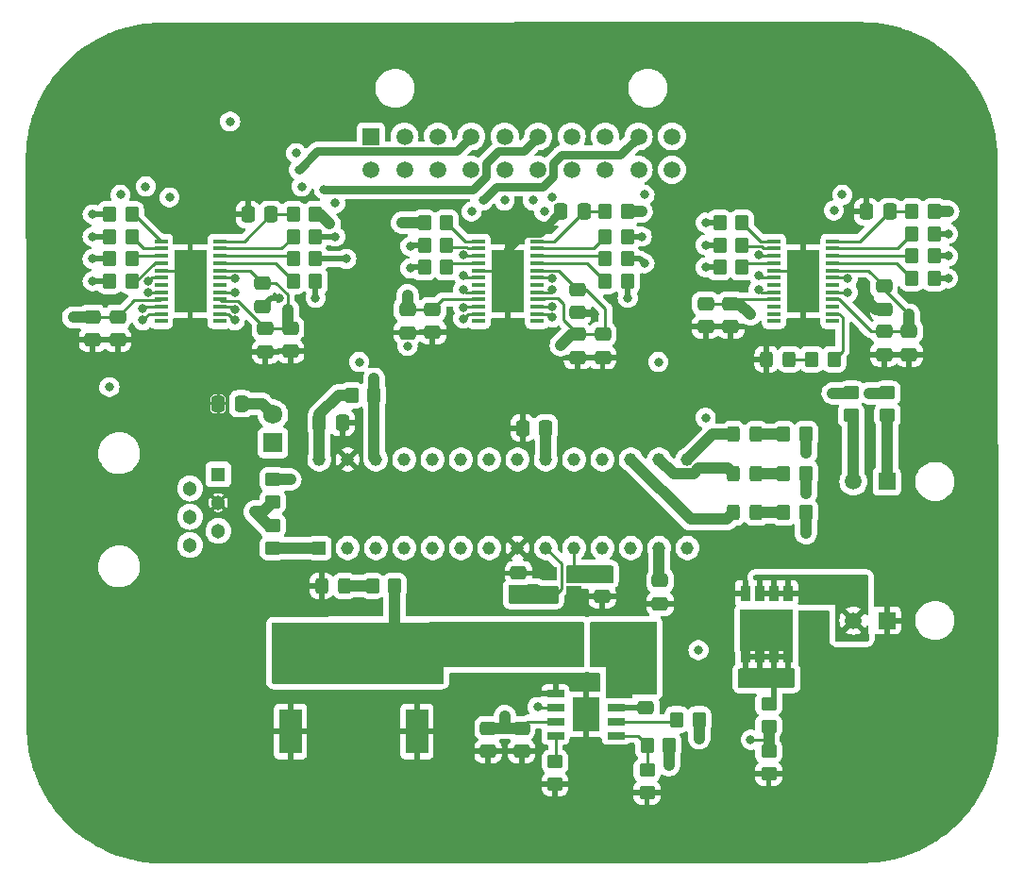
<source format=gbr>
%TF.GenerationSoftware,KiCad,Pcbnew,7.0.10*%
%TF.CreationDate,2024-02-07T01:22:45-06:00*%
%TF.ProjectId,Resistor Bank Control Board,52657369-7374-46f7-9220-42616e6b2043,rev?*%
%TF.SameCoordinates,Original*%
%TF.FileFunction,Copper,L1,Top*%
%TF.FilePolarity,Positive*%
%FSLAX46Y46*%
G04 Gerber Fmt 4.6, Leading zero omitted, Abs format (unit mm)*
G04 Created by KiCad (PCBNEW 7.0.10) date 2024-02-07 01:22:45*
%MOMM*%
%LPD*%
G01*
G04 APERTURE LIST*
G04 Aperture macros list*
%AMRoundRect*
0 Rectangle with rounded corners*
0 $1 Rounding radius*
0 $2 $3 $4 $5 $6 $7 $8 $9 X,Y pos of 4 corners*
0 Add a 4 corners polygon primitive as box body*
4,1,4,$2,$3,$4,$5,$6,$7,$8,$9,$2,$3,0*
0 Add four circle primitives for the rounded corners*
1,1,$1+$1,$2,$3*
1,1,$1+$1,$4,$5*
1,1,$1+$1,$6,$7*
1,1,$1+$1,$8,$9*
0 Add four rect primitives between the rounded corners*
20,1,$1+$1,$2,$3,$4,$5,0*
20,1,$1+$1,$4,$5,$6,$7,0*
20,1,$1+$1,$6,$7,$8,$9,0*
20,1,$1+$1,$8,$9,$2,$3,0*%
G04 Aperture macros list end*
%TA.AperFunction,ComponentPad*%
%ADD10R,1.725000X1.725000*%
%TD*%
%TA.AperFunction,ComponentPad*%
%ADD11C,1.725000*%
%TD*%
%TA.AperFunction,SMDPad,CuDef*%
%ADD12RoundRect,0.250000X-0.337500X-0.475000X0.337500X-0.475000X0.337500X0.475000X-0.337500X0.475000X0*%
%TD*%
%TA.AperFunction,SMDPad,CuDef*%
%ADD13RoundRect,0.250000X-0.475000X0.337500X-0.475000X-0.337500X0.475000X-0.337500X0.475000X0.337500X0*%
%TD*%
%TA.AperFunction,SMDPad,CuDef*%
%ADD14RoundRect,0.250000X-0.350000X-0.450000X0.350000X-0.450000X0.350000X0.450000X-0.350000X0.450000X0*%
%TD*%
%TA.AperFunction,SMDPad,CuDef*%
%ADD15R,2.000000X4.000000*%
%TD*%
%TA.AperFunction,SMDPad,CuDef*%
%ADD16RoundRect,0.250000X-0.450000X0.350000X-0.450000X-0.350000X0.450000X-0.350000X0.450000X0.350000X0*%
%TD*%
%TA.AperFunction,SMDPad,CuDef*%
%ADD17RoundRect,0.250000X0.337500X0.475000X-0.337500X0.475000X-0.337500X-0.475000X0.337500X-0.475000X0*%
%TD*%
%TA.AperFunction,SMDPad,CuDef*%
%ADD18RoundRect,0.250000X-0.325000X-0.450000X0.325000X-0.450000X0.325000X0.450000X-0.325000X0.450000X0*%
%TD*%
%TA.AperFunction,ComponentPad*%
%ADD19C,9.000000*%
%TD*%
%TA.AperFunction,SMDPad,CuDef*%
%ADD20R,0.800000X2.700000*%
%TD*%
%TA.AperFunction,ComponentPad*%
%ADD21R,1.159000X1.159000*%
%TD*%
%TA.AperFunction,ComponentPad*%
%ADD22C,1.159000*%
%TD*%
%TA.AperFunction,SMDPad,CuDef*%
%ADD23RoundRect,0.250000X0.475000X-0.337500X0.475000X0.337500X-0.475000X0.337500X-0.475000X-0.337500X0*%
%TD*%
%TA.AperFunction,ComponentPad*%
%ADD24R,1.520000X1.520000*%
%TD*%
%TA.AperFunction,ComponentPad*%
%ADD25C,1.520000*%
%TD*%
%TA.AperFunction,SMDPad,CuDef*%
%ADD26R,1.400000X1.200000*%
%TD*%
%TA.AperFunction,SMDPad,CuDef*%
%ADD27RoundRect,0.250000X0.350000X0.450000X-0.350000X0.450000X-0.350000X-0.450000X0.350000X-0.450000X0*%
%TD*%
%TA.AperFunction,SMDPad,CuDef*%
%ADD28R,1.150000X0.400000*%
%TD*%
%TA.AperFunction,SMDPad,CuDef*%
%ADD29R,2.840000X5.630000*%
%TD*%
%TA.AperFunction,SMDPad,CuDef*%
%ADD30R,1.525000X0.650000*%
%TD*%
%TA.AperFunction,SMDPad,CuDef*%
%ADD31R,2.400000X3.100000*%
%TD*%
%TA.AperFunction,SMDPad,CuDef*%
%ADD32R,0.850000X1.450000*%
%TD*%
%TA.AperFunction,SMDPad,CuDef*%
%ADD33R,0.850000X1.050000*%
%TD*%
%TA.AperFunction,SMDPad,CuDef*%
%ADD34R,4.700000X3.750000*%
%TD*%
%TA.AperFunction,ComponentPad*%
%ADD35R,1.303000X1.303000*%
%TD*%
%TA.AperFunction,ComponentPad*%
%ADD36C,1.303000*%
%TD*%
%TA.AperFunction,SMDPad,CuDef*%
%ADD37RoundRect,0.250000X0.450000X-0.350000X0.450000X0.350000X-0.450000X0.350000X-0.450000X-0.350000X0*%
%TD*%
%TA.AperFunction,ViaPad*%
%ADD38C,0.800000*%
%TD*%
%TA.AperFunction,ViaPad*%
%ADD39C,1.500000*%
%TD*%
%TA.AperFunction,Conductor*%
%ADD40C,0.250000*%
%TD*%
%TA.AperFunction,Conductor*%
%ADD41C,1.000000*%
%TD*%
%TA.AperFunction,Conductor*%
%ADD42C,0.500000*%
%TD*%
%TA.AperFunction,Conductor*%
%ADD43C,0.750000*%
%TD*%
G04 APERTURE END LIST*
D10*
%TO.P,JP1,1,A*%
%TO.N,MCLR*%
X101930000Y-108760000D03*
D11*
%TO.P,JP1,2,B*%
%TO.N,Net-(JP1-B)*%
X101930000Y-106220000D03*
%TD*%
D12*
%TO.P,C11,1*%
%TO.N,GND*%
X97000000Y-105250000D03*
%TO.P,C11,2*%
%TO.N,Net-(JP1-B)*%
X99075000Y-105250000D03*
%TD*%
%TO.P,C8,1*%
%TO.N,+5V*%
X106085000Y-106938000D03*
%TO.P,C8,2*%
%TO.N,GND*%
X108160000Y-106938000D03*
%TD*%
D13*
%TO.P,C19,1*%
%TO.N,+24V*%
X116250000Y-96750000D03*
%TO.P,C19,2*%
%TO.N,GND*%
X116250000Y-98825000D03*
%TD*%
%TO.P,C3,1*%
%TO.N,+24V*%
X124230000Y-134342500D03*
%TO.P,C3,2*%
%TO.N,GND*%
X124230000Y-136417500D03*
%TD*%
D14*
%TO.P,R29,1*%
%TO.N,Net-(U2-IDLE)*%
X131750000Y-94250000D03*
%TO.P,R29,2*%
%TO.N,IDLE*%
X133750000Y-94250000D03*
%TD*%
D15*
%TO.P,C6,1*%
%TO.N,+5V*%
X114830000Y-127540000D03*
%TO.P,C6,2*%
%TO.N,GND*%
X114830000Y-134640000D03*
%TD*%
D13*
%TO.P,C12,1*%
%TO.N,GND*%
X123960000Y-120450000D03*
%TO.P,C12,2*%
%TO.N,Net-(IC25-OSCI{slash}CLKI{slash}AN13{slash}CN30{slash}RA2)*%
X123960000Y-122525000D03*
%TD*%
D14*
%TO.P,R33,1*%
%TO.N,Net-(D5-A)*%
X150250000Y-101250000D03*
%TO.P,R33,2*%
%TO.N,Net-(U3-OUT7)*%
X152250000Y-101250000D03*
%TD*%
D13*
%TO.P,C14,1*%
%TO.N,+24V*%
X101250000Y-98500000D03*
%TO.P,C14,2*%
%TO.N,GND*%
X101250000Y-100575000D03*
%TD*%
D15*
%TO.P,C7,1*%
%TO.N,+5V*%
X103480000Y-127540000D03*
%TO.P,C7,2*%
%TO.N,GND*%
X103480000Y-134640000D03*
%TD*%
D16*
%TO.P,R1,1*%
%TO.N,Net-(IC23-RT{slash}SYNC)*%
X127230000Y-137380000D03*
%TO.P,R1,2*%
%TO.N,GND*%
X127230000Y-139380000D03*
%TD*%
D17*
%TO.P,C23,1*%
%TO.N,Net-(U2-VDD)*%
X129825000Y-88000000D03*
%TO.P,C23,2*%
%TO.N,GND*%
X127750000Y-88000000D03*
%TD*%
D13*
%TO.P,C27,1*%
%TO.N,+24V*%
X156750000Y-94675000D03*
%TO.P,C27,2*%
%TO.N,GND*%
X156750000Y-96750000D03*
%TD*%
D14*
%TO.P,R19,1*%
%TO.N,Net-(U1-IN0)*%
X103750000Y-90250000D03*
%TO.P,R19,2*%
%TO.N,IN0*%
X105750000Y-90250000D03*
%TD*%
D12*
%TO.P,C9,1*%
%TO.N,GND*%
X124335000Y-107438000D03*
%TO.P,C9,2*%
%TO.N,Net-(IC25-VCAP_OR_VDDCORE)*%
X126410000Y-107438000D03*
%TD*%
D13*
%TO.P,C22,1*%
%TO.N,+24V*%
X131500000Y-99000000D03*
%TO.P,C22,2*%
%TO.N,GND*%
X131500000Y-101075000D03*
%TD*%
%TO.P,C13,1*%
%TO.N,Net-(IC25-OSCO{slash}CLKO{slash}AN14{slash}CN29{slash}RA3)*%
X131460000Y-120450000D03*
%TO.P,C13,2*%
%TO.N,GND*%
X131460000Y-122525000D03*
%TD*%
D16*
%TO.P,R3,1*%
%TO.N,Net-(IC23-EN)*%
X146400000Y-136420000D03*
%TO.P,R3,2*%
%TO.N,GND*%
X146400000Y-138420000D03*
%TD*%
D13*
%TO.P,C1,1*%
%TO.N,+24V*%
X88000000Y-97425000D03*
%TO.P,C1,2*%
%TO.N,GND*%
X88000000Y-99500000D03*
%TD*%
%TO.P,C21,1*%
%TO.N,+24V*%
X129250000Y-95000000D03*
%TO.P,C21,2*%
%TO.N,GND*%
X129250000Y-97075000D03*
%TD*%
D18*
%TO.P,D1,1,K*%
%TO.N,GND*%
X106290000Y-121590000D03*
%TO.P,D1,2,A*%
%TO.N,Net-(D1-A)*%
X108340000Y-121590000D03*
%TD*%
D13*
%TO.P,C18,1*%
%TO.N,+24V*%
X114000000Y-96787500D03*
%TO.P,C18,2*%
%TO.N,GND*%
X114000000Y-98862500D03*
%TD*%
D14*
%TO.P,R30,1*%
%TO.N,Net-(U2-VDD)*%
X131750000Y-88000000D03*
%TO.P,R30,2*%
%TO.N,+5V*%
X133750000Y-88000000D03*
%TD*%
%TO.P,R35,1*%
%TO.N,Net-(U3-IN0)*%
X159250000Y-90000000D03*
%TO.P,R35,2*%
%TO.N,IN0*%
X161250000Y-90000000D03*
%TD*%
%TO.P,R38,1*%
%TO.N,Net-(U3-VDD)*%
X159250000Y-88000000D03*
%TO.P,R38,2*%
%TO.N,+5V*%
X161250000Y-88000000D03*
%TD*%
D13*
%TO.P,C15,1*%
%TO.N,+24V*%
X101000000Y-94425000D03*
%TO.P,C15,2*%
%TO.N,GND*%
X101000000Y-96500000D03*
%TD*%
D16*
%TO.P,R2,1*%
%TO.N,+24V*%
X146400000Y-132170000D03*
%TO.P,R2,2*%
%TO.N,Net-(IC23-EN)*%
X146400000Y-134170000D03*
%TD*%
D19*
%TO.P,H1,1,1*%
%TO.N,GND*%
X89250000Y-79750000D03*
%TD*%
D14*
%TO.P,R23,1*%
%TO.N,SPI_SS*%
X115500000Y-89000000D03*
%TO.P,R23,2*%
%TO.N,Net-(U2-CSB)*%
X117500000Y-89000000D03*
%TD*%
D19*
%TO.P,H3,1,1*%
%TO.N,GND*%
X157100000Y-137300000D03*
%TD*%
D14*
%TO.P,R11,1*%
%TO.N,Net-(D3-A)*%
X147750000Y-111500000D03*
%TO.P,R11,2*%
%TO.N,+5V*%
X149750000Y-111500000D03*
%TD*%
%TO.P,R20,1*%
%TO.N,Net-(U1-IN1)*%
X103750000Y-92250000D03*
%TO.P,R20,2*%
%TO.N,IN1*%
X105750000Y-92250000D03*
%TD*%
D20*
%TO.P,L1,1,1*%
%TO.N,Net-(IC23-SW)*%
X131080000Y-127130000D03*
%TO.P,L1,2,2*%
%TO.N,+5V*%
X128880000Y-127130000D03*
%TD*%
D21*
%TO.P,IC25,1,MCLR/VPP/RA5*%
%TO.N,Net-(IC25-MCLR{slash}VPP{slash}RA5)*%
X106090000Y-118188000D03*
D22*
%TO.P,IC25,2,CVREF+/VREF+/DAC1REF+/AN0/C3INC/CN2/RA0*%
%TO.N,IN0*%
X108630000Y-118188000D03*
%TO.P,IC25,3,CVREF-/VREF-/AN1/RA1*%
%TO.N,IN1*%
X111170000Y-118188000D03*
%TO.P,IC25,4,PGED1/AN2/CTCMP/ULPWU/C1IND/C2INB/C3IND/U2TX/CN4/RB0*%
%TO.N,PGD*%
X113710000Y-118188000D03*
%TO.P,IC25,5,PGEC1/OA1INA/OA2INA/AN3/C1INC/C2INA/U2RX/CTED12/CN5/RB1*%
%TO.N,PGC*%
X116250000Y-118188000D03*
%TO.P,IC25,6,OA1INB/OA2INB/AN4/C1INB/C2IND/SDA2/U1RX/TCKIB/CTED13/CN6/RB2*%
%TO.N,I2C_SDA*%
X118790000Y-118188000D03*
%TO.P,IC25,7,OA1OUT/AN5/C1INA/C2INC/SCL2/CN7/RB3*%
%TO.N,I2C_SCLK*%
X121330000Y-118188000D03*
%TO.P,IC25,8,VSS*%
%TO.N,GND*%
X123870000Y-118188000D03*
%TO.P,IC25,9,OSCI/CLKI/AN13/CN30/RA2*%
%TO.N,Net-(IC25-OSCI{slash}CLKI{slash}AN13{slash}CN30{slash}RA2)*%
X126410000Y-118188000D03*
%TO.P,IC25,10,OSCO/CLKO/AN14/CN29/RA3*%
%TO.N,Net-(IC25-OSCO{slash}CLKO{slash}AN14{slash}CN29{slash}RA3)*%
X128950000Y-118188000D03*
%TO.P,IC25,11,SOSCI/AN15/~{U2RTS}/U2BCLK/CN1/RB4*%
%TO.N,unconnected-(IC25-SOSCI{slash}AN15{slash}~{U2RTS}{slash}U2BCLK{slash}CN1{slash}RB4-Pad11)*%
X131490000Y-118188000D03*
%TO.P,IC25,12,SOSCO/SCLKI/AN16/PWRLCLK/~{U2CTS}/CN0/RA4*%
%TO.N,IDLE*%
X134030000Y-118188000D03*
%TO.P,IC25,13,VDD*%
%TO.N,Net-(IC25-VDD)*%
X136570000Y-118188000D03*
%TO.P,IC25,14,PGED3/AN17/ASDA1/SCK2/IC4/OC1E/CLCINA/CN27/RB5*%
%TO.N,unconnected-(IC25-PGED3{slash}AN17{slash}ASDA1{slash}SCK2{slash}IC4{slash}OC1E{slash}CLCINA{slash}CN27{slash}RB5-Pad14)*%
X139110000Y-118188000D03*
%TO.P,IC25,15,PGEC3/AN18/ASCL1/SDO2/IC5/OC1F/CLCINB/CN24/RB6*%
%TO.N,Net-(D4-K)*%
X139110000Y-110250000D03*
%TO.P,IC25,16,AN19/U1TX/C2OUT/OC1A/INT0/CN23/RB7*%
%TO.N,Net-(D3-K)*%
X136570000Y-110250000D03*
%TO.P,IC25,17,AN20/SCL1/U1CTS/C3OUT/OC1B/CTED10/CN22/RB8*%
%TO.N,Net-(D2-K)*%
X134030000Y-110250000D03*
%TO.P,IC25,18,AN21/SDA1/T1CK/U1RTS/U1BCLK/IC2/OC4/CLC1O/CTED4/CN21/RB9*%
%TO.N,unconnected-(IC25-AN21{slash}SDA1{slash}T1CK{slash}U1RTS{slash}U1BCLK{slash}IC2{slash}OC4{slash}CLC1O{slash}CTED4{slash}CN21{slash}RB9-Pad18)*%
X131490000Y-110250000D03*
%TO.P,IC25,19,SDI2/IC1/OC5/CLC2O/CTED3/CN9/RA7*%
%TO.N,unconnected-(IC25-SDI2{slash}IC1{slash}OC5{slash}CLC2O{slash}CTED3{slash}CN9{slash}RA7-Pad19)*%
X128950000Y-110250000D03*
%TO.P,IC25,20,VCAP_OR_VDDCORE*%
%TO.N,Net-(IC25-VCAP_OR_VDDCORE)*%
X126410000Y-110250000D03*
%TO.P,IC25,21,PGED2/SDI1/OC3A/OC1C/CTED11/CN16/RB10*%
%TO.N,SPI_MISO*%
X123870000Y-110250000D03*
%TO.P,IC25,22,PGEC2/SCK1/OC2A/CTED9/CN15/RB11*%
%TO.N,SPI_SCLK*%
X121330000Y-110250000D03*
%TO.P,IC25,23,DAC1OUT/AN12/HLVDIN/~{SS2}/IC3/OC2B/CTED2/INT2/CN14/RB12*%
%TO.N,unconnected-(IC25-DAC1OUT{slash}AN12{slash}HLVDIN{slash}~{SS2}{slash}IC3{slash}OC2B{slash}CTED2{slash}INT2{slash}CN14{slash}RB12-Pad23)*%
X118790000Y-110250000D03*
%TO.P,IC25,24,OA1INC/OA2INC/AN11/SDO1/OCFB/OC3B/OC1D/CTPLS/CN13/RB13*%
%TO.N,SPI_MOSI*%
X116250000Y-110250000D03*
%TO.P,IC25,25,DAC2OUT/CVREF/OA1IND/OA2IND/AN10/C3INB/RTCC/C1OUT/OCFA/CTED5/INT1/CN12/RB14*%
%TO.N,unconnected-(IC25-DAC2OUT{slash}CVREF{slash}OA1IND{slash}OA2IND{slash}AN10{slash}C3INB{slash}RTCC{slash}C1OUT{slash}OCFA{slash}CTED5{slash}INT1{slash}CN12{slash}RB14-Pad25)*%
X113710000Y-110250000D03*
%TO.P,IC25,26,DAC2REF+/OA2OUT/AN9/C3INA/REFO/SS1/TCKIA/CTED6/CN11/RB15*%
%TO.N,SPI_SS*%
X111170000Y-110250000D03*
%TO.P,IC25,27,VSS/AVSS*%
%TO.N,GND*%
X108630000Y-110250000D03*
%TO.P,IC25,28,VDD/AVDD*%
%TO.N,+5V*%
X106090000Y-110250000D03*
%TD*%
D16*
%TO.P,R14,1*%
%TO.N,+5V*%
X153790000Y-104270000D03*
%TO.P,R14,2*%
%TO.N,I2C_SDA*%
X153790000Y-106270000D03*
%TD*%
D23*
%TO.P,C10,1*%
%TO.N,GND*%
X136660000Y-123188000D03*
%TO.P,C10,2*%
%TO.N,Net-(IC25-VDD)*%
X136660000Y-121113000D03*
%TD*%
D14*
%TO.P,R4,1*%
%TO.N,Net-(IC23-PG)*%
X138150000Y-133590000D03*
%TO.P,R4,2*%
%TO.N,+5V*%
X140150000Y-133590000D03*
%TD*%
D13*
%TO.P,C28,1*%
%TO.N,+24V*%
X159000000Y-98750000D03*
%TO.P,C28,2*%
%TO.N,GND*%
X159000000Y-100825000D03*
%TD*%
D14*
%TO.P,R12,1*%
%TO.N,Net-(D4-A)*%
X147750000Y-108000000D03*
%TO.P,R12,2*%
%TO.N,+5V*%
X149750000Y-108000000D03*
%TD*%
D24*
%TO.P,J2,1,Pin_1*%
%TO.N,I2C_SCLK*%
X156994600Y-112221750D03*
D25*
%TO.P,J2,2,Pin_2*%
%TO.N,I2C_SDA*%
X153994600Y-112221750D03*
%TD*%
D14*
%TO.P,R32,1*%
%TO.N,SPI_SCLK*%
X142000000Y-91000000D03*
%TO.P,R32,2*%
%TO.N,Net-(U3-SCLK)*%
X144000000Y-91000000D03*
%TD*%
%TO.P,R37,1*%
%TO.N,Net-(U3-IDLE)*%
X159250000Y-94000000D03*
%TO.P,R37,2*%
%TO.N,IDLE*%
X161250000Y-94000000D03*
%TD*%
%TO.P,R21,1*%
%TO.N,Net-(U1-IDLE)*%
X103750000Y-94250000D03*
%TO.P,R21,2*%
%TO.N,IDLE*%
X105750000Y-94250000D03*
%TD*%
D26*
%TO.P,Y1,1,1*%
%TO.N,Net-(IC25-OSCO{slash}CLKO{slash}AN14{slash}CN29{slash}RA3)*%
X128950000Y-120471250D03*
%TO.P,Y1,2,2*%
%TO.N,GND*%
X126750000Y-120471250D03*
%TO.P,Y1,3,3*%
%TO.N,Net-(IC25-OSCI{slash}CLKI{slash}AN13{slash}CN30{slash}RA2)*%
X126750000Y-122171250D03*
%TO.P,Y1,4,4*%
%TO.N,GND*%
X128950000Y-122171250D03*
%TD*%
D17*
%TO.P,C17,1*%
%TO.N,Net-(U1-VDD)*%
X101750000Y-88250000D03*
%TO.P,C17,2*%
%TO.N,GND*%
X99675000Y-88250000D03*
%TD*%
D14*
%TO.P,R16,1*%
%TO.N,SPI_SCLK*%
X87250000Y-90250000D03*
%TO.P,R16,2*%
%TO.N,Net-(U1-SCLK)*%
X89250000Y-90250000D03*
%TD*%
D17*
%TO.P,C29,1*%
%TO.N,Net-(U3-VDD)*%
X157250000Y-88000000D03*
%TO.P,C29,2*%
%TO.N,GND*%
X155175000Y-88000000D03*
%TD*%
D14*
%TO.P,R26,1*%
%TO.N,SPI_MISO*%
X142000000Y-93000000D03*
%TO.P,R26,2*%
%TO.N,Net-(U3-SO)*%
X144000000Y-93000000D03*
%TD*%
D16*
%TO.P,R13,1*%
%TO.N,+5V*%
X157040000Y-104270000D03*
%TO.P,R13,2*%
%TO.N,I2C_SCLK*%
X157040000Y-106270000D03*
%TD*%
D27*
%TO.P,R5,1*%
%TO.N,+5V*%
X137480000Y-135880000D03*
%TO.P,R5,2*%
%TO.N,Net-(IC23-FB)*%
X135480000Y-135880000D03*
%TD*%
D14*
%TO.P,R28,1*%
%TO.N,Net-(U2-IN1)*%
X131750000Y-92250000D03*
%TO.P,R28,2*%
%TO.N,IN1*%
X133750000Y-92250000D03*
%TD*%
D27*
%TO.P,R34,1*%
%TO.N,SPI_SS*%
X111000000Y-104500000D03*
%TO.P,R34,2*%
%TO.N,+5V*%
X109000000Y-104500000D03*
%TD*%
D13*
%TO.P,C20,1*%
%TO.N,+24V*%
X129250000Y-99000000D03*
%TO.P,C20,2*%
%TO.N,GND*%
X129250000Y-101075000D03*
%TD*%
D24*
%TO.P,J4,1,Pin_1*%
%TO.N,GND*%
X156994600Y-124693500D03*
D25*
%TO.P,J4,2,Pin_2*%
%TO.N,Net-(J4-Pin_2)*%
X153994600Y-124693500D03*
%TD*%
D14*
%TO.P,R24,1*%
%TO.N,SPI_SCLK*%
X115500000Y-91000000D03*
%TO.P,R24,2*%
%TO.N,Net-(U2-SCLK)*%
X117500000Y-91000000D03*
%TD*%
%TO.P,R31,1*%
%TO.N,SPI_SS*%
X142000000Y-89000000D03*
%TO.P,R31,2*%
%TO.N,Net-(U3-CSB)*%
X144000000Y-89000000D03*
%TD*%
D28*
%TO.P,U2,1,CSB*%
%TO.N,Net-(U2-CSB)*%
X120375000Y-90675000D03*
%TO.P,U2,2,SCLK*%
%TO.N,Net-(U2-SCLK)*%
X120375000Y-91325000D03*
%TO.P,U2,3,SI*%
%TO.N,SPI_CHAIN*%
X120375000Y-91975000D03*
%TO.P,U2,4,SO*%
%TO.N,Net-(U2-SO)*%
X120375000Y-92625000D03*
%TO.P,U2,5,GND*%
%TO.N,GND*%
X120375000Y-93275000D03*
%TO.P,U2,6,OUT0*%
%TO.N,Gate 9*%
X120375000Y-93925000D03*
%TO.P,U2,7,NC*%
%TO.N,unconnected-(U2-NC-Pad7)*%
X120375000Y-94575000D03*
%TO.P,U2,8,OUT2*%
%TO.N,Gate 11*%
X120375000Y-95225000D03*
%TO.P,U2,9,VS1*%
%TO.N,+24V*%
X120375000Y-95875000D03*
%TO.P,U2,10,OUT4*%
%TO.N,Gate 13*%
X120375000Y-96525000D03*
%TO.P,U2,11,OUT6*%
%TO.N,Gate 15*%
X120375000Y-97175000D03*
%TO.P,U2,12,NC*%
%TO.N,unconnected-(U2-NC-Pad12)*%
X120375000Y-97825000D03*
%TO.P,U2,13,NC*%
%TO.N,unconnected-(U2-NC-Pad13)*%
X125625000Y-97825000D03*
%TO.P,U2,14,OUT7*%
%TO.N,Gate 16*%
X125625000Y-97175000D03*
%TO.P,U2,15,OUT5*%
%TO.N,Gate 14*%
X125625000Y-96525000D03*
%TO.P,U2,16,VS2*%
%TO.N,+24V*%
X125625000Y-95875000D03*
%TO.P,U2,17,OUT3*%
%TO.N,Gate 12*%
X125625000Y-95225000D03*
%TO.P,U2,18,NC*%
%TO.N,unconnected-(U2-NC-Pad18)*%
X125625000Y-94575000D03*
%TO.P,U2,19,OUT1*%
%TO.N,Gate 10*%
X125625000Y-93925000D03*
%TO.P,U2,20,VS*%
%TO.N,+24V*%
X125625000Y-93275000D03*
%TO.P,U2,21,IDLE*%
%TO.N,Net-(U2-IDLE)*%
X125625000Y-92625000D03*
%TO.P,U2,22,IN1*%
%TO.N,Net-(U2-IN1)*%
X125625000Y-91975000D03*
%TO.P,U2,23,IN0*%
%TO.N,Net-(U2-IN0)*%
X125625000Y-91325000D03*
%TO.P,U2,24,VDD*%
%TO.N,Net-(U2-VDD)*%
X125625000Y-90675000D03*
D29*
%TO.P,U2,25,EP*%
%TO.N,GND*%
X123000000Y-94250000D03*
%TD*%
D13*
%TO.P,C16,1*%
%TO.N,+24V*%
X103500000Y-98462500D03*
%TO.P,C16,2*%
%TO.N,GND*%
X103500000Y-100537500D03*
%TD*%
D30*
%TO.P,IC23,1,GND*%
%TO.N,GND*%
X127268000Y-131225000D03*
%TO.P,IC23,2,EN*%
%TO.N,Net-(IC23-EN)*%
X127268000Y-132495000D03*
%TO.P,IC23,3,VIN*%
%TO.N,+24V*%
X127268000Y-133765000D03*
%TO.P,IC23,4,RT/SYNC*%
%TO.N,Net-(IC23-RT{slash}SYNC)*%
X127268000Y-135035000D03*
%TO.P,IC23,5,FB*%
%TO.N,Net-(IC23-FB)*%
X132692000Y-135035000D03*
%TO.P,IC23,6,PG*%
%TO.N,Net-(IC23-PG)*%
X132692000Y-133765000D03*
%TO.P,IC23,7,BOOT*%
%TO.N,Net-(IC23-BOOT)*%
X132692000Y-132495000D03*
%TO.P,IC23,8,SW*%
%TO.N,Net-(IC23-SW)*%
X132692000Y-131225000D03*
D31*
%TO.P,IC23,9,THERMAL_PAD*%
%TO.N,GND*%
X129980000Y-133130000D03*
%TD*%
D14*
%TO.P,R18,1*%
%TO.N,SPI_CHAIN*%
X87250000Y-94250000D03*
%TO.P,R18,2*%
%TO.N,Net-(U1-SO)*%
X89250000Y-94250000D03*
%TD*%
%TO.P,R27,1*%
%TO.N,Net-(U2-IN0)*%
X131750000Y-90250000D03*
%TO.P,R27,2*%
%TO.N,IN0*%
X133750000Y-90250000D03*
%TD*%
D16*
%TO.P,R6,1*%
%TO.N,Net-(IC23-FB)*%
X135480000Y-138130000D03*
%TO.P,R6,2*%
%TO.N,GND*%
X135480000Y-140130000D03*
%TD*%
D14*
%TO.P,R25,1*%
%TO.N,SPI_CHAIN2*%
X115500000Y-93000000D03*
%TO.P,R25,2*%
%TO.N,Net-(U2-SO)*%
X117500000Y-93000000D03*
%TD*%
D13*
%TO.P,C2,1*%
%TO.N,+24V*%
X85750000Y-97425000D03*
%TO.P,C2,2*%
%TO.N,GND*%
X85750000Y-99500000D03*
%TD*%
D24*
%TO.P,J1,1,Pin_1*%
%TO.N,Gate 1*%
X110721750Y-81255400D03*
D25*
%TO.P,J1,2,Pin_2*%
%TO.N,Gate 2*%
X113721750Y-81255400D03*
%TO.P,J1,3,Pin_3*%
%TO.N,Gate 3*%
X116721750Y-81255400D03*
%TO.P,J1,4,Pin_4*%
%TO.N,Gate 4*%
X119721750Y-81255400D03*
%TO.P,J1,5,Pin_5*%
%TO.N,Gate 5*%
X122721750Y-81255400D03*
%TO.P,J1,6,Pin_6*%
%TO.N,Gate 6*%
X125721750Y-81255400D03*
%TO.P,J1,7,Pin_7*%
%TO.N,Gate 7*%
X128721750Y-81255400D03*
%TO.P,J1,8,Pin_8*%
%TO.N,Gate 8*%
X131721750Y-81255400D03*
%TO.P,J1,9,Pin_9*%
%TO.N,Gate 9*%
X134721750Y-81255400D03*
%TO.P,J1,10,Pin_10*%
%TO.N,Gate 10*%
X137721750Y-81255400D03*
%TO.P,J1,11,Pin_11*%
%TO.N,Gate 11*%
X110721750Y-84255400D03*
%TO.P,J1,12,Pin_12*%
%TO.N,Gate 12*%
X113721750Y-84255400D03*
%TO.P,J1,13,Pin_13*%
%TO.N,Gate 13*%
X116721750Y-84255400D03*
%TO.P,J1,14,Pin_14*%
%TO.N,Gate 14*%
X119721750Y-84255400D03*
%TO.P,J1,15,Pin_15*%
%TO.N,Gate 15*%
X122721750Y-84255400D03*
%TO.P,J1,16,Pin_16*%
%TO.N,Gate 16*%
X125721750Y-84255400D03*
%TO.P,J1,17,Pin_17*%
%TO.N,Gate 17*%
X128721750Y-84255400D03*
%TO.P,J1,18,Pin_18*%
%TO.N,Gate 18*%
X131721750Y-84255400D03*
%TO.P,J1,19,Pin_19*%
%TO.N,Gate 19*%
X134721750Y-84255400D03*
%TO.P,J1,20,Pin_20*%
%TO.N,Gate 20*%
X137721750Y-84255400D03*
%TD*%
D19*
%TO.P,H4,1,1*%
%TO.N,GND*%
X89200000Y-137300000D03*
%TD*%
D13*
%TO.P,C25,1*%
%TO.N,+24V*%
X140740000Y-96250000D03*
%TO.P,C25,2*%
%TO.N,GND*%
X140740000Y-98325000D03*
%TD*%
%TO.P,C5,1*%
%TO.N,Net-(IC23-SW)*%
X135390000Y-130462500D03*
%TO.P,C5,2*%
%TO.N,Net-(IC23-BOOT)*%
X135390000Y-132537500D03*
%TD*%
D32*
%TO.P,Q21,1,S_1*%
%TO.N,Net-(J4-Pin_2)*%
X148104600Y-122271750D03*
%TO.P,Q21,2,S_2*%
X146834600Y-122271750D03*
%TO.P,Q21,3,S_3*%
X145564600Y-122271750D03*
%TO.P,Q21,4,G*%
%TO.N,GND*%
X144294600Y-122271750D03*
D33*
%TO.P,Q21,5,D_1*%
%TO.N,+24V*%
X144294600Y-127971750D03*
%TO.P,Q21,6,D_2*%
X145564600Y-127971750D03*
%TO.P,Q21,7,D_3*%
X146834600Y-127971750D03*
%TO.P,Q21,8,D_4*%
X148104600Y-127971750D03*
D34*
%TO.P,Q21,9,D_5*%
X146199600Y-125571750D03*
%TD*%
D13*
%TO.P,C4,1*%
%TO.N,+24V*%
X121220000Y-134342500D03*
%TO.P,C4,2*%
%TO.N,GND*%
X121220000Y-136417500D03*
%TD*%
D28*
%TO.P,U3,1,CSB*%
%TO.N,Net-(U3-CSB)*%
X146875000Y-90675000D03*
%TO.P,U3,2,SCLK*%
%TO.N,Net-(U3-SCLK)*%
X146875000Y-91325000D03*
%TO.P,U3,3,SI*%
%TO.N,SPI_CHAIN2*%
X146875000Y-91975000D03*
%TO.P,U3,4,SO*%
%TO.N,Net-(U3-SO)*%
X146875000Y-92625000D03*
%TO.P,U3,5,GND*%
%TO.N,GND*%
X146875000Y-93275000D03*
%TO.P,U3,6,OUT0*%
%TO.N,Gate 17*%
X146875000Y-93925000D03*
%TO.P,U3,7,NC*%
%TO.N,unconnected-(U3-NC-Pad7)*%
X146875000Y-94575000D03*
%TO.P,U3,8,OUT2*%
%TO.N,Gate 19*%
X146875000Y-95225000D03*
%TO.P,U3,9,VS1*%
%TO.N,+24V*%
X146875000Y-95875000D03*
%TO.P,U3,10,OUT4*%
%TO.N,unconnected-(U3-OUT4-Pad10)*%
X146875000Y-96525000D03*
%TO.P,U3,11,OUT6*%
%TO.N,unconnected-(U3-OUT6-Pad11)*%
X146875000Y-97175000D03*
%TO.P,U3,12,NC*%
%TO.N,unconnected-(U3-NC-Pad12)*%
X146875000Y-97825000D03*
%TO.P,U3,13,NC*%
%TO.N,unconnected-(U3-NC-Pad13)*%
X152125000Y-97825000D03*
%TO.P,U3,14,OUT7*%
%TO.N,Net-(U3-OUT7)*%
X152125000Y-97175000D03*
%TO.P,U3,15,OUT5*%
%TO.N,unconnected-(U3-OUT5-Pad15)*%
X152125000Y-96525000D03*
%TO.P,U3,16,VS2*%
%TO.N,+24V*%
X152125000Y-95875000D03*
%TO.P,U3,17,OUT3*%
%TO.N,Gate 20*%
X152125000Y-95225000D03*
%TO.P,U3,18,NC*%
%TO.N,unconnected-(U3-NC-Pad18)*%
X152125000Y-94575000D03*
%TO.P,U3,19,OUT1*%
%TO.N,Gate 18*%
X152125000Y-93925000D03*
%TO.P,U3,20,VS*%
%TO.N,+24V*%
X152125000Y-93275000D03*
%TO.P,U3,21,IDLE*%
%TO.N,Net-(U3-IDLE)*%
X152125000Y-92625000D03*
%TO.P,U3,22,IN1*%
%TO.N,Net-(U3-IN1)*%
X152125000Y-91975000D03*
%TO.P,U3,23,IN0*%
%TO.N,Net-(U3-IN0)*%
X152125000Y-91325000D03*
%TO.P,U3,24,VDD*%
%TO.N,Net-(U3-VDD)*%
X152125000Y-90675000D03*
D29*
%TO.P,U3,25,EP*%
%TO.N,GND*%
X149500000Y-94250000D03*
%TD*%
D13*
%TO.P,C26,1*%
%TO.N,+24V*%
X156750000Y-98750000D03*
%TO.P,C26,2*%
%TO.N,GND*%
X156750000Y-100825000D03*
%TD*%
D18*
%TO.P,D5,1,K*%
%TO.N,GND*%
X146200000Y-101250000D03*
%TO.P,D5,2,A*%
%TO.N,Net-(D5-A)*%
X148250000Y-101250000D03*
%TD*%
D35*
%TO.P,J3,1,1*%
%TO.N,MCLR*%
X97020000Y-111570000D03*
D36*
%TO.P,J3,2,2*%
%TO.N,+5V*%
X94480000Y-112840000D03*
%TO.P,J3,3,3*%
%TO.N,GND*%
X97020000Y-114110000D03*
%TO.P,J3,4,4*%
%TO.N,PGD*%
X94480000Y-115380000D03*
%TO.P,J3,5,5*%
%TO.N,PGC*%
X97020000Y-116650000D03*
%TO.P,J3,6,6*%
%TO.N,unconnected-(J3-Pad6)*%
X94480000Y-117920000D03*
%TD*%
D14*
%TO.P,R15,1*%
%TO.N,SPI_SS*%
X87250000Y-88250000D03*
%TO.P,R15,2*%
%TO.N,Net-(U1-CSB)*%
X89250000Y-88250000D03*
%TD*%
%TO.P,R36,1*%
%TO.N,Net-(U3-IN1)*%
X159250000Y-92000000D03*
%TO.P,R36,2*%
%TO.N,IN1*%
X161250000Y-92000000D03*
%TD*%
D18*
%TO.P,D4,1,K*%
%TO.N,Net-(D4-K)*%
X143225000Y-108000000D03*
%TO.P,D4,2,A*%
%TO.N,Net-(D4-A)*%
X145275000Y-108000000D03*
%TD*%
D14*
%TO.P,R9,1*%
%TO.N,Net-(D1-A)*%
X110840000Y-121590000D03*
%TO.P,R9,2*%
%TO.N,+5V*%
X112840000Y-121590000D03*
%TD*%
D28*
%TO.P,U1,1,CSB*%
%TO.N,Net-(U1-CSB)*%
X91875000Y-90675000D03*
%TO.P,U1,2,SCLK*%
%TO.N,Net-(U1-SCLK)*%
X91875000Y-91325000D03*
%TO.P,U1,3,SI*%
%TO.N,Net-(U1-SI)*%
X91875000Y-91975000D03*
%TO.P,U1,4,SO*%
%TO.N,Net-(U1-SO)*%
X91875000Y-92625000D03*
%TO.P,U1,5,GND*%
%TO.N,GND*%
X91875000Y-93275000D03*
%TO.P,U1,6,OUT0*%
%TO.N,Gate 1*%
X91875000Y-93925000D03*
%TO.P,U1,7,NC*%
%TO.N,unconnected-(U1-NC-Pad7)*%
X91875000Y-94575000D03*
%TO.P,U1,8,OUT2*%
%TO.N,Gate 3*%
X91875000Y-95225000D03*
%TO.P,U1,9,VS1*%
%TO.N,+24V*%
X91875000Y-95875000D03*
%TO.P,U1,10,OUT4*%
%TO.N,Gate 5*%
X91875000Y-96525000D03*
%TO.P,U1,11,OUT6*%
%TO.N,Gate 7*%
X91875000Y-97175000D03*
%TO.P,U1,12,NC*%
%TO.N,unconnected-(U1-NC-Pad12)*%
X91875000Y-97825000D03*
%TO.P,U1,13,NC*%
%TO.N,unconnected-(U1-NC-Pad13)*%
X97125000Y-97825000D03*
%TO.P,U1,14,OUT7*%
%TO.N,Gate 8*%
X97125000Y-97175000D03*
%TO.P,U1,15,OUT5*%
%TO.N,Gate 6*%
X97125000Y-96525000D03*
%TO.P,U1,16,VS2*%
%TO.N,+24V*%
X97125000Y-95875000D03*
%TO.P,U1,17,OUT3*%
%TO.N,Gate 4*%
X97125000Y-95225000D03*
%TO.P,U1,18,NC*%
%TO.N,unconnected-(U1-NC-Pad18)*%
X97125000Y-94575000D03*
%TO.P,U1,19,OUT1*%
%TO.N,Gate 2*%
X97125000Y-93925000D03*
%TO.P,U1,20,VS*%
%TO.N,+24V*%
X97125000Y-93275000D03*
%TO.P,U1,21,IDLE*%
%TO.N,Net-(U1-IDLE)*%
X97125000Y-92625000D03*
%TO.P,U1,22,IN1*%
%TO.N,Net-(U1-IN1)*%
X97125000Y-91975000D03*
%TO.P,U1,23,IN0*%
%TO.N,Net-(U1-IN0)*%
X97125000Y-91325000D03*
%TO.P,U1,24,VDD*%
%TO.N,Net-(U1-VDD)*%
X97125000Y-90675000D03*
D29*
%TO.P,U1,25,EP*%
%TO.N,GND*%
X94500000Y-94250000D03*
%TD*%
D18*
%TO.P,D2,1,K*%
%TO.N,Net-(D2-K)*%
X143225000Y-115000000D03*
%TO.P,D2,2,A*%
%TO.N,Net-(D2-A)*%
X145275000Y-115000000D03*
%TD*%
D14*
%TO.P,R10,1*%
%TO.N,Net-(D2-A)*%
X147750000Y-115000000D03*
%TO.P,R10,2*%
%TO.N,+5V*%
X149750000Y-115000000D03*
%TD*%
D18*
%TO.P,D3,1,K*%
%TO.N,Net-(D3-K)*%
X143200000Y-111500000D03*
%TO.P,D3,2,A*%
%TO.N,Net-(D3-A)*%
X145250000Y-111500000D03*
%TD*%
D37*
%TO.P,R8,1*%
%TO.N,Net-(IC25-MCLR{slash}VPP{slash}RA5)*%
X101910000Y-118188000D03*
%TO.P,R8,2*%
%TO.N,MCLR*%
X101910000Y-116188000D03*
%TD*%
D19*
%TO.P,H2,1,1*%
%TO.N,GND*%
X157150000Y-79750000D03*
%TD*%
D16*
%TO.P,R7,1*%
%TO.N,+5V*%
X101910000Y-112040000D03*
%TO.P,R7,2*%
%TO.N,MCLR*%
X101910000Y-114040000D03*
%TD*%
D14*
%TO.P,R22,1*%
%TO.N,Net-(U1-VDD)*%
X103750000Y-88250000D03*
%TO.P,R22,2*%
%TO.N,+5V*%
X105750000Y-88250000D03*
%TD*%
%TO.P,R17,1*%
%TO.N,SPI_MOSI*%
X87250000Y-92250000D03*
%TO.P,R17,2*%
%TO.N,Net-(U1-SI)*%
X89250000Y-92250000D03*
%TD*%
D13*
%TO.P,C24,1*%
%TO.N,+24V*%
X143000000Y-96250000D03*
%TO.P,C24,2*%
%TO.N,GND*%
X143000000Y-98325000D03*
%TD*%
D38*
%TO.N,+24V*%
X146843332Y-130020000D03*
X114000000Y-95500000D03*
X103250000Y-96750000D03*
X148030000Y-130020000D03*
X144750000Y-97250000D03*
X122720000Y-133240000D03*
X145656666Y-130020000D03*
X159000000Y-97250000D03*
X114000000Y-100049500D03*
X144470000Y-130020000D03*
X127750000Y-100000000D03*
X84000000Y-97500000D03*
%TO.N,GND*%
X130750000Y-97250000D03*
X155000000Y-94750000D03*
X102500000Y-95750000D03*
%TO.N,+5V*%
X152250000Y-87900000D03*
X140100000Y-127350000D03*
X152140000Y-104300000D03*
X149760000Y-109690000D03*
X110480000Y-127460000D03*
X149770000Y-113280000D03*
X162500000Y-88000000D03*
X155400000Y-104300000D03*
X109080000Y-127460000D03*
X103490000Y-112040000D03*
X135000000Y-88000000D03*
X106280000Y-127460000D03*
X107000000Y-89099500D03*
X107680000Y-127460000D03*
X137440000Y-137680000D03*
X149750000Y-116870000D03*
X140160000Y-135270000D03*
X111880000Y-127460000D03*
D39*
X124310000Y-127740000D03*
D38*
%TO.N,Gate 1*%
X90715407Y-94242138D03*
%TO.N,Gate 2*%
X98500000Y-93999500D03*
X104000000Y-82750000D03*
%TO.N,Gate 3*%
X98079600Y-79920400D03*
X90750000Y-95250000D03*
%TO.N,SPI_MOSI*%
X87250000Y-103750000D03*
X85750000Y-92250000D03*
%TO.N,SPI_CHAIN*%
X85750000Y-94250000D03*
X119000000Y-91900500D03*
%TO.N,Gate 4*%
X104250000Y-84250000D03*
X98500000Y-95250000D03*
%TO.N,Gate 5*%
X90250000Y-96699500D03*
X90500000Y-85750000D03*
X104500000Y-85750000D03*
%TO.N,Gate 6*%
X106500000Y-86000000D03*
X98500000Y-96750000D03*
%TO.N,Gate 7*%
X90250000Y-97750000D03*
X92653859Y-86725000D03*
X88250000Y-86500000D03*
%TO.N,Gate 8*%
X98500000Y-97750000D03*
X107500000Y-87250000D03*
%TO.N,SPI_SS*%
X140750000Y-89000000D03*
X111000000Y-103000000D03*
X85750000Y-88250000D03*
X113500000Y-89000000D03*
%TO.N,SPI_SCLK*%
X85750000Y-90250000D03*
X114250000Y-91099500D03*
X140750000Y-91000000D03*
%TO.N,Gate 9*%
X120750000Y-87000000D03*
X119000000Y-93750000D03*
%TO.N,Gate 10*%
X127000000Y-86750000D03*
X127000000Y-94000000D03*
%TO.N,Gate 11*%
X119000000Y-95000000D03*
%TO.N,Gate 12*%
X119750000Y-88000000D03*
X126250000Y-88000000D03*
X127000000Y-95000000D03*
%TO.N,Gate 13*%
X119000000Y-96599500D03*
%TO.N,SPI_MISO*%
X140750000Y-93000000D03*
X140750000Y-106500000D03*
%TO.N,Gate 14*%
X127000000Y-96500000D03*
X125250000Y-87000000D03*
X122700000Y-87000000D03*
%TO.N,Gate 15*%
X119000000Y-97599003D03*
%TO.N,Gate 16*%
X127000000Y-97499503D03*
%TO.N,Gate 17*%
X145500000Y-93750000D03*
%TO.N,Gate 18*%
X135250000Y-86500000D03*
X153500000Y-94000000D03*
X153000000Y-86500000D03*
%TO.N,Gate 19*%
X145500000Y-95000000D03*
%TO.N,Gate 20*%
X153500000Y-95250000D03*
%TO.N,Net-(IC23-EN)*%
X125660000Y-132460000D03*
X144780000Y-135390000D03*
%TO.N,MCLR*%
X100280000Y-114910000D03*
%TO.N,IN0*%
X162500000Y-90000000D03*
X135000000Y-90250000D03*
X107500000Y-90250000D03*
%TO.N,IN1*%
X136500000Y-101500000D03*
X108500000Y-92250000D03*
X162500000Y-92000000D03*
X135250000Y-92649500D03*
X109659500Y-101500000D03*
%TO.N,IDLE*%
X162500000Y-94000000D03*
X133750000Y-95750000D03*
X105750000Y-95750000D03*
%TO.N,SPI_CHAIN2*%
X114250000Y-93099500D03*
X145500000Y-91900500D03*
%TD*%
D40*
%TO.N,+24V*%
X114000000Y-96787500D02*
X116212500Y-96787500D01*
X152709620Y-95875000D02*
X155584620Y-98750000D01*
D41*
X159000000Y-97250000D02*
X159000000Y-98750000D01*
D40*
X102200305Y-94425000D02*
X103250000Y-95474695D01*
X126309620Y-95775000D02*
X127475674Y-95775000D01*
D41*
X122740000Y-134342500D02*
X124230000Y-134342500D01*
X127750000Y-100000000D02*
X128750000Y-99000000D01*
D40*
X155584620Y-98750000D02*
X156750000Y-98750000D01*
X101000000Y-94425000D02*
X99850000Y-93275000D01*
X131750000Y-96724695D02*
X131750000Y-98750000D01*
D41*
X122740000Y-134342500D02*
X122740000Y-133260000D01*
D40*
X89450000Y-95975000D02*
X88000000Y-97425000D01*
X129250000Y-98915380D02*
X129250000Y-99000000D01*
X101250000Y-98474695D02*
X101250000Y-98500000D01*
X155350000Y-93275000D02*
X156750000Y-94675000D01*
X127268000Y-133765000D02*
X124807500Y-133765000D01*
X85750000Y-97425000D02*
X88000000Y-97425000D01*
D41*
X143750000Y-96250000D02*
X143000000Y-96250000D01*
D40*
X127525000Y-93275000D02*
X129250000Y-95000000D01*
X103500000Y-98462500D02*
X101287500Y-98462500D01*
X117125000Y-95875000D02*
X116250000Y-96750000D01*
X120375000Y-95875000D02*
X117125000Y-95875000D01*
D41*
X103250000Y-96750000D02*
X103250000Y-98212500D01*
D40*
X131750000Y-98750000D02*
X131500000Y-99000000D01*
X91775000Y-95975000D02*
X89450000Y-95975000D01*
D42*
X146843332Y-130020000D02*
X146843332Y-131726668D01*
D40*
X101287500Y-98462500D02*
X101250000Y-98500000D01*
D42*
X146843332Y-131726668D02*
X146400000Y-132170000D01*
D40*
X101000000Y-94425000D02*
X102200305Y-94425000D01*
X152125000Y-93275000D02*
X155350000Y-93275000D01*
X125625000Y-95875000D02*
X126209620Y-95875000D01*
X128000000Y-96299326D02*
X128000000Y-97750000D01*
X140740000Y-96250000D02*
X143000000Y-96250000D01*
D41*
X121220000Y-134342500D02*
X122740000Y-134342500D01*
D40*
X101000000Y-94425000D02*
X101000000Y-94500000D01*
X156750000Y-95000000D02*
X159000000Y-97250000D01*
D41*
X128750000Y-99000000D02*
X129250000Y-99000000D01*
D40*
X124807500Y-133765000D02*
X124230000Y-134342500D01*
X103250000Y-95474695D02*
X103250000Y-96750000D01*
D41*
X122740000Y-133260000D02*
X122720000Y-133240000D01*
D40*
X125625000Y-93275000D02*
X127525000Y-93275000D01*
X143375000Y-95875000D02*
X143000000Y-96250000D01*
X130025305Y-95000000D02*
X131750000Y-96724695D01*
D41*
X103250000Y-98212500D02*
X103500000Y-98462500D01*
X144750000Y-97250000D02*
X143750000Y-96250000D01*
D40*
X97125000Y-95875000D02*
X97250000Y-96000000D01*
X131500000Y-99000000D02*
X129250000Y-99000000D01*
X127475674Y-95775000D02*
X128000000Y-96299326D01*
X98775305Y-96000000D02*
X101250000Y-98474695D01*
X146875000Y-95875000D02*
X143375000Y-95875000D01*
D41*
X84000000Y-97500000D02*
X85675000Y-97500000D01*
X85675000Y-97500000D02*
X85750000Y-97425000D01*
D40*
X159000000Y-98750000D02*
X156750000Y-98750000D01*
X97250000Y-96000000D02*
X98775305Y-96000000D01*
X128000000Y-97750000D02*
X129250000Y-99000000D01*
X91875000Y-95875000D02*
X91775000Y-95975000D01*
X116212500Y-96787500D02*
X116250000Y-96750000D01*
X99850000Y-93275000D02*
X97125000Y-93275000D01*
X129250000Y-95000000D02*
X130025305Y-95000000D01*
X126209620Y-95875000D02*
X126309620Y-95775000D01*
X156750000Y-94675000D02*
X156750000Y-95000000D01*
X152125000Y-95875000D02*
X152709620Y-95875000D01*
D41*
X114000000Y-95500000D02*
X114000000Y-96787500D01*
D43*
%TO.N,GND*%
X125850000Y-89900000D02*
X124475000Y-89900000D01*
D40*
X91875000Y-93275000D02*
X93525000Y-93275000D01*
D41*
X156025000Y-96750000D02*
X156750000Y-96750000D01*
D40*
X120375000Y-93275000D02*
X122025000Y-93275000D01*
X93525000Y-93275000D02*
X94500000Y-94250000D01*
X146875000Y-93275000D02*
X148525000Y-93275000D01*
D41*
X155000000Y-95725000D02*
X156025000Y-96750000D01*
D43*
X127750000Y-88000000D02*
X125850000Y-89900000D01*
D41*
X155000000Y-94750000D02*
X155000000Y-95725000D01*
D42*
X129425000Y-97250000D02*
X129250000Y-97075000D01*
X101750000Y-95750000D02*
X101000000Y-96500000D01*
X102500000Y-95750000D02*
X101750000Y-95750000D01*
D43*
X123000000Y-91375000D02*
X123000000Y-94250000D01*
X124475000Y-89900000D02*
X123000000Y-91375000D01*
D42*
X130750000Y-97250000D02*
X129425000Y-97250000D01*
D40*
X122025000Y-93275000D02*
X123000000Y-94250000D01*
X148525000Y-93275000D02*
X149500000Y-94250000D01*
D42*
%TO.N,Net-(IC23-BOOT)*%
X135347500Y-132495000D02*
X135390000Y-132537500D01*
X132692000Y-132495000D02*
X135347500Y-132495000D01*
D41*
%TO.N,+5V*%
X112840000Y-125550000D02*
X114830000Y-127540000D01*
X106150500Y-88250000D02*
X105750000Y-88250000D01*
X149750000Y-116870000D02*
X149750000Y-115000000D01*
X162500000Y-88000000D02*
X161250000Y-88000000D01*
X137440000Y-137680000D02*
X137440000Y-135920000D01*
X107798000Y-104500000D02*
X109000000Y-104500000D01*
X149770000Y-111520000D02*
X149750000Y-111500000D01*
X149760000Y-108010000D02*
X149750000Y-108000000D01*
X106085000Y-110245000D02*
X106090000Y-110250000D01*
X107000000Y-89099500D02*
X106150500Y-88250000D01*
X157010000Y-104300000D02*
X157040000Y-104270000D01*
X149770000Y-113280000D02*
X149770000Y-111520000D01*
X152140000Y-104300000D02*
X153760000Y-104300000D01*
X153760000Y-104300000D02*
X153790000Y-104270000D01*
X103490000Y-112040000D02*
X101910000Y-112040000D01*
X133750000Y-88000000D02*
X135000000Y-88000000D01*
X106085000Y-106938000D02*
X106085000Y-106213000D01*
X106085000Y-106938000D02*
X106085000Y-110245000D01*
X155400000Y-104300000D02*
X157010000Y-104300000D01*
X140160000Y-135270000D02*
X140160000Y-133600000D01*
X137440000Y-135920000D02*
X137480000Y-135880000D01*
X140160000Y-133600000D02*
X140150000Y-133590000D01*
X106085000Y-106213000D02*
X107798000Y-104500000D01*
X112840000Y-121590000D02*
X112840000Y-125550000D01*
X149760000Y-109690000D02*
X149760000Y-108010000D01*
%TO.N,Net-(IC25-VCAP_OR_VDDCORE)*%
X126410000Y-107438000D02*
X126410000Y-110250000D01*
%TO.N,Net-(IC25-VDD)*%
X136570000Y-121023000D02*
X136660000Y-121113000D01*
X136570000Y-118188000D02*
X136570000Y-121023000D01*
%TO.N,Net-(JP1-B)*%
X99075000Y-105250000D02*
X100960000Y-105250000D01*
X100960000Y-105250000D02*
X101930000Y-106220000D01*
D40*
%TO.N,Net-(IC25-OSCI{slash}CLKI{slash}AN13{slash}CN30{slash}RA2)*%
X127800000Y-121821250D02*
X127800000Y-119578000D01*
X127800000Y-119578000D02*
X126410000Y-118188000D01*
X127450000Y-122171250D02*
X127800000Y-121821250D01*
X126750000Y-122171250D02*
X127450000Y-122171250D01*
%TO.N,Net-(IC25-OSCO{slash}CLKO{slash}AN14{slash}CN29{slash}RA3)*%
X128950000Y-118188000D02*
X128950000Y-120471250D01*
D41*
%TO.N,Net-(D1-A)*%
X110840000Y-121590000D02*
X108340000Y-121590000D01*
%TO.N,Net-(D2-K)*%
X143225000Y-115000000D02*
X142605000Y-115620000D01*
X139400000Y-115620000D02*
X134030000Y-110250000D01*
X142605000Y-115620000D02*
X139400000Y-115620000D01*
%TO.N,Net-(D2-A)*%
X145275000Y-115000000D02*
X147750000Y-115000000D01*
%TO.N,Net-(D3-K)*%
X139639986Y-111529500D02*
X137849500Y-111529500D01*
X142740000Y-111040000D02*
X140129486Y-111040000D01*
X137849500Y-111529500D02*
X136570000Y-110250000D01*
X140129486Y-111040000D02*
X139639986Y-111529500D01*
X143200000Y-111500000D02*
X142740000Y-111040000D01*
%TO.N,Net-(D3-A)*%
X145250000Y-111500000D02*
X147750000Y-111500000D01*
%TO.N,Net-(D4-K)*%
X143225000Y-108000000D02*
X141360000Y-108000000D01*
X141360000Y-108000000D02*
X139110000Y-110250000D01*
%TO.N,Net-(D4-A)*%
X145275000Y-108000000D02*
X147750000Y-108000000D01*
D40*
%TO.N,Gate 1*%
X91032545Y-93925000D02*
X90715407Y-94242138D01*
X91875000Y-93925000D02*
X91032545Y-93925000D01*
%TO.N,Gate 2*%
X97125000Y-93925000D02*
X98425500Y-93925000D01*
X98425500Y-93925000D02*
X98500000Y-93999500D01*
%TO.N,Gate 3*%
X91875000Y-95225000D02*
X90775000Y-95225000D01*
X90775000Y-95225000D02*
X90750000Y-95250000D01*
D42*
%TO.N,SPI_MOSI*%
X87250000Y-92250000D02*
X85750000Y-92250000D01*
D40*
%TO.N,SPI_CHAIN*%
X120375000Y-91975000D02*
X119074500Y-91975000D01*
X119074500Y-91975000D02*
X119000000Y-91900500D01*
D42*
X87250000Y-94250000D02*
X85750000Y-94250000D01*
D43*
%TO.N,Gate 4*%
X105909600Y-82590400D02*
X104250000Y-84250000D01*
X118386750Y-82590400D02*
X105909600Y-82590400D01*
D40*
X97125000Y-95225000D02*
X98475000Y-95225000D01*
X98475000Y-95225000D02*
X98500000Y-95250000D01*
D43*
X119721750Y-81255400D02*
X118386750Y-82590400D01*
D40*
%TO.N,Gate 5*%
X90424500Y-96525000D02*
X90250000Y-96699500D01*
X91875000Y-96525000D02*
X90424500Y-96525000D01*
D43*
%TO.N,Gate 6*%
X121056750Y-83693250D02*
X121056750Y-84808376D01*
X119865126Y-86000000D02*
X106500000Y-86000000D01*
X124386750Y-82590400D02*
X122159600Y-82590400D01*
X121056750Y-84808376D02*
X119865126Y-86000000D01*
D40*
X97125000Y-96525000D02*
X98275000Y-96525000D01*
D43*
X122159600Y-82590400D02*
X121056750Y-83693250D01*
D40*
X98275000Y-96525000D02*
X98500000Y-96750000D01*
D43*
X125721750Y-81255400D02*
X124386750Y-82590400D01*
D40*
%TO.N,Gate 7*%
X90825000Y-97175000D02*
X90250000Y-97750000D01*
X91875000Y-97175000D02*
X90825000Y-97175000D01*
%TO.N,Gate 8*%
X98474695Y-97750000D02*
X98500000Y-97750000D01*
X97125000Y-97175000D02*
X97899695Y-97175000D01*
X97899695Y-97175000D02*
X98474695Y-97750000D01*
%TO.N,Net-(U1-VDD)*%
X97125000Y-90675000D02*
X99325000Y-90675000D01*
X99325000Y-90675000D02*
X101750000Y-88250000D01*
X103750000Y-88250000D02*
X101750000Y-88250000D01*
%TO.N,Net-(U2-VDD)*%
X125625000Y-90675000D02*
X127150000Y-90675000D01*
X127150000Y-90675000D02*
X129825000Y-88000000D01*
X131750000Y-88000000D02*
X129825000Y-88000000D01*
D42*
%TO.N,SPI_SS*%
X142000000Y-89000000D02*
X140750000Y-89000000D01*
D41*
X111000000Y-110080000D02*
X111170000Y-110250000D01*
D42*
X87250000Y-88250000D02*
X85750000Y-88250000D01*
D41*
X111000000Y-104500000D02*
X111000000Y-110080000D01*
X113500000Y-89000000D02*
X115500000Y-89000000D01*
X111000000Y-104500000D02*
X111000000Y-103000000D01*
D42*
%TO.N,SPI_SCLK*%
X142000000Y-91000000D02*
X140750000Y-91000000D01*
X87250000Y-90250000D02*
X85750000Y-90250000D01*
X114349500Y-91000000D02*
X114250000Y-91099500D01*
X115500000Y-91000000D02*
X114349500Y-91000000D01*
D40*
%TO.N,Gate 9*%
X119175000Y-93925000D02*
X119000000Y-93750000D01*
D43*
X134721750Y-81255400D02*
X133056750Y-82920400D01*
X122000000Y-85750000D02*
X120750000Y-87000000D01*
X126115126Y-85750000D02*
X122000000Y-85750000D01*
X133056750Y-82920400D02*
X127838774Y-82920400D01*
D40*
X120375000Y-93925000D02*
X119175000Y-93925000D01*
D43*
X127056750Y-83702424D02*
X127056750Y-84808376D01*
X127838774Y-82920400D02*
X127056750Y-83702424D01*
X127056750Y-84808376D02*
X126115126Y-85750000D01*
D40*
%TO.N,Gate 10*%
X125625000Y-93925000D02*
X126925000Y-93925000D01*
X126925000Y-93925000D02*
X127000000Y-94000000D01*
%TO.N,Gate 11*%
X120375000Y-95225000D02*
X119225000Y-95225000D01*
X119225000Y-95225000D02*
X119000000Y-95000000D01*
%TO.N,Gate 12*%
X126775000Y-95225000D02*
X127000000Y-95000000D01*
X125625000Y-95225000D02*
X126775000Y-95225000D01*
%TO.N,Gate 13*%
X119074500Y-96525000D02*
X119000000Y-96599500D01*
X120375000Y-96525000D02*
X119074500Y-96525000D01*
D42*
%TO.N,SPI_MISO*%
X142000000Y-93000000D02*
X141000000Y-93000000D01*
X141000000Y-93000000D02*
X140750000Y-93000000D01*
D40*
%TO.N,Gate 14*%
X126975000Y-96525000D02*
X127000000Y-96500000D01*
X125625000Y-96525000D02*
X126975000Y-96525000D01*
%TO.N,Gate 15*%
X120375000Y-97175000D02*
X119449805Y-97175000D01*
X119449805Y-97175000D02*
X119025802Y-97599003D01*
X119025802Y-97599003D02*
X119000000Y-97599003D01*
%TO.N,Gate 16*%
X126675497Y-97175000D02*
X127000000Y-97499503D01*
X125625000Y-97175000D02*
X126675497Y-97175000D01*
%TO.N,Gate 17*%
X145675000Y-93925000D02*
X145500000Y-93750000D01*
X146875000Y-93925000D02*
X145675000Y-93925000D01*
%TO.N,Gate 18*%
X152125000Y-93925000D02*
X153425000Y-93925000D01*
X153425000Y-93925000D02*
X153500000Y-94000000D01*
%TO.N,Net-(U3-VDD)*%
X154575000Y-90675000D02*
X157250000Y-88000000D01*
X152125000Y-90675000D02*
X154575000Y-90675000D01*
X159250000Y-88000000D02*
X157250000Y-88000000D01*
%TO.N,Net-(D5-A)*%
X148250000Y-101250000D02*
X150250000Y-101250000D01*
%TO.N,Gate 19*%
X145725000Y-95225000D02*
X145500000Y-95000000D01*
X146875000Y-95225000D02*
X145725000Y-95225000D01*
%TO.N,Gate 20*%
X153475000Y-95225000D02*
X153500000Y-95250000D01*
X152125000Y-95225000D02*
X153475000Y-95225000D01*
D41*
%TO.N,Net-(IC23-EN)*%
X146400000Y-134170000D02*
X146400000Y-135480000D01*
D40*
X146310000Y-135390000D02*
X146400000Y-135480000D01*
D41*
X146400000Y-135480000D02*
X146400000Y-136420000D01*
D40*
X125695000Y-132495000D02*
X125660000Y-132460000D01*
X144780000Y-135390000D02*
X146310000Y-135390000D01*
X127268000Y-132495000D02*
X125695000Y-132495000D01*
%TO.N,Net-(IC23-RT{slash}SYNC)*%
X127268000Y-135035000D02*
X127268000Y-137342000D01*
X127268000Y-137342000D02*
X127230000Y-137380000D01*
%TO.N,Net-(IC23-FB)*%
X135480000Y-138130000D02*
X135480000Y-135880000D01*
X134635000Y-135035000D02*
X135480000Y-135880000D01*
X132692000Y-135035000D02*
X134635000Y-135035000D01*
%TO.N,Net-(IC23-PG)*%
X137975000Y-133765000D02*
X138150000Y-133590000D01*
X132692000Y-133765000D02*
X137975000Y-133765000D01*
D41*
%TO.N,Net-(IC25-MCLR{slash}VPP{slash}RA5)*%
X101910000Y-118188000D02*
X106090000Y-118188000D01*
%TO.N,I2C_SDA*%
X153994600Y-112221750D02*
X153994600Y-106474600D01*
X153994600Y-106474600D02*
X153790000Y-106270000D01*
%TO.N,I2C_SCLK*%
X157040000Y-112176350D02*
X156994600Y-112221750D01*
X157040000Y-106270000D02*
X157040000Y-112176350D01*
%TO.N,MCLR*%
X101910000Y-116188000D02*
X101558000Y-116188000D01*
X100280000Y-114910000D02*
X101040000Y-114910000D01*
X101040000Y-114910000D02*
X101910000Y-114040000D01*
X101558000Y-116188000D02*
X100280000Y-114910000D01*
D40*
%TO.N,Net-(U1-CSB)*%
X91875000Y-90675000D02*
X89450000Y-88250000D01*
X89450000Y-88250000D02*
X89250000Y-88250000D01*
%TO.N,Net-(U1-SCLK)*%
X90325000Y-91325000D02*
X89250000Y-90250000D01*
X91875000Y-91325000D02*
X90325000Y-91325000D01*
%TO.N,Net-(U1-SI)*%
X89525000Y-91975000D02*
X89250000Y-92250000D01*
X91875000Y-91975000D02*
X89525000Y-91975000D01*
%TO.N,Net-(U1-SO)*%
X91290380Y-92625000D02*
X89665380Y-94250000D01*
X91875000Y-92625000D02*
X91290380Y-92625000D01*
X89665380Y-94250000D02*
X89250000Y-94250000D01*
%TO.N,Net-(U1-IN0)*%
X102675000Y-91325000D02*
X103750000Y-90250000D01*
X97125000Y-91325000D02*
X102675000Y-91325000D01*
D42*
%TO.N,IN0*%
X162500000Y-90000000D02*
X161250000Y-90000000D01*
X135000000Y-90250000D02*
X133750000Y-90250000D01*
X107500000Y-90250000D02*
X105750000Y-90250000D01*
D40*
%TO.N,Net-(U1-IN1)*%
X103475000Y-91975000D02*
X97125000Y-91975000D01*
X103750000Y-92250000D02*
X103475000Y-91975000D01*
D42*
%TO.N,IN1*%
X162500000Y-92000000D02*
X161250000Y-92000000D01*
X134850500Y-92250000D02*
X135250000Y-92649500D01*
X105750000Y-92250000D02*
X108500000Y-92250000D01*
X133750000Y-92250000D02*
X134850500Y-92250000D01*
D40*
%TO.N,Net-(U1-IDLE)*%
X102125000Y-92625000D02*
X103750000Y-94250000D01*
X97125000Y-92625000D02*
X102125000Y-92625000D01*
D42*
%TO.N,IDLE*%
X105750000Y-95750000D02*
X105750000Y-94250000D01*
X162500000Y-94000000D02*
X161250000Y-94000000D01*
X133750000Y-95750000D02*
X133750000Y-94250000D01*
D40*
%TO.N,Net-(U2-CSB)*%
X119175000Y-90675000D02*
X117500000Y-89000000D01*
X120375000Y-90675000D02*
X119175000Y-90675000D01*
%TO.N,Net-(U2-SCLK)*%
X119449805Y-91325000D02*
X119300305Y-91175500D01*
X117500000Y-91000000D02*
X117825000Y-91325000D01*
X117675500Y-91175500D02*
X117500000Y-91000000D01*
X120375000Y-91325000D02*
X119449805Y-91325000D01*
X119300305Y-91175500D02*
X117675500Y-91175500D01*
%TO.N,SPI_CHAIN2*%
X145574500Y-91975000D02*
X145500000Y-91900500D01*
D42*
X115500000Y-93000000D02*
X114349500Y-93000000D01*
X114349500Y-93000000D02*
X114250000Y-93099500D01*
D40*
X146875000Y-91975000D02*
X145574500Y-91975000D01*
%TO.N,Net-(U2-SO)*%
X117500000Y-93000000D02*
X117875000Y-92625000D01*
X117875000Y-92625000D02*
X120375000Y-92625000D01*
%TO.N,Net-(U3-SO)*%
X144375000Y-92625000D02*
X144000000Y-93000000D01*
X146875000Y-92625000D02*
X144375000Y-92625000D01*
%TO.N,Net-(U2-IN0)*%
X130675000Y-91325000D02*
X131750000Y-90250000D01*
X125625000Y-91325000D02*
X130675000Y-91325000D01*
%TO.N,Net-(U2-IN1)*%
X131475000Y-91975000D02*
X131750000Y-92250000D01*
X125625000Y-91975000D02*
X131475000Y-91975000D01*
%TO.N,Net-(U2-IDLE)*%
X130125000Y-92625000D02*
X131750000Y-94250000D01*
X125625000Y-92625000D02*
X130125000Y-92625000D01*
%TO.N,Net-(U3-CSB)*%
X146875000Y-90675000D02*
X145675000Y-90675000D01*
X145675000Y-90675000D02*
X144000000Y-89000000D01*
%TO.N,Net-(U3-SCLK)*%
X144000000Y-91000000D02*
X144325000Y-91325000D01*
X146875000Y-91325000D02*
X145949805Y-91325000D01*
X144125000Y-91125000D02*
X144000000Y-91000000D01*
X145749805Y-91125000D02*
X144125000Y-91125000D01*
X145949805Y-91325000D02*
X145749805Y-91125000D01*
%TO.N,Net-(U3-OUT7)*%
X153025000Y-100475000D02*
X152250000Y-101250000D01*
X153025000Y-97490380D02*
X153025000Y-100475000D01*
X152125000Y-97175000D02*
X152709620Y-97175000D01*
X152709620Y-97175000D02*
X153025000Y-97490380D01*
%TO.N,Net-(U3-IN0)*%
X157925000Y-91325000D02*
X159250000Y-90000000D01*
X152125000Y-91325000D02*
X157925000Y-91325000D01*
%TO.N,Net-(U3-IN1)*%
X152150000Y-92000000D02*
X152125000Y-91975000D01*
X159250000Y-92000000D02*
X152150000Y-92000000D01*
%TO.N,Net-(U3-IDLE)*%
X152125000Y-92625000D02*
X157875000Y-92625000D01*
X157875000Y-92625000D02*
X159250000Y-94000000D01*
%TD*%
%TA.AperFunction,Conductor*%
%TO.N,Net-(IC25-OSCI{slash}CLKI{slash}AN13{slash}CN30{slash}RA2)*%
G36*
X125693114Y-121429685D02*
G01*
X125700375Y-121434725D01*
X125807668Y-121515045D01*
X125807671Y-121515047D01*
X125942517Y-121565341D01*
X125942516Y-121565341D01*
X125949444Y-121566085D01*
X126002127Y-121571750D01*
X127424374Y-121571749D01*
X127491413Y-121591434D01*
X127537168Y-121644237D01*
X127548372Y-121696453D01*
X127540701Y-123046704D01*
X127520636Y-123113631D01*
X127467573Y-123159085D01*
X127416703Y-123170000D01*
X123184000Y-123170000D01*
X123116961Y-123150315D01*
X123071206Y-123097511D01*
X123060000Y-123046000D01*
X123060000Y-121609019D01*
X123079685Y-121541980D01*
X123132489Y-121496225D01*
X123201647Y-121486281D01*
X123222991Y-121491309D01*
X123332203Y-121527499D01*
X123434991Y-121538000D01*
X124485008Y-121537999D01*
X124485016Y-121537998D01*
X124485019Y-121537998D01*
X124541302Y-121532248D01*
X124587797Y-121527499D01*
X124754334Y-121472314D01*
X124787770Y-121451690D01*
X124825432Y-121428461D01*
X124890528Y-121410000D01*
X125626075Y-121410000D01*
X125693114Y-121429685D01*
G37*
%TD.AperFunction*%
%TD*%
%TA.AperFunction,Conductor*%
%TO.N,Net-(IC25-OSCO{slash}CLKO{slash}AN14{slash}CN29{slash}RA3)*%
G36*
X132393039Y-119779685D02*
G01*
X132438794Y-119832489D01*
X132450000Y-119884000D01*
X132450000Y-121196000D01*
X132430315Y-121263039D01*
X132377511Y-121308794D01*
X132326000Y-121320000D01*
X128344797Y-121320000D01*
X128277758Y-121300315D01*
X128232003Y-121247511D01*
X128220800Y-121195205D01*
X128229210Y-119883205D01*
X128249323Y-119816293D01*
X128302420Y-119770878D01*
X128353207Y-119760000D01*
X132326000Y-119760000D01*
X132393039Y-119779685D01*
G37*
%TD.AperFunction*%
%TD*%
%TA.AperFunction,Conductor*%
%TO.N,+5V*%
G36*
X129777643Y-124829839D02*
G01*
X129823511Y-124882545D01*
X129834827Y-124933993D01*
X129844194Y-128746002D01*
X129824674Y-128813090D01*
X129771982Y-128858974D01*
X129720489Y-128870307D01*
X117220000Y-128900000D01*
X117220000Y-130246000D01*
X117200315Y-130313039D01*
X117147511Y-130358794D01*
X117096000Y-130370000D01*
X101954226Y-130370000D01*
X101887187Y-130350315D01*
X101841432Y-130297511D01*
X101830226Y-130245775D01*
X101839775Y-124993510D01*
X101859582Y-124926506D01*
X101912469Y-124880847D01*
X101963506Y-124869735D01*
X129710563Y-124810298D01*
X129777643Y-124829839D01*
G37*
%TD.AperFunction*%
%TD*%
%TA.AperFunction,Conductor*%
%TO.N,Net-(J4-Pin_2)*%
G36*
X155274078Y-120629685D02*
G01*
X155319833Y-120682489D01*
X155331035Y-120732956D01*
X155359192Y-124078102D01*
X155340072Y-124145305D01*
X155287655Y-124191503D01*
X155218583Y-124202028D01*
X155154785Y-124173539D01*
X155122814Y-124131550D01*
X155089962Y-124061099D01*
X155089959Y-124061093D01*
X155044904Y-123996748D01*
X155044904Y-123996747D01*
X154485732Y-124555918D01*
X154463282Y-124479460D01*
X154383995Y-124356087D01*
X154273162Y-124260049D01*
X154139761Y-124199127D01*
X154135965Y-124198581D01*
X154691351Y-123643194D01*
X154627002Y-123598138D01*
X154427193Y-123504966D01*
X154427187Y-123504963D01*
X154214234Y-123447902D01*
X154214226Y-123447901D01*
X153994602Y-123428687D01*
X153994598Y-123428687D01*
X153774973Y-123447901D01*
X153774966Y-123447902D01*
X153562004Y-123504966D01*
X153362194Y-123598140D01*
X153297848Y-123643194D01*
X153853235Y-124198581D01*
X153849439Y-124199127D01*
X153716038Y-124260049D01*
X153605205Y-124356087D01*
X153525918Y-124479460D01*
X153503466Y-124555920D01*
X152944294Y-123996748D01*
X152899240Y-124061094D01*
X152806066Y-124260904D01*
X152749002Y-124473866D01*
X152749001Y-124473873D01*
X152729787Y-124693498D01*
X152729787Y-124693501D01*
X152749001Y-124913126D01*
X152749002Y-124913134D01*
X152806063Y-125126087D01*
X152806066Y-125126093D01*
X152899238Y-125325902D01*
X152944294Y-125390250D01*
X153503466Y-124831079D01*
X153525918Y-124907540D01*
X153605205Y-125030913D01*
X153716038Y-125126951D01*
X153849439Y-125187873D01*
X153853233Y-125188418D01*
X153297847Y-125743804D01*
X153362193Y-125788859D01*
X153562006Y-125882033D01*
X153562012Y-125882036D01*
X153774965Y-125939097D01*
X153774973Y-125939098D01*
X153994598Y-125958313D01*
X153994602Y-125958313D01*
X154214226Y-125939098D01*
X154214234Y-125939097D01*
X154427187Y-125882036D01*
X154427198Y-125882032D01*
X154627002Y-125788862D01*
X154627010Y-125788858D01*
X154691351Y-125743805D01*
X154691351Y-125743804D01*
X154135966Y-125188418D01*
X154139761Y-125187873D01*
X154273162Y-125126951D01*
X154383995Y-125030913D01*
X154463282Y-124907540D01*
X154485733Y-124831080D01*
X155044904Y-125390251D01*
X155044905Y-125390251D01*
X155089958Y-125325910D01*
X155089962Y-125325902D01*
X155132974Y-125233663D01*
X155179146Y-125181223D01*
X155246339Y-125162071D01*
X155313220Y-125182286D01*
X155358555Y-125235451D01*
X155369352Y-125285023D01*
X155378950Y-126425366D01*
X155359830Y-126492569D01*
X155307413Y-126538767D01*
X155255362Y-126550409D01*
X152464028Y-126559592D01*
X152396924Y-126540128D01*
X152350996Y-126487475D01*
X152339621Y-126435974D01*
X152330000Y-123280000D01*
X152329999Y-123279999D01*
X149140573Y-123266891D01*
X149073615Y-123246931D01*
X149028078Y-123193939D01*
X149018419Y-123124741D01*
X149021761Y-123111762D01*
X149021413Y-123111680D01*
X149023198Y-123104122D01*
X149029599Y-123044594D01*
X149029600Y-123044577D01*
X149029600Y-122521750D01*
X145438600Y-122521750D01*
X145371561Y-122502065D01*
X145325806Y-122449261D01*
X145314600Y-122397750D01*
X145314600Y-121046750D01*
X145814600Y-121046750D01*
X145814600Y-122021750D01*
X146584600Y-122021750D01*
X146584600Y-121046750D01*
X147084600Y-121046750D01*
X147084600Y-122021750D01*
X147854600Y-122021750D01*
X147854600Y-121046750D01*
X148354600Y-121046750D01*
X148354600Y-122021750D01*
X149029600Y-122021750D01*
X149029600Y-121498922D01*
X149029599Y-121498905D01*
X149023198Y-121439377D01*
X149023196Y-121439370D01*
X148972954Y-121304663D01*
X148972950Y-121304656D01*
X148886790Y-121189562D01*
X148886787Y-121189559D01*
X148771693Y-121103399D01*
X148771686Y-121103395D01*
X148636979Y-121053153D01*
X148636972Y-121053151D01*
X148577444Y-121046750D01*
X148354600Y-121046750D01*
X147854600Y-121046750D01*
X147631755Y-121046750D01*
X147572227Y-121053151D01*
X147572216Y-121053154D01*
X147512932Y-121075265D01*
X147443240Y-121080249D01*
X147426268Y-121075265D01*
X147366983Y-121053154D01*
X147366972Y-121053151D01*
X147307444Y-121046750D01*
X147084600Y-121046750D01*
X146584600Y-121046750D01*
X146361755Y-121046750D01*
X146302227Y-121053151D01*
X146302216Y-121053154D01*
X146242932Y-121075265D01*
X146173240Y-121080249D01*
X146156268Y-121075265D01*
X146096983Y-121053154D01*
X146096972Y-121053151D01*
X146037444Y-121046750D01*
X145814600Y-121046750D01*
X145314600Y-121046750D01*
X145145185Y-121046750D01*
X145078146Y-121027065D01*
X145032391Y-120974261D01*
X145021186Y-120923220D01*
X145020471Y-120734470D01*
X145039901Y-120667356D01*
X145092532Y-120621402D01*
X145144470Y-120610000D01*
X155207039Y-120610000D01*
X155274078Y-120629685D01*
G37*
%TD.AperFunction*%
%TD*%
%TA.AperFunction,Conductor*%
%TO.N,+24V*%
G36*
X148297639Y-127741435D02*
G01*
X148343394Y-127794239D01*
X148354600Y-127845750D01*
X148354600Y-128996750D01*
X148577428Y-128996750D01*
X148577441Y-128996749D01*
X148614979Y-128992713D01*
X148683739Y-129005117D01*
X148734877Y-129052727D01*
X148752236Y-129116177D01*
X148750174Y-130576659D01*
X148730395Y-130643671D01*
X148677526Y-130689351D01*
X148626660Y-130700483D01*
X143774661Y-130719511D01*
X143707545Y-130700090D01*
X143661584Y-130647465D01*
X143650175Y-130595339D01*
X143652258Y-129116390D01*
X143672036Y-129049385D01*
X143724904Y-129003704D01*
X143789514Y-128993282D01*
X143821758Y-128996749D01*
X143821772Y-128996750D01*
X144044600Y-128996750D01*
X144044600Y-128221750D01*
X144544600Y-128221750D01*
X144544600Y-128996750D01*
X144767428Y-128996750D01*
X144767444Y-128996749D01*
X144826977Y-128990347D01*
X144826978Y-128990347D01*
X144886265Y-128968234D01*
X144955956Y-128963248D01*
X144972935Y-128968234D01*
X145032221Y-128990347D01*
X145091755Y-128996749D01*
X145091772Y-128996750D01*
X145314600Y-128996750D01*
X145314600Y-128221750D01*
X145814600Y-128221750D01*
X145814600Y-128996750D01*
X146037428Y-128996750D01*
X146037444Y-128996749D01*
X146096977Y-128990347D01*
X146096978Y-128990347D01*
X146156265Y-128968234D01*
X146225956Y-128963248D01*
X146242935Y-128968234D01*
X146302221Y-128990347D01*
X146361755Y-128996749D01*
X146361772Y-128996750D01*
X146584600Y-128996750D01*
X146584600Y-128221750D01*
X147084600Y-128221750D01*
X147084600Y-128996750D01*
X147307428Y-128996750D01*
X147307444Y-128996749D01*
X147366977Y-128990347D01*
X147366978Y-128990347D01*
X147426265Y-128968234D01*
X147495956Y-128963248D01*
X147512935Y-128968234D01*
X147572221Y-128990347D01*
X147631755Y-128996749D01*
X147631772Y-128996750D01*
X147854600Y-128996750D01*
X147854600Y-128221750D01*
X147084600Y-128221750D01*
X146584600Y-128221750D01*
X145814600Y-128221750D01*
X145314600Y-128221750D01*
X144544600Y-128221750D01*
X144044600Y-128221750D01*
X144044600Y-127845750D01*
X144064285Y-127778711D01*
X144117089Y-127732956D01*
X144168600Y-127721750D01*
X148230600Y-127721750D01*
X148297639Y-127741435D01*
G37*
%TD.AperFunction*%
%TD*%
%TA.AperFunction,Conductor*%
%TO.N,Net-(IC23-SW)*%
G36*
X136312693Y-124799874D02*
G01*
X136358623Y-124852526D01*
X136370000Y-124904411D01*
X136370000Y-131196000D01*
X136350315Y-131263039D01*
X136297511Y-131308794D01*
X136246000Y-131320000D01*
X134150000Y-131320000D01*
X134150000Y-131565473D01*
X134130315Y-131632512D01*
X134077511Y-131678267D01*
X134025474Y-131689472D01*
X133615538Y-131687734D01*
X133572736Y-131679919D01*
X133561982Y-131675908D01*
X133502383Y-131669501D01*
X133502381Y-131669500D01*
X133502373Y-131669500D01*
X133502365Y-131669500D01*
X131914000Y-131669500D01*
X131846961Y-131649815D01*
X131801206Y-131597011D01*
X131790000Y-131545500D01*
X131790000Y-128870000D01*
X130473696Y-128870000D01*
X130406657Y-128850315D01*
X130360902Y-128797511D01*
X130349696Y-128746305D01*
X130340304Y-124923893D01*
X130359824Y-124856805D01*
X130412516Y-124810921D01*
X130463892Y-124799589D01*
X136245591Y-124780412D01*
X136312693Y-124799874D01*
G37*
%TD.AperFunction*%
%TD*%
%TA.AperFunction,Conductor*%
%TO.N,GND*%
G36*
X155106587Y-93920185D02*
G01*
X155127229Y-93936819D01*
X155488181Y-94297771D01*
X155521666Y-94359094D01*
X155524500Y-94385452D01*
X155524500Y-95062501D01*
X155524501Y-95062519D01*
X155535000Y-95165296D01*
X155535001Y-95165299D01*
X155590185Y-95331831D01*
X155590187Y-95331836D01*
X155605862Y-95357249D01*
X155682288Y-95481156D01*
X155806344Y-95605212D01*
X155809628Y-95607237D01*
X155809653Y-95607253D01*
X155811445Y-95609246D01*
X155812011Y-95609693D01*
X155811934Y-95609789D01*
X155856379Y-95659199D01*
X155867603Y-95728161D01*
X155839761Y-95792244D01*
X155809665Y-95818326D01*
X155806660Y-95820179D01*
X155806655Y-95820183D01*
X155682684Y-95944154D01*
X155590643Y-96093375D01*
X155590641Y-96093380D01*
X155535494Y-96259802D01*
X155535493Y-96259809D01*
X155525000Y-96362513D01*
X155525000Y-96500000D01*
X156876000Y-96500000D01*
X156943039Y-96519685D01*
X156988794Y-96572489D01*
X157000000Y-96624000D01*
X157000000Y-96876000D01*
X156980315Y-96943039D01*
X156927511Y-96988794D01*
X156876000Y-97000000D01*
X155525001Y-97000000D01*
X155525001Y-97137486D01*
X155535494Y-97240197D01*
X155590641Y-97406619D01*
X155590643Y-97406624D01*
X155682684Y-97555845D01*
X155788804Y-97661965D01*
X155822289Y-97723288D01*
X155817305Y-97792980D01*
X155788803Y-97837329D01*
X155760350Y-97865781D01*
X155699026Y-97899265D01*
X155629334Y-97894279D01*
X155584989Y-97865779D01*
X153939919Y-96220708D01*
X153906434Y-96159385D01*
X153911418Y-96089693D01*
X153953290Y-96033760D01*
X153954715Y-96032709D01*
X153986242Y-96009803D01*
X154105871Y-95922888D01*
X154232533Y-95782216D01*
X154327179Y-95618284D01*
X154385674Y-95438256D01*
X154405460Y-95250000D01*
X154385674Y-95061744D01*
X154327179Y-94881716D01*
X154232533Y-94717784D01*
X154223698Y-94707972D01*
X154193469Y-94644981D01*
X154202093Y-94575646D01*
X154223699Y-94542027D01*
X154223923Y-94541778D01*
X154232533Y-94532216D01*
X154327179Y-94368284D01*
X154385674Y-94188256D01*
X154404247Y-94011536D01*
X154430832Y-93946924D01*
X154488129Y-93906939D01*
X154527568Y-93900500D01*
X155039548Y-93900500D01*
X155106587Y-93920185D01*
G37*
%TD.AperFunction*%
%TA.AperFunction,Conductor*%
G36*
X130664847Y-96526755D02*
G01*
X130681269Y-96540554D01*
X131088181Y-96947466D01*
X131121666Y-97008789D01*
X131124500Y-97035147D01*
X131124500Y-97788000D01*
X131104815Y-97855039D01*
X131052011Y-97900794D01*
X131000504Y-97912000D01*
X130975000Y-97912000D01*
X130974980Y-97912001D01*
X130872203Y-97922500D01*
X130872200Y-97922501D01*
X130705668Y-97977685D01*
X130705663Y-97977687D01*
X130556342Y-98069789D01*
X130462681Y-98163451D01*
X130401358Y-98196936D01*
X130331666Y-98191952D01*
X130287319Y-98163451D01*
X130248695Y-98124827D01*
X130215210Y-98063504D01*
X130220194Y-97993812D01*
X130248695Y-97949464D01*
X130317317Y-97880842D01*
X130409356Y-97731624D01*
X130409358Y-97731619D01*
X130464505Y-97565197D01*
X130464506Y-97565190D01*
X130474999Y-97462486D01*
X130475000Y-97462473D01*
X130475000Y-97325000D01*
X129124000Y-97325000D01*
X129056961Y-97305315D01*
X129011206Y-97252511D01*
X129000000Y-97201000D01*
X129000000Y-96949000D01*
X129019685Y-96881961D01*
X129072489Y-96836206D01*
X129124000Y-96825000D01*
X130474999Y-96825000D01*
X130474999Y-96687528D01*
X130474998Y-96687513D01*
X130470230Y-96640837D01*
X130483000Y-96572144D01*
X130530880Y-96521260D01*
X130598670Y-96504339D01*
X130664847Y-96526755D01*
G37*
%TD.AperFunction*%
%TA.AperFunction,Conductor*%
G36*
X102138124Y-95263256D02*
G01*
X102182472Y-95291757D01*
X102588181Y-95697466D01*
X102621666Y-95758789D01*
X102624500Y-95785147D01*
X102624500Y-95910974D01*
X102604815Y-95978013D01*
X102585932Y-96000848D01*
X102486949Y-96094938D01*
X102486946Y-96094942D01*
X102448089Y-96150770D01*
X102393635Y-96194548D01*
X102324157Y-96201936D01*
X102261714Y-96170589D01*
X102226131Y-96110459D01*
X102222957Y-96092533D01*
X102214506Y-96009803D01*
X102159358Y-95843380D01*
X102159356Y-95843375D01*
X102067315Y-95694154D01*
X101943344Y-95570183D01*
X101943341Y-95570181D01*
X101940339Y-95568329D01*
X101938713Y-95566521D01*
X101937677Y-95565702D01*
X101937817Y-95565524D01*
X101893617Y-95516380D01*
X101882397Y-95447417D01*
X101910243Y-95383336D01*
X101940344Y-95357254D01*
X101943656Y-95355212D01*
X102007113Y-95291754D01*
X102068432Y-95258272D01*
X102138124Y-95263256D01*
G37*
%TD.AperFunction*%
%TA.AperFunction,Conductor*%
G36*
X154713455Y-71000549D02*
G01*
X155161860Y-71013130D01*
X155289012Y-71016839D01*
X155332606Y-71018111D01*
X155336199Y-71018268D01*
X155347351Y-71018917D01*
X155473870Y-71026286D01*
X155476902Y-71026502D01*
X155784249Y-71052426D01*
X156040675Y-71074861D01*
X156044263Y-71075227D01*
X156095622Y-71081229D01*
X156159618Y-71088709D01*
X156162477Y-71089078D01*
X156465797Y-71131899D01*
X156466026Y-71131932D01*
X156552176Y-71144551D01*
X156744073Y-71172660D01*
X156747627Y-71173233D01*
X156839188Y-71189378D01*
X156841730Y-71189855D01*
X157147954Y-71250766D01*
X157148194Y-71250815D01*
X157382552Y-71299206D01*
X157440562Y-71311184D01*
X157444084Y-71311964D01*
X157509802Y-71327539D01*
X157511940Y-71328068D01*
X157824242Y-71408627D01*
X157825226Y-71408886D01*
X158127853Y-71489974D01*
X158131284Y-71490946D01*
X158168605Y-71502120D01*
X158170600Y-71502737D01*
X158491399Y-71604984D01*
X158492727Y-71605415D01*
X158803606Y-71708429D01*
X158806908Y-71709577D01*
X158812758Y-71711706D01*
X158814336Y-71712294D01*
X159147002Y-71839278D01*
X159148360Y-71839807D01*
X159418020Y-71946935D01*
X159455695Y-71961903D01*
X159460558Y-71963956D01*
X159675667Y-72060211D01*
X159788252Y-72110589D01*
X159789988Y-72111382D01*
X160090344Y-72251439D01*
X160094775Y-72253616D01*
X160413304Y-72418171D01*
X160415189Y-72419166D01*
X160707344Y-72576694D01*
X160711495Y-72579036D01*
X161019840Y-72760923D01*
X161021923Y-72762179D01*
X161304836Y-72936681D01*
X161308549Y-72939066D01*
X161606065Y-73137859D01*
X161608242Y-73139348D01*
X161663951Y-73178356D01*
X161880655Y-73330092D01*
X161884094Y-73332589D01*
X162040329Y-73450168D01*
X162169796Y-73547601D01*
X162172115Y-73549389D01*
X162403453Y-73732307D01*
X162433113Y-73755759D01*
X162436205Y-73758286D01*
X162709299Y-73988892D01*
X162711733Y-73991002D01*
X162960382Y-74212280D01*
X162963134Y-74214805D01*
X163222799Y-74460296D01*
X163225293Y-74462721D01*
X163460630Y-74698057D01*
X163463055Y-74700550D01*
X163708580Y-74960250D01*
X163711105Y-74963003D01*
X163932365Y-75211629D01*
X163934472Y-75214060D01*
X164163273Y-75485014D01*
X164165069Y-75487140D01*
X164167596Y-75490233D01*
X164373954Y-75751214D01*
X164375753Y-75753545D01*
X164590816Y-76039312D01*
X164593260Y-76042679D01*
X164769289Y-76294073D01*
X164783992Y-76315071D01*
X164785519Y-76317303D01*
X164984294Y-76614789D01*
X164986730Y-76618583D01*
X165161151Y-76901361D01*
X165162416Y-76903457D01*
X165344327Y-77211840D01*
X165346669Y-77215990D01*
X165367666Y-77254930D01*
X165504226Y-77508195D01*
X165505224Y-77510086D01*
X165669729Y-77828517D01*
X165671944Y-77833026D01*
X165811993Y-78133358D01*
X165812796Y-78135116D01*
X165959415Y-78462776D01*
X165961469Y-78467641D01*
X166083544Y-78774919D01*
X166084152Y-78776480D01*
X166210329Y-79107026D01*
X166211006Y-79108842D01*
X166214116Y-79117388D01*
X166215298Y-79120789D01*
X166317993Y-79430705D01*
X166318431Y-79432053D01*
X166420042Y-79750852D01*
X166420688Y-79752943D01*
X166432726Y-79793151D01*
X166433711Y-79796622D01*
X166514502Y-80098137D01*
X166514797Y-80099258D01*
X166594808Y-80409430D01*
X166595396Y-80411807D01*
X166611683Y-80480529D01*
X166612463Y-80484050D01*
X166672541Y-80775006D01*
X166672720Y-80775889D01*
X166733152Y-81079697D01*
X166733651Y-81082355D01*
X166750359Y-81177104D01*
X166750934Y-81180667D01*
X166791489Y-81457536D01*
X166791580Y-81458172D01*
X166834042Y-81758931D01*
X166834422Y-81761870D01*
X166848299Y-81880595D01*
X166848665Y-81884184D01*
X166870989Y-82139349D01*
X166871022Y-82139734D01*
X166896731Y-82444523D01*
X166896960Y-82447735D01*
X166905160Y-82588524D01*
X166905318Y-82592127D01*
X166910825Y-82781362D01*
X166910814Y-82781403D01*
X166910828Y-82781490D01*
X166922799Y-83208077D01*
X166922848Y-83211555D01*
X166922848Y-83262715D01*
X166922925Y-83263427D01*
X166999497Y-134248174D01*
X166999448Y-134251838D01*
X166986491Y-134713665D01*
X166986487Y-134713798D01*
X166981955Y-134869342D01*
X166981798Y-134872941D01*
X166973638Y-135013040D01*
X166973409Y-135016252D01*
X166946964Y-135329782D01*
X166946931Y-135330167D01*
X166925299Y-135577421D01*
X166924932Y-135581010D01*
X166911164Y-135698796D01*
X166910785Y-135701734D01*
X166867469Y-136008560D01*
X166867378Y-136009197D01*
X166827584Y-136280875D01*
X166827009Y-136284437D01*
X166810455Y-136378315D01*
X166809956Y-136380973D01*
X166748620Y-136689330D01*
X166748441Y-136690214D01*
X166689133Y-136977446D01*
X166688354Y-136980958D01*
X166687665Y-136983872D01*
X166672258Y-137048877D01*
X166671670Y-137051254D01*
X166590726Y-137365045D01*
X166590431Y-137366165D01*
X166510414Y-137664795D01*
X166509430Y-137668266D01*
X166497614Y-137707734D01*
X166496967Y-137709826D01*
X166394344Y-138031800D01*
X166393906Y-138033147D01*
X166292030Y-138340596D01*
X166290843Y-138344011D01*
X166288010Y-138351793D01*
X166287338Y-138353596D01*
X166160088Y-138686959D01*
X166159480Y-138688520D01*
X166038327Y-138993477D01*
X166036273Y-138998342D01*
X165888731Y-139328067D01*
X165887928Y-139329824D01*
X165748861Y-139628056D01*
X165746646Y-139632566D01*
X165581182Y-139952852D01*
X165580160Y-139954789D01*
X165423620Y-140245110D01*
X165421278Y-140249260D01*
X165238378Y-140559321D01*
X165237114Y-140561417D01*
X165063728Y-140842519D01*
X165061291Y-140846312D01*
X164861531Y-141145276D01*
X164860004Y-141147509D01*
X164670326Y-141418398D01*
X164667828Y-141421838D01*
X164451777Y-141708919D01*
X164449968Y-141711265D01*
X164244715Y-141970851D01*
X164242188Y-141973943D01*
X164010477Y-142248344D01*
X164008367Y-142250778D01*
X163788293Y-142498073D01*
X163785768Y-142500826D01*
X163539057Y-142761781D01*
X163536632Y-142764274D01*
X163302596Y-142998311D01*
X163300103Y-143000736D01*
X163039118Y-143247476D01*
X163036365Y-143250001D01*
X162789133Y-143470019D01*
X162786700Y-143472128D01*
X162512233Y-143703896D01*
X162509140Y-143706423D01*
X162249641Y-143911609D01*
X162247296Y-143913419D01*
X161960153Y-144129518D01*
X161956712Y-144132016D01*
X161685846Y-144321678D01*
X161683614Y-144323205D01*
X161384618Y-144522988D01*
X161380824Y-144525424D01*
X161099745Y-144698797D01*
X161097649Y-144700062D01*
X160787596Y-144882958D01*
X160783446Y-144885300D01*
X160493074Y-145041868D01*
X160491137Y-145042890D01*
X160170919Y-145208319D01*
X160166410Y-145210534D01*
X159868122Y-145349630D01*
X159866364Y-145350433D01*
X159536663Y-145497965D01*
X159531798Y-145500019D01*
X159226836Y-145621173D01*
X159225275Y-145621781D01*
X158891901Y-145749036D01*
X158890101Y-145749707D01*
X158882358Y-145752526D01*
X158878940Y-145753714D01*
X158571498Y-145855589D01*
X158570152Y-145856027D01*
X158248132Y-145958666D01*
X158246042Y-145959312D01*
X158215123Y-145968569D01*
X158206586Y-145971125D01*
X158203127Y-145972106D01*
X157904517Y-146052117D01*
X157903397Y-146052412D01*
X157589549Y-146133371D01*
X157587174Y-146133958D01*
X157519289Y-146150048D01*
X157515766Y-146150829D01*
X157228601Y-146210123D01*
X157227718Y-146210302D01*
X156919311Y-146271649D01*
X156916651Y-146272148D01*
X156822763Y-146288703D01*
X156819203Y-146289278D01*
X156547320Y-146329104D01*
X156546682Y-146329195D01*
X156240077Y-146372481D01*
X156237139Y-146372860D01*
X156119342Y-146386629D01*
X156115753Y-146386996D01*
X155868714Y-146408609D01*
X155868329Y-146408642D01*
X155554562Y-146435108D01*
X155551351Y-146435337D01*
X155411423Y-146443488D01*
X155407819Y-146443646D01*
X155244227Y-146448407D01*
X155244098Y-146448410D01*
X154790965Y-146461125D01*
X154787563Y-146461174D01*
X92040092Y-146499497D01*
X92036538Y-146499448D01*
X91558646Y-146486040D01*
X91558602Y-146486026D01*
X91558518Y-146486037D01*
X91418850Y-146481972D01*
X91415247Y-146481814D01*
X91276247Y-146473718D01*
X91273035Y-146473489D01*
X90950296Y-146446266D01*
X90949911Y-146446233D01*
X90710909Y-146425324D01*
X90707320Y-146424957D01*
X90590533Y-146411306D01*
X90587595Y-146410927D01*
X90275217Y-146366827D01*
X90274579Y-146366736D01*
X90007456Y-146327608D01*
X90003895Y-146327033D01*
X89911074Y-146310666D01*
X89908416Y-146310167D01*
X89595742Y-146247972D01*
X89594858Y-146247793D01*
X89310871Y-146189155D01*
X89307348Y-146188374D01*
X89240653Y-146172566D01*
X89238279Y-146171979D01*
X88920775Y-146090078D01*
X88919654Y-146089783D01*
X88623495Y-146010428D01*
X88620022Y-146009443D01*
X88581940Y-145998041D01*
X88579850Y-145997395D01*
X88254526Y-145893706D01*
X88253178Y-145893268D01*
X87947690Y-145792040D01*
X87944290Y-145790858D01*
X87938000Y-145788569D01*
X87936183Y-145787892D01*
X87711238Y-145702026D01*
X87599669Y-145659438D01*
X87598190Y-145658861D01*
X87468521Y-145607347D01*
X87295362Y-145538555D01*
X87290497Y-145536501D01*
X86958845Y-145388096D01*
X86957087Y-145387293D01*
X86660800Y-145249132D01*
X86656291Y-145246917D01*
X86334200Y-145080521D01*
X86332264Y-145079499D01*
X86245989Y-145032980D01*
X86043787Y-144923953D01*
X86039688Y-144921641D01*
X85727907Y-144737727D01*
X85725826Y-144736470D01*
X85446391Y-144564112D01*
X85442597Y-144561676D01*
X85142099Y-144360890D01*
X85139867Y-144359363D01*
X84870506Y-144170755D01*
X84867082Y-144168268D01*
X84578517Y-143951101D01*
X84576325Y-143949410D01*
X84318078Y-143745216D01*
X84314995Y-143742696D01*
X84039262Y-143509861D01*
X84036828Y-143507751D01*
X83994429Y-143470019D01*
X83790840Y-143288840D01*
X83788144Y-143286368D01*
X83525920Y-143038456D01*
X83523427Y-143036031D01*
X83290630Y-142803234D01*
X83288205Y-142800741D01*
X83139107Y-142643036D01*
X83040271Y-142538494D01*
X83037796Y-142535795D01*
X82818881Y-142289803D01*
X82816820Y-142287424D01*
X82583955Y-142011657D01*
X82581435Y-142008574D01*
X82554052Y-141973943D01*
X82377309Y-141750414D01*
X82375500Y-141748068D01*
X82158380Y-141459566D01*
X82155907Y-141456162D01*
X81967251Y-141186733D01*
X81965822Y-141184643D01*
X81764961Y-140884034D01*
X81762535Y-140880257D01*
X81590172Y-140600813D01*
X81588931Y-140598756D01*
X81405002Y-140286951D01*
X81402703Y-140282875D01*
X81247152Y-139994389D01*
X81246130Y-139992453D01*
X81079714Y-139670324D01*
X81077511Y-139665839D01*
X81060799Y-139630000D01*
X126030001Y-139630000D01*
X126030001Y-139779986D01*
X126040494Y-139882697D01*
X126095641Y-140049119D01*
X126095643Y-140049124D01*
X126187684Y-140198345D01*
X126311654Y-140322315D01*
X126460875Y-140414356D01*
X126460880Y-140414358D01*
X126627302Y-140469505D01*
X126627309Y-140469506D01*
X126730019Y-140479999D01*
X126979999Y-140479999D01*
X126980000Y-140479998D01*
X126980000Y-139630000D01*
X127480000Y-139630000D01*
X127480000Y-140479999D01*
X127729972Y-140479999D01*
X127729986Y-140479998D01*
X127832697Y-140469505D01*
X127999119Y-140414358D01*
X127999124Y-140414356D01*
X128054823Y-140380000D01*
X134280001Y-140380000D01*
X134280001Y-140529986D01*
X134290494Y-140632697D01*
X134345641Y-140799119D01*
X134345643Y-140799124D01*
X134437684Y-140948345D01*
X134561654Y-141072315D01*
X134710875Y-141164356D01*
X134710880Y-141164358D01*
X134877302Y-141219505D01*
X134877309Y-141219506D01*
X134980019Y-141229999D01*
X135229999Y-141229999D01*
X135230000Y-141229998D01*
X135230000Y-140380000D01*
X135730000Y-140380000D01*
X135730000Y-141229999D01*
X135979972Y-141229999D01*
X135979986Y-141229998D01*
X136082697Y-141219505D01*
X136249119Y-141164358D01*
X136249124Y-141164356D01*
X136398345Y-141072315D01*
X136522315Y-140948345D01*
X136614356Y-140799124D01*
X136614358Y-140799119D01*
X136669505Y-140632697D01*
X136669506Y-140632690D01*
X136679999Y-140529986D01*
X136680000Y-140529973D01*
X136680000Y-140380000D01*
X135730000Y-140380000D01*
X135230000Y-140380000D01*
X134280001Y-140380000D01*
X128054823Y-140380000D01*
X128148345Y-140322315D01*
X128272315Y-140198345D01*
X128364356Y-140049124D01*
X128364358Y-140049119D01*
X128419505Y-139882697D01*
X128419506Y-139882690D01*
X128429999Y-139779986D01*
X128430000Y-139779973D01*
X128430000Y-139630000D01*
X127480000Y-139630000D01*
X126980000Y-139630000D01*
X126030001Y-139630000D01*
X81060799Y-139630000D01*
X80939369Y-139369592D01*
X80938592Y-139367893D01*
X80790126Y-139036103D01*
X80788094Y-139031291D01*
X80667781Y-138728445D01*
X80667269Y-138727130D01*
X80538706Y-138390332D01*
X80538095Y-138388691D01*
X80535789Y-138382354D01*
X80534610Y-138378962D01*
X80433388Y-138073492D01*
X80432950Y-138072144D01*
X80425680Y-138049336D01*
X80329244Y-137746769D01*
X80328607Y-137744707D01*
X80317204Y-137706617D01*
X80316220Y-137703149D01*
X80289024Y-137601654D01*
X80236842Y-137406911D01*
X80236633Y-137406116D01*
X80154647Y-137088284D01*
X80154100Y-137086071D01*
X80138252Y-137019205D01*
X80137488Y-137015754D01*
X80130102Y-136979983D01*
X80078850Y-136731768D01*
X80078745Y-136731250D01*
X80016460Y-136418123D01*
X80015985Y-136415591D01*
X79999620Y-136322783D01*
X79999047Y-136319234D01*
X79977609Y-136172884D01*
X79959906Y-136052027D01*
X79915708Y-135738960D01*
X79915352Y-135736204D01*
X79901686Y-135619281D01*
X79901326Y-135615752D01*
X79900967Y-135611654D01*
X79880393Y-135376485D01*
X79853152Y-135053525D01*
X79852930Y-135050417D01*
X79844835Y-134911428D01*
X79844678Y-134907838D01*
X79844159Y-134890000D01*
X101980000Y-134890000D01*
X101980000Y-136687844D01*
X101986401Y-136747372D01*
X101986403Y-136747379D01*
X102036645Y-136882086D01*
X102036649Y-136882093D01*
X102122809Y-136997187D01*
X102122812Y-136997190D01*
X102237906Y-137083350D01*
X102237913Y-137083354D01*
X102372620Y-137133596D01*
X102372627Y-137133598D01*
X102432155Y-137139999D01*
X102432172Y-137140000D01*
X103230000Y-137140000D01*
X103230000Y-134890000D01*
X103730000Y-134890000D01*
X103730000Y-137140000D01*
X104527828Y-137140000D01*
X104527844Y-137139999D01*
X104587372Y-137133598D01*
X104587379Y-137133596D01*
X104722086Y-137083354D01*
X104722093Y-137083350D01*
X104837187Y-136997190D01*
X104837190Y-136997187D01*
X104923350Y-136882093D01*
X104923354Y-136882086D01*
X104973596Y-136747379D01*
X104973598Y-136747372D01*
X104979999Y-136687844D01*
X104980000Y-136687827D01*
X104980000Y-134890000D01*
X113330000Y-134890000D01*
X113330000Y-136687844D01*
X113336401Y-136747372D01*
X113336403Y-136747379D01*
X113386645Y-136882086D01*
X113386649Y-136882093D01*
X113472809Y-136997187D01*
X113472812Y-136997190D01*
X113587906Y-137083350D01*
X113587913Y-137083354D01*
X113722620Y-137133596D01*
X113722627Y-137133598D01*
X113782155Y-137139999D01*
X113782172Y-137140000D01*
X114580000Y-137140000D01*
X114580000Y-134890000D01*
X115080000Y-134890000D01*
X115080000Y-137140000D01*
X115877828Y-137140000D01*
X115877844Y-137139999D01*
X115937372Y-137133598D01*
X115937379Y-137133596D01*
X116072086Y-137083354D01*
X116072093Y-137083350D01*
X116187187Y-136997190D01*
X116187190Y-136997187D01*
X116273350Y-136882093D01*
X116273354Y-136882086D01*
X116323596Y-136747379D01*
X116323598Y-136747372D01*
X116329999Y-136687844D01*
X116330000Y-136687827D01*
X116330000Y-136667500D01*
X119995001Y-136667500D01*
X119995001Y-136804986D01*
X120005494Y-136907697D01*
X120060641Y-137074119D01*
X120060643Y-137074124D01*
X120152684Y-137223345D01*
X120276654Y-137347315D01*
X120425875Y-137439356D01*
X120425880Y-137439358D01*
X120592302Y-137494505D01*
X120592309Y-137494506D01*
X120695019Y-137504999D01*
X120969999Y-137504999D01*
X120970000Y-137504998D01*
X120970000Y-136667500D01*
X121470000Y-136667500D01*
X121470000Y-137504999D01*
X121744972Y-137504999D01*
X121744986Y-137504998D01*
X121847697Y-137494505D01*
X122014119Y-137439358D01*
X122014124Y-137439356D01*
X122163345Y-137347315D01*
X122287315Y-137223345D01*
X122379356Y-137074124D01*
X122379358Y-137074119D01*
X122434505Y-136907697D01*
X122434506Y-136907690D01*
X122445000Y-136804982D01*
X122445000Y-136667500D01*
X123005001Y-136667500D01*
X123005001Y-136804986D01*
X123015494Y-136907697D01*
X123070641Y-137074119D01*
X123070643Y-137074124D01*
X123162684Y-137223345D01*
X123286654Y-137347315D01*
X123435875Y-137439356D01*
X123435880Y-137439358D01*
X123602302Y-137494505D01*
X123602309Y-137494506D01*
X123705019Y-137504999D01*
X123979999Y-137504999D01*
X123980000Y-137504998D01*
X123980000Y-136667500D01*
X124480000Y-136667500D01*
X124480000Y-137504999D01*
X124754972Y-137504999D01*
X124754986Y-137504998D01*
X124857697Y-137494505D01*
X125024119Y-137439358D01*
X125024124Y-137439356D01*
X125173345Y-137347315D01*
X125297315Y-137223345D01*
X125389356Y-137074124D01*
X125389358Y-137074119D01*
X125444505Y-136907697D01*
X125444506Y-136907690D01*
X125455000Y-136804982D01*
X125455000Y-136667500D01*
X124480000Y-136667500D01*
X123980000Y-136667500D01*
X123005001Y-136667500D01*
X122445000Y-136667500D01*
X121470000Y-136667500D01*
X120970000Y-136667500D01*
X119995001Y-136667500D01*
X116330000Y-136667500D01*
X116330000Y-134890000D01*
X115080000Y-134890000D01*
X114580000Y-134890000D01*
X113330000Y-134890000D01*
X104980000Y-134890000D01*
X103730000Y-134890000D01*
X103230000Y-134890000D01*
X101980000Y-134890000D01*
X79844159Y-134890000D01*
X79843663Y-134872941D01*
X79840586Y-134767217D01*
X79840611Y-134767217D01*
X79840583Y-134767096D01*
X79839542Y-134730001D01*
X119994500Y-134730001D01*
X119994501Y-134730019D01*
X120005000Y-134832791D01*
X120005001Y-134832799D01*
X120060185Y-134999331D01*
X120060187Y-134999336D01*
X120073991Y-135021716D01*
X120152288Y-135148656D01*
X120276344Y-135272712D01*
X120279628Y-135274737D01*
X120279653Y-135274753D01*
X120281445Y-135276746D01*
X120282011Y-135277193D01*
X120281934Y-135277289D01*
X120326379Y-135326699D01*
X120337603Y-135395661D01*
X120309761Y-135459744D01*
X120279665Y-135485826D01*
X120276660Y-135487679D01*
X120276655Y-135487683D01*
X120152684Y-135611654D01*
X120060643Y-135760875D01*
X120060641Y-135760880D01*
X120005494Y-135927302D01*
X120005493Y-135927309D01*
X119995000Y-136030013D01*
X119995000Y-136167500D01*
X122444999Y-136167500D01*
X122444999Y-136030028D01*
X122444998Y-136030013D01*
X122434505Y-135927302D01*
X122379358Y-135760880D01*
X122379356Y-135760875D01*
X122287315Y-135611654D01*
X122230342Y-135554681D01*
X122196857Y-135493358D01*
X122201841Y-135423666D01*
X122243713Y-135367733D01*
X122309177Y-135343316D01*
X122318023Y-135343000D01*
X122638259Y-135343000D01*
X122711500Y-135343000D01*
X122717778Y-135343158D01*
X122790936Y-135346869D01*
X122806857Y-135344430D01*
X122825633Y-135343000D01*
X123131977Y-135343000D01*
X123199016Y-135362685D01*
X123244771Y-135415489D01*
X123254715Y-135484647D01*
X123225690Y-135548203D01*
X123219658Y-135554681D01*
X123162684Y-135611654D01*
X123070643Y-135760875D01*
X123070641Y-135760880D01*
X123015494Y-135927302D01*
X123015493Y-135927309D01*
X123005000Y-136030013D01*
X123005000Y-136167500D01*
X125454999Y-136167500D01*
X125454999Y-136030028D01*
X125454998Y-136030013D01*
X125444505Y-135927302D01*
X125389358Y-135760880D01*
X125389356Y-135760875D01*
X125297315Y-135611654D01*
X125173344Y-135487683D01*
X125173341Y-135487681D01*
X125170339Y-135485829D01*
X125168713Y-135484021D01*
X125167677Y-135483202D01*
X125167817Y-135483024D01*
X125123617Y-135433880D01*
X125112397Y-135364917D01*
X125140243Y-135300836D01*
X125170344Y-135274754D01*
X125173656Y-135272712D01*
X125297712Y-135148656D01*
X125389814Y-134999334D01*
X125444999Y-134832797D01*
X125455500Y-134730009D01*
X125455500Y-134514500D01*
X125475185Y-134447461D01*
X125527989Y-134401706D01*
X125579500Y-134390500D01*
X125911893Y-134390500D01*
X125978932Y-134410185D01*
X126024687Y-134462989D01*
X126034631Y-134532147D01*
X126028075Y-134557833D01*
X126015093Y-134592641D01*
X126011409Y-134602517D01*
X126005000Y-134662127D01*
X126005000Y-134662134D01*
X126005000Y-134662135D01*
X126005000Y-135407870D01*
X126005001Y-135407876D01*
X126011408Y-135467483D01*
X126061702Y-135602328D01*
X126061706Y-135602335D01*
X126147952Y-135717544D01*
X126147955Y-135717547D01*
X126263164Y-135803793D01*
X126263171Y-135803797D01*
X126308118Y-135820561D01*
X126398017Y-135854091D01*
X126457627Y-135860500D01*
X126518500Y-135860499D01*
X126585538Y-135880183D01*
X126631294Y-135932986D01*
X126642500Y-135984499D01*
X126642500Y-136195391D01*
X126622815Y-136262430D01*
X126570011Y-136308185D01*
X126557504Y-136313097D01*
X126460668Y-136345185D01*
X126460663Y-136345187D01*
X126311342Y-136437289D01*
X126187289Y-136561342D01*
X126095187Y-136710663D01*
X126095185Y-136710668D01*
X126075048Y-136771438D01*
X126040001Y-136877203D01*
X126040001Y-136877204D01*
X126040000Y-136877204D01*
X126029500Y-136979983D01*
X126029500Y-137780001D01*
X126029501Y-137780019D01*
X126040000Y-137882796D01*
X126040001Y-137882799D01*
X126095185Y-138049331D01*
X126095187Y-138049336D01*
X126187289Y-138198657D01*
X126281304Y-138292672D01*
X126314789Y-138353995D01*
X126309805Y-138423687D01*
X126281305Y-138468034D01*
X126187682Y-138561657D01*
X126095643Y-138710875D01*
X126095641Y-138710880D01*
X126040494Y-138877302D01*
X126040493Y-138877309D01*
X126030000Y-138980013D01*
X126030000Y-139130000D01*
X128429999Y-139130000D01*
X128429999Y-138980028D01*
X128429998Y-138980013D01*
X128419505Y-138877302D01*
X128364358Y-138710880D01*
X128364356Y-138710875D01*
X128272315Y-138561654D01*
X128178695Y-138468034D01*
X128145210Y-138406711D01*
X128150194Y-138337019D01*
X128178691Y-138292676D01*
X128272712Y-138198656D01*
X128364814Y-138049334D01*
X128419999Y-137882797D01*
X128430500Y-137780009D01*
X128430499Y-136979992D01*
X128424656Y-136922797D01*
X128419999Y-136877203D01*
X128419998Y-136877200D01*
X128401044Y-136820001D01*
X128364814Y-136710666D01*
X128272712Y-136561344D01*
X128148656Y-136437288D01*
X127999334Y-136345186D01*
X127999328Y-136345184D01*
X127978494Y-136338280D01*
X127921050Y-136298507D01*
X127894228Y-136233991D01*
X127893500Y-136220575D01*
X127893500Y-135984499D01*
X127913185Y-135917460D01*
X127965989Y-135871705D01*
X128017500Y-135860499D01*
X128078371Y-135860499D01*
X128078372Y-135860499D01*
X128137983Y-135854091D01*
X128272831Y-135803796D01*
X128388046Y-135717546D01*
X128474296Y-135602331D01*
X128524591Y-135467483D01*
X128531000Y-135407873D01*
X128530999Y-135296415D01*
X128550683Y-135229378D01*
X128603487Y-135183623D01*
X128668256Y-135173128D01*
X128732158Y-135179999D01*
X128732172Y-135180000D01*
X129730000Y-135180000D01*
X129730000Y-131080000D01*
X128732155Y-131080000D01*
X128667756Y-131086925D01*
X128598996Y-131074520D01*
X128547859Y-131026910D01*
X128530500Y-130963636D01*
X128530500Y-130852172D01*
X128530499Y-130852155D01*
X128524098Y-130792627D01*
X128524096Y-130792620D01*
X128473854Y-130657913D01*
X128473850Y-130657906D01*
X128387690Y-130542812D01*
X128387687Y-130542809D01*
X128272593Y-130456649D01*
X128272586Y-130456645D01*
X128137879Y-130406403D01*
X128137872Y-130406401D01*
X128078344Y-130400000D01*
X127518000Y-130400000D01*
X127518000Y-131351000D01*
X127498315Y-131418039D01*
X127445511Y-131463794D01*
X127394000Y-131475000D01*
X126005500Y-131475000D01*
X125999136Y-131481363D01*
X125985815Y-131526732D01*
X125933011Y-131572487D01*
X125863853Y-131582431D01*
X125855726Y-131580985D01*
X125754646Y-131559500D01*
X125565354Y-131559500D01*
X125532897Y-131566398D01*
X125380197Y-131598855D01*
X125380192Y-131598857D01*
X125207270Y-131675848D01*
X125207265Y-131675851D01*
X125054129Y-131787111D01*
X124927466Y-131927785D01*
X124832821Y-132091715D01*
X124832818Y-132091722D01*
X124774327Y-132271740D01*
X124774326Y-132271744D01*
X124754540Y-132460000D01*
X124774326Y-132648256D01*
X124774327Y-132648259D01*
X124832818Y-132828277D01*
X124832820Y-132828281D01*
X124832821Y-132828284D01*
X124890719Y-132928567D01*
X124905079Y-132953439D01*
X124921551Y-133021339D01*
X124898698Y-133087366D01*
X124843776Y-133130556D01*
X124801650Y-133139375D01*
X124799761Y-133139435D01*
X124799707Y-133139437D01*
X124795750Y-133139500D01*
X124768150Y-133139500D01*
X124764462Y-133139965D01*
X124764149Y-133140005D01*
X124752531Y-133140918D01*
X124708877Y-133142290D01*
X124708867Y-133142292D01*
X124689634Y-133147879D01*
X124670594Y-133151822D01*
X124650717Y-133154334D01*
X124650710Y-133154335D01*
X124650708Y-133154336D01*
X124650706Y-133154336D01*
X124650705Y-133154337D01*
X124610084Y-133170419D01*
X124599037Y-133174201D01*
X124557111Y-133186382D01*
X124557108Y-133186383D01*
X124539863Y-133196581D01*
X124522401Y-133205135D01*
X124503772Y-133212511D01*
X124503770Y-133212512D01*
X124478571Y-133230820D01*
X124412764Y-133254298D01*
X124405688Y-133254500D01*
X123859208Y-133254500D01*
X123792169Y-133234815D01*
X123746414Y-133182011D01*
X123737153Y-133152377D01*
X123736347Y-133147879D01*
X123732349Y-133125572D01*
X123731042Y-133116253D01*
X123730682Y-133112712D01*
X123725074Y-133057562D01*
X123715965Y-133028532D01*
X123712224Y-133013287D01*
X123708447Y-132992216D01*
X123706858Y-132983347D01*
X123684974Y-132928562D01*
X123681822Y-132919709D01*
X123664159Y-132863412D01*
X123664158Y-132863411D01*
X123664157Y-132863406D01*
X123649396Y-132836814D01*
X123642659Y-132822629D01*
X123631378Y-132794385D01*
X123631375Y-132794380D01*
X123598918Y-132745131D01*
X123594036Y-132737074D01*
X123590014Y-132729828D01*
X123565409Y-132685498D01*
X123545588Y-132662410D01*
X123536146Y-132649888D01*
X123519402Y-132624481D01*
X123477694Y-132582773D01*
X123471289Y-132575863D01*
X123466270Y-132570016D01*
X123432866Y-132531105D01*
X123408800Y-132512476D01*
X123397022Y-132502102D01*
X123391582Y-132496662D01*
X123340718Y-132455187D01*
X123273407Y-132400302D01*
X123093049Y-132306091D01*
X123011683Y-132282809D01*
X122933257Y-132260368D01*
X122897418Y-132250113D01*
X122897417Y-132250112D01*
X122897416Y-132250112D01*
X122694525Y-132234662D01*
X122694522Y-132234662D01*
X122492678Y-132260368D01*
X122492670Y-132260370D01*
X122300129Y-132326183D01*
X122300117Y-132326189D01*
X122124778Y-132429406D01*
X122124771Y-132429411D01*
X121973787Y-132565820D01*
X121973787Y-132565821D01*
X121853353Y-132729828D01*
X121853349Y-132729835D01*
X121768397Y-132914725D01*
X121768393Y-132914737D01*
X121722396Y-133112945D01*
X121721872Y-133133642D01*
X121700495Y-133200162D01*
X121646548Y-133244564D01*
X121597912Y-133254500D01*
X120694998Y-133254500D01*
X120694980Y-133254501D01*
X120592203Y-133265000D01*
X120592200Y-133265001D01*
X120425668Y-133320185D01*
X120425663Y-133320187D01*
X120276342Y-133412289D01*
X120152289Y-133536342D01*
X120060187Y-133685663D01*
X120060186Y-133685666D01*
X120005001Y-133852203D01*
X120005001Y-133852204D01*
X120005000Y-133852204D01*
X119994500Y-133954983D01*
X119994500Y-134730001D01*
X79839542Y-134730001D01*
X79830002Y-134390000D01*
X101980000Y-134390000D01*
X103230000Y-134390000D01*
X103230000Y-132140000D01*
X103730000Y-132140000D01*
X103730000Y-134390000D01*
X104980000Y-134390000D01*
X113330000Y-134390000D01*
X114580000Y-134390000D01*
X114580000Y-132140000D01*
X115080000Y-132140000D01*
X115080000Y-134390000D01*
X116330000Y-134390000D01*
X116330000Y-132592172D01*
X116329999Y-132592155D01*
X116323598Y-132532627D01*
X116323596Y-132532620D01*
X116273354Y-132397913D01*
X116273350Y-132397906D01*
X116187190Y-132282812D01*
X116187187Y-132282809D01*
X116072093Y-132196649D01*
X116072086Y-132196645D01*
X115937379Y-132146403D01*
X115937372Y-132146401D01*
X115877844Y-132140000D01*
X115080000Y-132140000D01*
X114580000Y-132140000D01*
X113782155Y-132140000D01*
X113722627Y-132146401D01*
X113722620Y-132146403D01*
X113587913Y-132196645D01*
X113587906Y-132196649D01*
X113472812Y-132282809D01*
X113472809Y-132282812D01*
X113386649Y-132397906D01*
X113386645Y-132397913D01*
X113336403Y-132532620D01*
X113336401Y-132532627D01*
X113330000Y-132592155D01*
X113330000Y-134390000D01*
X104980000Y-134390000D01*
X104980000Y-132592172D01*
X104979999Y-132592155D01*
X104973598Y-132532627D01*
X104973596Y-132532620D01*
X104923354Y-132397913D01*
X104923350Y-132397906D01*
X104837190Y-132282812D01*
X104837187Y-132282809D01*
X104722093Y-132196649D01*
X104722086Y-132196645D01*
X104587379Y-132146403D01*
X104587372Y-132146401D01*
X104527844Y-132140000D01*
X103730000Y-132140000D01*
X103230000Y-132140000D01*
X102432155Y-132140000D01*
X102372627Y-132146401D01*
X102372620Y-132146403D01*
X102237913Y-132196645D01*
X102237906Y-132196649D01*
X102122812Y-132282809D01*
X102122809Y-132282812D01*
X102036649Y-132397906D01*
X102036645Y-132397913D01*
X101986403Y-132532620D01*
X101986401Y-132532627D01*
X101980000Y-132592155D01*
X101980000Y-134390000D01*
X79830002Y-134390000D01*
X79827201Y-134290176D01*
X79827152Y-134286698D01*
X79827152Y-134237292D01*
X79827074Y-134236572D01*
X79825490Y-133182011D01*
X79822176Y-130975000D01*
X126005500Y-130975000D01*
X127018000Y-130975000D01*
X127018000Y-130400000D01*
X126457655Y-130400000D01*
X126398127Y-130406401D01*
X126398120Y-130406403D01*
X126263413Y-130456645D01*
X126263406Y-130456649D01*
X126148312Y-130542809D01*
X126148309Y-130542812D01*
X126062149Y-130657906D01*
X126062145Y-130657913D01*
X126011903Y-130792620D01*
X126011901Y-130792627D01*
X126005500Y-130852155D01*
X126005500Y-130975000D01*
X79822176Y-130975000D01*
X79821079Y-130244857D01*
X101324727Y-130244857D01*
X101336181Y-130352783D01*
X101347387Y-130404517D01*
X101347390Y-130404528D01*
X101381613Y-130507504D01*
X101459397Y-130628537D01*
X101459405Y-130628548D01*
X101505149Y-130681340D01*
X101505152Y-130681343D01*
X101505156Y-130681347D01*
X101613890Y-130775567D01*
X101613893Y-130775568D01*
X101613894Y-130775569D01*
X101708151Y-130818616D01*
X101744767Y-130835338D01*
X101811806Y-130855023D01*
X101811810Y-130855024D01*
X101954226Y-130875500D01*
X101954229Y-130875500D01*
X117095990Y-130875500D01*
X117096000Y-130875500D01*
X117203456Y-130863947D01*
X117254967Y-130852741D01*
X117289197Y-130841347D01*
X117357497Y-130818616D01*
X117357501Y-130818613D01*
X117357504Y-130818613D01*
X117478543Y-130740825D01*
X117531347Y-130695070D01*
X117625567Y-130586336D01*
X117685338Y-130455459D01*
X117705023Y-130388420D01*
X117705024Y-130388416D01*
X117725500Y-130246000D01*
X117725500Y-129528007D01*
X117745185Y-129460968D01*
X117797989Y-129415213D01*
X117849204Y-129404007D01*
X129721690Y-129375806D01*
X129829143Y-129363992D01*
X129880636Y-129352659D01*
X129880651Y-129352654D01*
X129983091Y-129318281D01*
X129983093Y-129318279D01*
X129983098Y-129318278D01*
X130027015Y-129289901D01*
X130094007Y-129270053D01*
X130145822Y-129281259D01*
X130226888Y-129318281D01*
X130264237Y-129335338D01*
X130331276Y-129355023D01*
X130331280Y-129355024D01*
X130473696Y-129375500D01*
X131160500Y-129375500D01*
X131227539Y-129395185D01*
X131273294Y-129447989D01*
X131284500Y-129499500D01*
X131284500Y-130956000D01*
X131264815Y-131023039D01*
X131212011Y-131068794D01*
X131160500Y-131080000D01*
X130230000Y-131080000D01*
X130230000Y-135180000D01*
X131227828Y-135180000D01*
X131227841Y-135179999D01*
X131291743Y-135173128D01*
X131360503Y-135185532D01*
X131411641Y-135233142D01*
X131429000Y-135296416D01*
X131429000Y-135407869D01*
X131429001Y-135407876D01*
X131435408Y-135467483D01*
X131485702Y-135602328D01*
X131485706Y-135602335D01*
X131571952Y-135717544D01*
X131571955Y-135717547D01*
X131687164Y-135803793D01*
X131687171Y-135803797D01*
X131822017Y-135854091D01*
X131822016Y-135854091D01*
X131828944Y-135854835D01*
X131881627Y-135860500D01*
X133502372Y-135860499D01*
X133561983Y-135854091D01*
X133696831Y-135803796D01*
X133812046Y-135717546D01*
X133817552Y-135710191D01*
X133873485Y-135668319D01*
X133916820Y-135660500D01*
X134255500Y-135660500D01*
X134322539Y-135680185D01*
X134368294Y-135732989D01*
X134379500Y-135784500D01*
X134379500Y-136380001D01*
X134379501Y-136380019D01*
X134390000Y-136482796D01*
X134390001Y-136482799D01*
X134445185Y-136649331D01*
X134445187Y-136649336D01*
X134468939Y-136687844D01*
X134537288Y-136798656D01*
X134661344Y-136922712D01*
X134661347Y-136922714D01*
X134666581Y-136926852D01*
X134706961Y-136983872D01*
X134710103Y-137053671D01*
X134675010Y-137114088D01*
X134654772Y-137129660D01*
X134561347Y-137187285D01*
X134561343Y-137187288D01*
X134437289Y-137311342D01*
X134345187Y-137460663D01*
X134345185Y-137460668D01*
X134325359Y-137520499D01*
X134290001Y-137627203D01*
X134290001Y-137627204D01*
X134290000Y-137627204D01*
X134279500Y-137729983D01*
X134279500Y-138530001D01*
X134279501Y-138530019D01*
X134290000Y-138632796D01*
X134290001Y-138632799D01*
X134345185Y-138799331D01*
X134345186Y-138799334D01*
X134421474Y-138923018D01*
X134437289Y-138948657D01*
X134531304Y-139042672D01*
X134564789Y-139103995D01*
X134559805Y-139173687D01*
X134531305Y-139218034D01*
X134437682Y-139311657D01*
X134345643Y-139460875D01*
X134345641Y-139460880D01*
X134290494Y-139627302D01*
X134290493Y-139627309D01*
X134280000Y-139730013D01*
X134280000Y-139880000D01*
X136679999Y-139880000D01*
X136679999Y-139730028D01*
X136679998Y-139730013D01*
X136669505Y-139627302D01*
X136614358Y-139460880D01*
X136614356Y-139460875D01*
X136522315Y-139311654D01*
X136428695Y-139218034D01*
X136395210Y-139156711D01*
X136400194Y-139087019D01*
X136428691Y-139042676D01*
X136522712Y-138948656D01*
X136614814Y-138799334D01*
X136669999Y-138632797D01*
X136674156Y-138592099D01*
X136700551Y-138527409D01*
X136757731Y-138487256D01*
X136827542Y-138484392D01*
X136873415Y-138506645D01*
X136908037Y-138533445D01*
X136908038Y-138533445D01*
X136908042Y-138533448D01*
X137090729Y-138623060D01*
X137287715Y-138674063D01*
X137490936Y-138684369D01*
X137584731Y-138670000D01*
X145200001Y-138670000D01*
X145200001Y-138819986D01*
X145210494Y-138922697D01*
X145265641Y-139089119D01*
X145265643Y-139089124D01*
X145357684Y-139238345D01*
X145481654Y-139362315D01*
X145630875Y-139454356D01*
X145630880Y-139454358D01*
X145797302Y-139509505D01*
X145797309Y-139509506D01*
X145900019Y-139519999D01*
X146149999Y-139519999D01*
X146150000Y-139519998D01*
X146150000Y-138670000D01*
X146650000Y-138670000D01*
X146650000Y-139519999D01*
X146899972Y-139519999D01*
X146899986Y-139519998D01*
X147002697Y-139509505D01*
X147169119Y-139454358D01*
X147169124Y-139454356D01*
X147318345Y-139362315D01*
X147442315Y-139238345D01*
X147534356Y-139089124D01*
X147534358Y-139089119D01*
X147589505Y-138922697D01*
X147589506Y-138922690D01*
X147599999Y-138819986D01*
X147600000Y-138819973D01*
X147600000Y-138670000D01*
X146650000Y-138670000D01*
X146150000Y-138670000D01*
X145200001Y-138670000D01*
X137584731Y-138670000D01*
X137692071Y-138653556D01*
X137882887Y-138582886D01*
X138055571Y-138475252D01*
X138203053Y-138335059D01*
X138319295Y-138168049D01*
X138399540Y-137981058D01*
X138440500Y-137781741D01*
X138440500Y-136804982D01*
X138458960Y-136739886D01*
X138514814Y-136649334D01*
X138569999Y-136482797D01*
X138580500Y-136380009D01*
X138580499Y-135379992D01*
X138580107Y-135376158D01*
X138569999Y-135277203D01*
X138569998Y-135277200D01*
X138568510Y-135272711D01*
X138514814Y-135110666D01*
X138433968Y-134979593D01*
X138415529Y-134912203D01*
X138436452Y-134845540D01*
X138490094Y-134800770D01*
X138539508Y-134790499D01*
X138550002Y-134790499D01*
X138550008Y-134790499D01*
X138652797Y-134779999D01*
X138819334Y-134724814D01*
X138968656Y-134632712D01*
X138968659Y-134632708D01*
X138970403Y-134631633D01*
X139037795Y-134613193D01*
X139104459Y-134634115D01*
X139149229Y-134687757D01*
X139159500Y-134737172D01*
X139159500Y-135320743D01*
X139174925Y-135472439D01*
X139235837Y-135666579D01*
X139235844Y-135666594D01*
X139334589Y-135844499D01*
X139334592Y-135844504D01*
X139467132Y-135998893D01*
X139467134Y-135998895D01*
X139628037Y-136123445D01*
X139628038Y-136123445D01*
X139628042Y-136123448D01*
X139810729Y-136213060D01*
X140007715Y-136264063D01*
X140210936Y-136274369D01*
X140412071Y-136243556D01*
X140602887Y-136172886D01*
X140775571Y-136065252D01*
X140923053Y-135925059D01*
X141039295Y-135758049D01*
X141119540Y-135571058D01*
X141160500Y-135371741D01*
X141160500Y-134433919D01*
X141178962Y-134368821D01*
X141184814Y-134359334D01*
X141239999Y-134192797D01*
X141250500Y-134090009D01*
X141250499Y-133089992D01*
X141248151Y-133067011D01*
X141239999Y-132987203D01*
X141239998Y-132987200D01*
X141220569Y-132928567D01*
X141184814Y-132820666D01*
X141092712Y-132671344D01*
X140968656Y-132547288D01*
X140819334Y-132455186D01*
X140652797Y-132400001D01*
X140652795Y-132400000D01*
X140550010Y-132389500D01*
X139749998Y-132389500D01*
X139749980Y-132389501D01*
X139647203Y-132400000D01*
X139647200Y-132400001D01*
X139480668Y-132455185D01*
X139480663Y-132455187D01*
X139331342Y-132547289D01*
X139237681Y-132640951D01*
X139176358Y-132674436D01*
X139106666Y-132669452D01*
X139062319Y-132640951D01*
X138968657Y-132547289D01*
X138968656Y-132547288D01*
X138819334Y-132455186D01*
X138652797Y-132400001D01*
X138652795Y-132400000D01*
X138550010Y-132389500D01*
X137749998Y-132389500D01*
X137749980Y-132389501D01*
X137647203Y-132400000D01*
X137647200Y-132400001D01*
X137480668Y-132455185D01*
X137480663Y-132455187D01*
X137331342Y-132547289D01*
X137207289Y-132671342D01*
X137115187Y-132820663D01*
X137115185Y-132820668D01*
X137112114Y-132829936D01*
X137080881Y-132924193D01*
X137060001Y-132987204D01*
X137060000Y-132987205D01*
X137055823Y-133028102D01*
X137029427Y-133092793D01*
X136972247Y-133132945D01*
X136932465Y-133139500D01*
X136730901Y-133139500D01*
X136663862Y-133119815D01*
X136618107Y-133067011D01*
X136607543Y-133002898D01*
X136613696Y-132942657D01*
X136615500Y-132925009D01*
X136615499Y-132149992D01*
X136615132Y-132146403D01*
X136604999Y-132047203D01*
X136604998Y-132047200D01*
X136549814Y-131880666D01*
X136549810Y-131880659D01*
X136546760Y-131874118D01*
X136549060Y-131873045D01*
X136533770Y-131817150D01*
X136554697Y-131750488D01*
X136590706Y-131715141D01*
X136628543Y-131690825D01*
X136681347Y-131645070D01*
X136775567Y-131536336D01*
X136835338Y-131405459D01*
X136855023Y-131338420D01*
X136855024Y-131338416D01*
X136875500Y-131196000D01*
X136875500Y-130594631D01*
X143144675Y-130594631D01*
X143155468Y-130695076D01*
X143156365Y-130703421D01*
X143159940Y-130719754D01*
X143167772Y-130755540D01*
X143202588Y-130859251D01*
X143202589Y-130859252D01*
X143280848Y-130979987D01*
X143307954Y-131011022D01*
X143326810Y-131032612D01*
X143326817Y-131032620D01*
X143435924Y-131126414D01*
X143567035Y-131185669D01*
X143634151Y-131205090D01*
X143776643Y-131225007D01*
X145216038Y-131219361D01*
X145283151Y-131238782D01*
X145329112Y-131291407D01*
X145339327Y-131360526D01*
X145322060Y-131408456D01*
X145265190Y-131500659D01*
X145265185Y-131500668D01*
X145253368Y-131536331D01*
X145210001Y-131667203D01*
X145210001Y-131667204D01*
X145210000Y-131667204D01*
X145199500Y-131769983D01*
X145199500Y-132570001D01*
X145199501Y-132570019D01*
X145210000Y-132672796D01*
X145210001Y-132672799D01*
X145261522Y-132828277D01*
X145265186Y-132839334D01*
X145356392Y-132987204D01*
X145357289Y-132988657D01*
X145450951Y-133082319D01*
X145484436Y-133143642D01*
X145479452Y-133213334D01*
X145450951Y-133257681D01*
X145357289Y-133351342D01*
X145265187Y-133500663D01*
X145265186Y-133500666D01*
X145210001Y-133667203D01*
X145210001Y-133667204D01*
X145210000Y-133667204D01*
X145199500Y-133769983D01*
X145199500Y-134405422D01*
X145179815Y-134472461D01*
X145127011Y-134518216D01*
X145057853Y-134528160D01*
X145049720Y-134526712D01*
X144874647Y-134489500D01*
X144874646Y-134489500D01*
X144685354Y-134489500D01*
X144672054Y-134492327D01*
X144500197Y-134528855D01*
X144500192Y-134528857D01*
X144327270Y-134605848D01*
X144327265Y-134605851D01*
X144174129Y-134717111D01*
X144047466Y-134857785D01*
X143952821Y-135021715D01*
X143952818Y-135021722D01*
X143894327Y-135201740D01*
X143894326Y-135201744D01*
X143874540Y-135390000D01*
X143894326Y-135578256D01*
X143894327Y-135578259D01*
X143952818Y-135758277D01*
X143952821Y-135758284D01*
X144047467Y-135922216D01*
X144135505Y-136019992D01*
X144174129Y-136062888D01*
X144327265Y-136174148D01*
X144327270Y-136174151D01*
X144500192Y-136251142D01*
X144500197Y-136251144D01*
X144685354Y-136290500D01*
X144685355Y-136290500D01*
X144874644Y-136290500D01*
X144874646Y-136290500D01*
X145049720Y-136253287D01*
X145119386Y-136258603D01*
X145175120Y-136300740D01*
X145199225Y-136366320D01*
X145199500Y-136374577D01*
X145199500Y-136820001D01*
X145199501Y-136820019D01*
X145210000Y-136922796D01*
X145210001Y-136922799D01*
X145265185Y-137089331D01*
X145265187Y-137089336D01*
X145357289Y-137238657D01*
X145451304Y-137332672D01*
X145484789Y-137393995D01*
X145479805Y-137463687D01*
X145451305Y-137508034D01*
X145357682Y-137601657D01*
X145265643Y-137750875D01*
X145265641Y-137750880D01*
X145210494Y-137917302D01*
X145210493Y-137917309D01*
X145200000Y-138020013D01*
X145200000Y-138170000D01*
X147599999Y-138170000D01*
X147599999Y-138020028D01*
X147599998Y-138020013D01*
X147589505Y-137917302D01*
X147534358Y-137750880D01*
X147534356Y-137750875D01*
X147442315Y-137601654D01*
X147348695Y-137508034D01*
X147315210Y-137446711D01*
X147320194Y-137377019D01*
X147348691Y-137332676D01*
X147442712Y-137238656D01*
X147534814Y-137089334D01*
X147589999Y-136922797D01*
X147600500Y-136820009D01*
X147600499Y-136019992D01*
X147596873Y-135984499D01*
X147589999Y-135917203D01*
X147589998Y-135917200D01*
X147571209Y-135860498D01*
X147534814Y-135750666D01*
X147442712Y-135601344D01*
X147436819Y-135595451D01*
X147403334Y-135534128D01*
X147400500Y-135507770D01*
X147400500Y-135082230D01*
X147420185Y-135015191D01*
X147436819Y-134994549D01*
X147442712Y-134988656D01*
X147534814Y-134839334D01*
X147589999Y-134672797D01*
X147600500Y-134570009D01*
X147600499Y-133769992D01*
X147589999Y-133667203D01*
X147534814Y-133500666D01*
X147442712Y-133351344D01*
X147349049Y-133257681D01*
X147315564Y-133196358D01*
X147320548Y-133126666D01*
X147349049Y-133082319D01*
X147373806Y-133057562D01*
X147442712Y-132988656D01*
X147534814Y-132839334D01*
X147589999Y-132672797D01*
X147600500Y-132570009D01*
X147600499Y-131769992D01*
X147594474Y-131711009D01*
X147593832Y-131698408D01*
X147593832Y-131333551D01*
X147613517Y-131266512D01*
X147666321Y-131220757D01*
X147717343Y-131209552D01*
X148628642Y-131205979D01*
X148734731Y-131194296D01*
X148774151Y-131185669D01*
X148785589Y-131183166D01*
X148785591Y-131183165D01*
X148785597Y-131183164D01*
X148886865Y-131149468D01*
X149008015Y-131071852D01*
X149059134Y-131027683D01*
X149060447Y-131026591D01*
X149060891Y-131026166D01*
X149101019Y-130979987D01*
X149155264Y-130917563D01*
X149215218Y-130786769D01*
X149234997Y-130719757D01*
X149255673Y-130577373D01*
X149257735Y-129116891D01*
X149239818Y-128982782D01*
X149222459Y-128919332D01*
X149169611Y-128794780D01*
X149169611Y-128794779D01*
X149079335Y-128682757D01*
X149079329Y-128682750D01*
X149066508Y-128670813D01*
X149030856Y-128610726D01*
X149027715Y-128566802D01*
X149030099Y-128544628D01*
X149030100Y-128544623D01*
X149030099Y-127613044D01*
X149037917Y-127569713D01*
X149043690Y-127554235D01*
X149043691Y-127554233D01*
X149050100Y-127494623D01*
X149050099Y-123896533D01*
X149069784Y-123829495D01*
X149122588Y-123783740D01*
X149174607Y-123772535D01*
X151702917Y-123782926D01*
X151769875Y-123802886D01*
X151815412Y-123855878D01*
X151826406Y-123906547D01*
X151828785Y-124686761D01*
X151828806Y-124693499D01*
X151828806Y-124693507D01*
X151834122Y-126437509D01*
X151843070Y-126518366D01*
X151846017Y-126544996D01*
X151857392Y-126596497D01*
X151891870Y-126698978D01*
X151932844Y-126762276D01*
X151970056Y-126819763D01*
X152004192Y-126858896D01*
X152009099Y-126866491D01*
X152125031Y-126966279D01*
X152256097Y-127025614D01*
X152256106Y-127025618D01*
X152275122Y-127031133D01*
X152312452Y-127041961D01*
X152318891Y-127044476D01*
X152400293Y-127055906D01*
X152465691Y-127065089D01*
X152465691Y-127065088D01*
X152465692Y-127065089D01*
X152864453Y-127063777D01*
X155257025Y-127055906D01*
X155365699Y-127043720D01*
X155417750Y-127032078D01*
X155521269Y-126996802D01*
X155521273Y-126996799D01*
X155521276Y-126996798D01*
X155641638Y-126918006D01*
X155641639Y-126918004D01*
X155641650Y-126917998D01*
X155694067Y-126871800D01*
X155787368Y-126762276D01*
X155846035Y-126630900D01*
X155865155Y-126563697D01*
X155865155Y-126563695D01*
X155866239Y-126555921D01*
X155866273Y-126555425D01*
X155875273Y-126488855D01*
X155884432Y-126421111D01*
X155881181Y-126034961D01*
X155900301Y-125967762D01*
X155952718Y-125921564D01*
X156021790Y-125911039D01*
X156048511Y-125917739D01*
X156127223Y-125947097D01*
X156127227Y-125947098D01*
X156186755Y-125953499D01*
X156186772Y-125953500D01*
X156744600Y-125953500D01*
X156744600Y-125139994D01*
X156849439Y-125187873D01*
X156958127Y-125203500D01*
X157031073Y-125203500D01*
X157139761Y-125187873D01*
X157244600Y-125139994D01*
X157244600Y-125953500D01*
X157802428Y-125953500D01*
X157802444Y-125953499D01*
X157861972Y-125947098D01*
X157861979Y-125947096D01*
X157996686Y-125896854D01*
X157996693Y-125896850D01*
X158111787Y-125810690D01*
X158111790Y-125810687D01*
X158197950Y-125695593D01*
X158197954Y-125695586D01*
X158248196Y-125560879D01*
X158248198Y-125560872D01*
X158254599Y-125501344D01*
X158254600Y-125501327D01*
X158254600Y-124943500D01*
X157440172Y-124943500D01*
X157463282Y-124907540D01*
X157487610Y-124824687D01*
X159564100Y-124824687D01*
X159576589Y-124907540D01*
X159603204Y-125084115D01*
X159603205Y-125084117D01*
X159603206Y-125084123D01*
X159680538Y-125334826D01*
X159794367Y-125571196D01*
X159794368Y-125571197D01*
X159794370Y-125571200D01*
X159794372Y-125571204D01*
X159879179Y-125695593D01*
X159942167Y-125787979D01*
X160120614Y-125980301D01*
X160120618Y-125980304D01*
X160120619Y-125980305D01*
X160325743Y-126143886D01*
X160552957Y-126275068D01*
X160797184Y-126370920D01*
X161052970Y-126429302D01*
X161052976Y-126429302D01*
X161052979Y-126429303D01*
X161249084Y-126443999D01*
X161249103Y-126443999D01*
X161249106Y-126444000D01*
X161249108Y-126444000D01*
X161380092Y-126444000D01*
X161380094Y-126444000D01*
X161380096Y-126443999D01*
X161380115Y-126443999D01*
X161576220Y-126429303D01*
X161576222Y-126429302D01*
X161576230Y-126429302D01*
X161832016Y-126370920D01*
X162076243Y-126275068D01*
X162303457Y-126143886D01*
X162508581Y-125980305D01*
X162539394Y-125947097D01*
X162548545Y-125937233D01*
X162687033Y-125787979D01*
X162834828Y-125571204D01*
X162948663Y-125334823D01*
X163025996Y-125084115D01*
X163065100Y-124824682D01*
X163065100Y-124562318D01*
X163025996Y-124302885D01*
X162948663Y-124052177D01*
X162920572Y-123993845D01*
X162834832Y-123815803D01*
X162834831Y-123815802D01*
X162834830Y-123815801D01*
X162834828Y-123815796D01*
X162687033Y-123599021D01*
X162635045Y-123542991D01*
X162508585Y-123406698D01*
X162384198Y-123307503D01*
X162303457Y-123243114D01*
X162076243Y-123111932D01*
X161832016Y-123016080D01*
X161832011Y-123016078D01*
X161832002Y-123016076D01*
X161614418Y-122966414D01*
X161576230Y-122957698D01*
X161576229Y-122957697D01*
X161576225Y-122957697D01*
X161576220Y-122957696D01*
X161380115Y-122943000D01*
X161380094Y-122943000D01*
X161249106Y-122943000D01*
X161249084Y-122943000D01*
X161052979Y-122957696D01*
X161052974Y-122957697D01*
X160797197Y-123016076D01*
X160797178Y-123016082D01*
X160552956Y-123111932D01*
X160325743Y-123243114D01*
X160120614Y-123406698D01*
X159942167Y-123599020D01*
X159794368Y-123815802D01*
X159794367Y-123815803D01*
X159680538Y-124052173D01*
X159603206Y-124302876D01*
X159603205Y-124302881D01*
X159603204Y-124302885D01*
X159592213Y-124375807D01*
X159564100Y-124562312D01*
X159564100Y-124824687D01*
X157487610Y-124824687D01*
X157504600Y-124766827D01*
X157504600Y-124620173D01*
X157463282Y-124479460D01*
X157440172Y-124443500D01*
X158254600Y-124443500D01*
X158254600Y-123885672D01*
X158254599Y-123885655D01*
X158248198Y-123826127D01*
X158248196Y-123826120D01*
X158197954Y-123691413D01*
X158197950Y-123691406D01*
X158111790Y-123576312D01*
X158111787Y-123576309D01*
X157996693Y-123490149D01*
X157996686Y-123490145D01*
X157861979Y-123439903D01*
X157861972Y-123439901D01*
X157802444Y-123433500D01*
X157244600Y-123433500D01*
X157244600Y-124247005D01*
X157139761Y-124199127D01*
X157031073Y-124183500D01*
X156958127Y-124183500D01*
X156849439Y-124199127D01*
X156744600Y-124247005D01*
X156744600Y-123433500D01*
X156186755Y-123433500D01*
X156127227Y-123439901D01*
X156127219Y-123439903D01*
X156026015Y-123477650D01*
X155956323Y-123482634D01*
X155895000Y-123449149D01*
X155861516Y-123387825D01*
X155858686Y-123362516D01*
X155836517Y-120728701D01*
X155836151Y-120725492D01*
X155824525Y-120623428D01*
X155824524Y-120623418D01*
X155813322Y-120572951D01*
X155779652Y-120472496D01*
X155701864Y-120351457D01*
X155695220Y-120343789D01*
X155656115Y-120298659D01*
X155656111Y-120298656D01*
X155656109Y-120298653D01*
X155547375Y-120204433D01*
X155547372Y-120204431D01*
X155547370Y-120204430D01*
X155416504Y-120144664D01*
X155416499Y-120144662D01*
X155416498Y-120144662D01*
X155358596Y-120127660D01*
X155349456Y-120124976D01*
X155288819Y-120116258D01*
X155207039Y-120104500D01*
X145144470Y-120104500D01*
X145036078Y-120116258D01*
X145036071Y-120116259D01*
X145036067Y-120116260D01*
X144984144Y-120127658D01*
X144880808Y-120162378D01*
X144880806Y-120162378D01*
X144880806Y-120162379D01*
X144760060Y-120240623D01*
X144760057Y-120240625D01*
X144760050Y-120240630D01*
X144707489Y-120286522D01*
X144707490Y-120286523D01*
X144707429Y-120286576D01*
X144707418Y-120286587D01*
X144613614Y-120395676D01*
X144613611Y-120395681D01*
X144554341Y-120526778D01*
X144534910Y-120593897D01*
X144514974Y-120736385D01*
X144515689Y-120925119D01*
X144515690Y-120925140D01*
X144527442Y-121031603D01*
X144527444Y-121031612D01*
X144538648Y-121082647D01*
X144539525Y-121085825D01*
X144538967Y-121085978D01*
X144544600Y-121120629D01*
X144544600Y-122397750D01*
X144524915Y-122464789D01*
X144472111Y-122510544D01*
X144420600Y-122521750D01*
X143369600Y-122521750D01*
X143369600Y-123044594D01*
X143376001Y-123104122D01*
X143376003Y-123104129D01*
X143426245Y-123238836D01*
X143426249Y-123238843D01*
X143441087Y-123258664D01*
X143465504Y-123324128D01*
X143450652Y-123392401D01*
X143441088Y-123407283D01*
X143405805Y-123454415D01*
X143405802Y-123454421D01*
X143355508Y-123589267D01*
X143349101Y-123648866D01*
X143349100Y-123648885D01*
X143349100Y-127494620D01*
X143349101Y-127494626D01*
X143355509Y-127554235D01*
X143361281Y-127569710D01*
X143369100Y-127613044D01*
X143369100Y-128544620D01*
X143369101Y-128544629D01*
X143371983Y-128571438D01*
X143359575Y-128640197D01*
X143342291Y-128666025D01*
X143247170Y-128775487D01*
X143247169Y-128775489D01*
X143187215Y-128906278D01*
X143187211Y-128906289D01*
X143168048Y-128971213D01*
X143167554Y-128972784D01*
X143167434Y-128973292D01*
X143146759Y-129115676D01*
X143146758Y-129115684D01*
X143144675Y-130594630D01*
X143144675Y-130594631D01*
X136875500Y-130594631D01*
X136875500Y-127350000D01*
X139194540Y-127350000D01*
X139214326Y-127538256D01*
X139214327Y-127538259D01*
X139272818Y-127718277D01*
X139272821Y-127718284D01*
X139367467Y-127882216D01*
X139494129Y-128022888D01*
X139647265Y-128134148D01*
X139647270Y-128134151D01*
X139820192Y-128211142D01*
X139820197Y-128211144D01*
X140005354Y-128250500D01*
X140005355Y-128250500D01*
X140194644Y-128250500D01*
X140194646Y-128250500D01*
X140379803Y-128211144D01*
X140552730Y-128134151D01*
X140705871Y-128022888D01*
X140832533Y-127882216D01*
X140927179Y-127718284D01*
X140985674Y-127538256D01*
X141005460Y-127350000D01*
X140985674Y-127161744D01*
X140927179Y-126981716D01*
X140832533Y-126817784D01*
X140705871Y-126677112D01*
X140705870Y-126677111D01*
X140552734Y-126565851D01*
X140552729Y-126565848D01*
X140379807Y-126488857D01*
X140379802Y-126488855D01*
X140234001Y-126457865D01*
X140194646Y-126449500D01*
X140005354Y-126449500D01*
X139972897Y-126456398D01*
X139820197Y-126488855D01*
X139820192Y-126488857D01*
X139647270Y-126565848D01*
X139647265Y-126565851D01*
X139494129Y-126677111D01*
X139367466Y-126817785D01*
X139272821Y-126981715D01*
X139272818Y-126981722D01*
X139245731Y-127065089D01*
X139214326Y-127161744D01*
X139194540Y-127350000D01*
X136875500Y-127350000D01*
X136875500Y-124904411D01*
X136875500Y-124904406D01*
X136863770Y-124796150D01*
X136863769Y-124796149D01*
X136863769Y-124796141D01*
X136852392Y-124744256D01*
X136817743Y-124641009D01*
X136766801Y-124562318D01*
X136739562Y-124520240D01*
X136739560Y-124520237D01*
X136739554Y-124520228D01*
X136705345Y-124481012D01*
X136676109Y-124417553D01*
X136685824Y-124348362D01*
X136731403Y-124295406D01*
X136798377Y-124275500D01*
X136798788Y-124275499D01*
X137184972Y-124275499D01*
X137184986Y-124275498D01*
X137287697Y-124265005D01*
X137454119Y-124209858D01*
X137454124Y-124209856D01*
X137603345Y-124117815D01*
X137727315Y-123993845D01*
X137819356Y-123844624D01*
X137819358Y-123844619D01*
X137874505Y-123678197D01*
X137874506Y-123678190D01*
X137884999Y-123575486D01*
X137885000Y-123575473D01*
X137885000Y-123438000D01*
X135435001Y-123438000D01*
X135435001Y-123575486D01*
X135445494Y-123678197D01*
X135500641Y-123844619D01*
X135500643Y-123844624D01*
X135592684Y-123993845D01*
X135664285Y-124065446D01*
X135697770Y-124126769D01*
X135692786Y-124196461D01*
X135650914Y-124252394D01*
X135585450Y-124276811D01*
X135577015Y-124277126D01*
X130462219Y-124294091D01*
X130355011Y-124305954D01*
X130303641Y-124317284D01*
X130303633Y-124317286D01*
X130201400Y-124351616D01*
X130201397Y-124351618D01*
X130148199Y-124385990D01*
X130081207Y-124405838D01*
X130029635Y-124394742D01*
X129919025Y-124344513D01*
X129919023Y-124344512D01*
X129854208Y-124325630D01*
X129852559Y-124325115D01*
X129851933Y-124324968D01*
X129709489Y-124304800D01*
X129709483Y-124304799D01*
X129709480Y-124304799D01*
X129709478Y-124304799D01*
X113964766Y-124338524D01*
X113897684Y-124318983D01*
X113851816Y-124266277D01*
X113840500Y-124214524D01*
X113840500Y-123046000D01*
X122554500Y-123046000D01*
X122554501Y-123046009D01*
X122566052Y-123153450D01*
X122566054Y-123153462D01*
X122577260Y-123204972D01*
X122611383Y-123307497D01*
X122611386Y-123307503D01*
X122689171Y-123428537D01*
X122689179Y-123428548D01*
X122734923Y-123481340D01*
X122734926Y-123481343D01*
X122734930Y-123481347D01*
X122843664Y-123575567D01*
X122843667Y-123575568D01*
X122843668Y-123575569D01*
X122941155Y-123620091D01*
X122974541Y-123635338D01*
X123041580Y-123655023D01*
X123041584Y-123655024D01*
X123184000Y-123675500D01*
X123184003Y-123675500D01*
X127416705Y-123675500D01*
X127416705Y-123675499D01*
X127476477Y-123669159D01*
X127522747Y-123664252D01*
X127522749Y-123664251D01*
X127522753Y-123664251D01*
X127573623Y-123653336D01*
X127674949Y-123620090D01*
X127796429Y-123542991D01*
X127847113Y-123499574D01*
X127849180Y-123497892D01*
X127849488Y-123497539D01*
X127849492Y-123497537D01*
X127849494Y-123497536D01*
X127944331Y-123389335D01*
X128004843Y-123258798D01*
X128024908Y-123191871D01*
X128046193Y-123049576D01*
X128047752Y-122775000D01*
X130235001Y-122775000D01*
X130235001Y-122912486D01*
X130245494Y-123015197D01*
X130300641Y-123181619D01*
X130300643Y-123181624D01*
X130392684Y-123330845D01*
X130516654Y-123454815D01*
X130665875Y-123546856D01*
X130665880Y-123546858D01*
X130832302Y-123602005D01*
X130832309Y-123602006D01*
X130935019Y-123612499D01*
X131209999Y-123612499D01*
X131210000Y-123612498D01*
X131210000Y-122775000D01*
X131710000Y-122775000D01*
X131710000Y-123612499D01*
X131984972Y-123612499D01*
X131984986Y-123612498D01*
X132087697Y-123602005D01*
X132254119Y-123546858D01*
X132254124Y-123546856D01*
X132403345Y-123454815D01*
X132527315Y-123330845D01*
X132619356Y-123181624D01*
X132619358Y-123181619D01*
X132674505Y-123015197D01*
X132674506Y-123015190D01*
X132684999Y-122912486D01*
X132685000Y-122912473D01*
X132685000Y-122775000D01*
X131710000Y-122775000D01*
X131210000Y-122775000D01*
X130235001Y-122775000D01*
X128047752Y-122775000D01*
X128049273Y-122507222D01*
X128069338Y-122440298D01*
X128085585Y-122420253D01*
X128183786Y-122322052D01*
X128196048Y-122312230D01*
X128195865Y-122312009D01*
X128201868Y-122307041D01*
X128201877Y-122307036D01*
X128247934Y-122257989D01*
X128250582Y-122255256D01*
X128270120Y-122235720D01*
X128272570Y-122232560D01*
X128280154Y-122223679D01*
X128310062Y-122191832D01*
X128319714Y-122174273D01*
X128330389Y-122158022D01*
X128342674Y-122142186D01*
X128360030Y-122102075D01*
X128365161Y-122091604D01*
X128366039Y-122090008D01*
X128386197Y-122053342D01*
X128391180Y-122033930D01*
X128397477Y-122015541D01*
X128405438Y-121997145D01*
X128412270Y-121953998D01*
X128414639Y-121942566D01*
X128420778Y-121918659D01*
X128456517Y-121858622D01*
X128519042Y-121827438D01*
X128540881Y-121825500D01*
X130143131Y-121825500D01*
X130210170Y-121845185D01*
X130255925Y-121897989D01*
X130265869Y-121967147D01*
X130260837Y-121988505D01*
X130245494Y-122034805D01*
X130245493Y-122034809D01*
X130235000Y-122137513D01*
X130235000Y-122275000D01*
X132684999Y-122275000D01*
X132684999Y-122137528D01*
X132684998Y-122137513D01*
X132674505Y-122034802D01*
X132617086Y-121861523D01*
X132619952Y-121860573D01*
X132611497Y-121804971D01*
X132640006Y-121741183D01*
X132667334Y-121717308D01*
X132708543Y-121690825D01*
X132761347Y-121645070D01*
X132855567Y-121536336D01*
X132871933Y-121500501D01*
X135434500Y-121500501D01*
X135434501Y-121500519D01*
X135445000Y-121603296D01*
X135445001Y-121603299D01*
X135500185Y-121769831D01*
X135500187Y-121769836D01*
X135527395Y-121813947D01*
X135592288Y-121919156D01*
X135716344Y-122043212D01*
X135719628Y-122045237D01*
X135719653Y-122045253D01*
X135721445Y-122047246D01*
X135722011Y-122047693D01*
X135721934Y-122047789D01*
X135766379Y-122097199D01*
X135777603Y-122166161D01*
X135749761Y-122230244D01*
X135719665Y-122256326D01*
X135716660Y-122258179D01*
X135716655Y-122258183D01*
X135592684Y-122382154D01*
X135500643Y-122531375D01*
X135500641Y-122531380D01*
X135445494Y-122697802D01*
X135445493Y-122697809D01*
X135435000Y-122800513D01*
X135435000Y-122938000D01*
X137884999Y-122938000D01*
X137884999Y-122800528D01*
X137884998Y-122800513D01*
X137874505Y-122697802D01*
X137819358Y-122531380D01*
X137819356Y-122531375D01*
X137727315Y-122382154D01*
X137603344Y-122258183D01*
X137603341Y-122258181D01*
X137600339Y-122256329D01*
X137598713Y-122254521D01*
X137597677Y-122253702D01*
X137597817Y-122253524D01*
X137553617Y-122204380D01*
X137542397Y-122135417D01*
X137570243Y-122071336D01*
X137600344Y-122045254D01*
X137603656Y-122043212D01*
X137625118Y-122021750D01*
X143369600Y-122021750D01*
X144044600Y-122021750D01*
X144044600Y-121046750D01*
X143821755Y-121046750D01*
X143762227Y-121053151D01*
X143762220Y-121053153D01*
X143627513Y-121103395D01*
X143627506Y-121103399D01*
X143512412Y-121189559D01*
X143512409Y-121189562D01*
X143426249Y-121304656D01*
X143426245Y-121304663D01*
X143376003Y-121439370D01*
X143376001Y-121439377D01*
X143369600Y-121498905D01*
X143369600Y-122021750D01*
X137625118Y-122021750D01*
X137727712Y-121919156D01*
X137819814Y-121769834D01*
X137874999Y-121603297D01*
X137885500Y-121500509D01*
X137885499Y-120725492D01*
X137879999Y-120671655D01*
X137874999Y-120622703D01*
X137874998Y-120622700D01*
X137819814Y-120456166D01*
X137727712Y-120306844D01*
X137606819Y-120185951D01*
X137573334Y-120124628D01*
X137570500Y-120098270D01*
X137570500Y-118630836D01*
X137581088Y-118585847D01*
X137579313Y-118585160D01*
X137581382Y-118579816D01*
X137581385Y-118579812D01*
X137636159Y-118387300D01*
X137654627Y-118188000D01*
X138025373Y-118188000D01*
X138043840Y-118387295D01*
X138043840Y-118387297D01*
X138043841Y-118387300D01*
X138098566Y-118579641D01*
X138098616Y-118579815D01*
X138187828Y-118758977D01*
X138187833Y-118758985D01*
X138308452Y-118918710D01*
X138456365Y-119053550D01*
X138456367Y-119053552D01*
X138626536Y-119158916D01*
X138626542Y-119158919D01*
X138656475Y-119170515D01*
X138813178Y-119231222D01*
X139009923Y-119268000D01*
X139009925Y-119268000D01*
X139210075Y-119268000D01*
X139210077Y-119268000D01*
X139406822Y-119231222D01*
X139593460Y-119158918D01*
X139763634Y-119053551D01*
X139911549Y-118918708D01*
X140032168Y-118758983D01*
X140121385Y-118579812D01*
X140176159Y-118387300D01*
X140194627Y-118188000D01*
X140176159Y-117988700D01*
X140121385Y-117796188D01*
X140066342Y-117685647D01*
X140032171Y-117617022D01*
X140032166Y-117617014D01*
X139911547Y-117457289D01*
X139763634Y-117322449D01*
X139763632Y-117322447D01*
X139593463Y-117217083D01*
X139593457Y-117217080D01*
X139408071Y-117145262D01*
X139406822Y-117144778D01*
X139210077Y-117108000D01*
X139009923Y-117108000D01*
X138813178Y-117144778D01*
X138813175Y-117144778D01*
X138813175Y-117144779D01*
X138626542Y-117217080D01*
X138626536Y-117217083D01*
X138456367Y-117322447D01*
X138456365Y-117322449D01*
X138308452Y-117457289D01*
X138187833Y-117617014D01*
X138187828Y-117617022D01*
X138098616Y-117796184D01*
X138043840Y-117988704D01*
X138025373Y-118187999D01*
X138025373Y-118188000D01*
X137654627Y-118188000D01*
X137636159Y-117988700D01*
X137581385Y-117796188D01*
X137526342Y-117685647D01*
X137492171Y-117617022D01*
X137492166Y-117617014D01*
X137371547Y-117457289D01*
X137223634Y-117322449D01*
X137223632Y-117322447D01*
X137053463Y-117217083D01*
X137053457Y-117217080D01*
X136868071Y-117145262D01*
X136866822Y-117144778D01*
X136670077Y-117108000D01*
X136469923Y-117108000D01*
X136273178Y-117144778D01*
X136273175Y-117144778D01*
X136273175Y-117144779D01*
X136086542Y-117217080D01*
X136086536Y-117217083D01*
X135916367Y-117322447D01*
X135916365Y-117322449D01*
X135768452Y-117457289D01*
X135647833Y-117617014D01*
X135647828Y-117617022D01*
X135558616Y-117796184D01*
X135503840Y-117988704D01*
X135485373Y-118187999D01*
X135485373Y-118188000D01*
X135503840Y-118387299D01*
X135503841Y-118387302D01*
X135558613Y-118579808D01*
X135560687Y-118585160D01*
X135558911Y-118585847D01*
X135569500Y-118630836D01*
X135569500Y-120308623D01*
X135551039Y-120373719D01*
X135500189Y-120456159D01*
X135500185Y-120456168D01*
X135476787Y-120526778D01*
X135445001Y-120622703D01*
X135445001Y-120622704D01*
X135445000Y-120622704D01*
X135434500Y-120725483D01*
X135434500Y-121500501D01*
X132871933Y-121500501D01*
X132915338Y-121405459D01*
X132935023Y-121338420D01*
X132935024Y-121338416D01*
X132955500Y-121196000D01*
X132955500Y-119884000D01*
X132943947Y-119776544D01*
X132932741Y-119725033D01*
X132905822Y-119644154D01*
X132898616Y-119622502D01*
X132898613Y-119622496D01*
X132820828Y-119501462D01*
X132820825Y-119501457D01*
X132809537Y-119488430D01*
X132775076Y-119448659D01*
X132775072Y-119448656D01*
X132775070Y-119448653D01*
X132666336Y-119354433D01*
X132666333Y-119354431D01*
X132666331Y-119354430D01*
X132535465Y-119294664D01*
X132535460Y-119294662D01*
X132535459Y-119294662D01*
X132478712Y-119277999D01*
X132468417Y-119274976D01*
X132399002Y-119264996D01*
X132326000Y-119254500D01*
X132325998Y-119254500D01*
X132243284Y-119254500D01*
X132176245Y-119234815D01*
X132130490Y-119182011D01*
X132120546Y-119112853D01*
X132149571Y-119049297D01*
X132159746Y-119038863D01*
X132291547Y-118918710D01*
X132324569Y-118874983D01*
X132412168Y-118758983D01*
X132501385Y-118579812D01*
X132556159Y-118387300D01*
X132574627Y-118188000D01*
X132945373Y-118188000D01*
X132963840Y-118387295D01*
X132963840Y-118387297D01*
X132963841Y-118387300D01*
X133018566Y-118579641D01*
X133018616Y-118579815D01*
X133107828Y-118758977D01*
X133107833Y-118758985D01*
X133228452Y-118918710D01*
X133376365Y-119053550D01*
X133376367Y-119053552D01*
X133546536Y-119158916D01*
X133546542Y-119158919D01*
X133576475Y-119170515D01*
X133733178Y-119231222D01*
X133929923Y-119268000D01*
X133929925Y-119268000D01*
X134130075Y-119268000D01*
X134130077Y-119268000D01*
X134326822Y-119231222D01*
X134513460Y-119158918D01*
X134683634Y-119053551D01*
X134831549Y-118918708D01*
X134952168Y-118758983D01*
X135041385Y-118579812D01*
X135096159Y-118387300D01*
X135114627Y-118188000D01*
X135096159Y-117988700D01*
X135041385Y-117796188D01*
X134986342Y-117685647D01*
X134952171Y-117617022D01*
X134952166Y-117617014D01*
X134831547Y-117457289D01*
X134683634Y-117322449D01*
X134683632Y-117322447D01*
X134513463Y-117217083D01*
X134513457Y-117217080D01*
X134328071Y-117145262D01*
X134326822Y-117144778D01*
X134130077Y-117108000D01*
X133929923Y-117108000D01*
X133733178Y-117144778D01*
X133733175Y-117144778D01*
X133733175Y-117144779D01*
X133546542Y-117217080D01*
X133546536Y-117217083D01*
X133376367Y-117322447D01*
X133376365Y-117322449D01*
X133228452Y-117457289D01*
X133107833Y-117617014D01*
X133107828Y-117617022D01*
X133018616Y-117796184D01*
X132963840Y-117988704D01*
X132945373Y-118187999D01*
X132945373Y-118188000D01*
X132574627Y-118188000D01*
X132556159Y-117988700D01*
X132501385Y-117796188D01*
X132446342Y-117685647D01*
X132412171Y-117617022D01*
X132412166Y-117617014D01*
X132291547Y-117457289D01*
X132143634Y-117322449D01*
X132143632Y-117322447D01*
X131973463Y-117217083D01*
X131973457Y-117217080D01*
X131788071Y-117145262D01*
X131786822Y-117144778D01*
X131590077Y-117108000D01*
X131389923Y-117108000D01*
X131193178Y-117144778D01*
X131193175Y-117144778D01*
X131193175Y-117144779D01*
X131006542Y-117217080D01*
X131006536Y-117217083D01*
X130836367Y-117322447D01*
X130836365Y-117322449D01*
X130688452Y-117457289D01*
X130567833Y-117617014D01*
X130567828Y-117617022D01*
X130478616Y-117796184D01*
X130423840Y-117988704D01*
X130405373Y-118187999D01*
X130405373Y-118188000D01*
X130423840Y-118387295D01*
X130423840Y-118387297D01*
X130423841Y-118387300D01*
X130478566Y-118579641D01*
X130478616Y-118579815D01*
X130567828Y-118758977D01*
X130567833Y-118758985D01*
X130688452Y-118918710D01*
X130820254Y-119038863D01*
X130856536Y-119098574D01*
X130854775Y-119168422D01*
X130815532Y-119226229D01*
X130751265Y-119253644D01*
X130736716Y-119254500D01*
X129703284Y-119254500D01*
X129636245Y-119234815D01*
X129590490Y-119182011D01*
X129580546Y-119112853D01*
X129609571Y-119049297D01*
X129619746Y-119038863D01*
X129751547Y-118918710D01*
X129784569Y-118874983D01*
X129872168Y-118758983D01*
X129961385Y-118579812D01*
X130016159Y-118387300D01*
X130034627Y-118188000D01*
X130016159Y-117988700D01*
X129961385Y-117796188D01*
X129906342Y-117685647D01*
X129872171Y-117617022D01*
X129872166Y-117617014D01*
X129751547Y-117457289D01*
X129603634Y-117322449D01*
X129603632Y-117322447D01*
X129433463Y-117217083D01*
X129433457Y-117217080D01*
X129248071Y-117145262D01*
X129246822Y-117144778D01*
X129050077Y-117108000D01*
X128849923Y-117108000D01*
X128653178Y-117144778D01*
X128653175Y-117144778D01*
X128653175Y-117144779D01*
X128466542Y-117217080D01*
X128466536Y-117217083D01*
X128296367Y-117322447D01*
X128296365Y-117322449D01*
X128148452Y-117457289D01*
X128027833Y-117617014D01*
X128027828Y-117617022D01*
X127938616Y-117796184D01*
X127883840Y-117988704D01*
X127865373Y-118187999D01*
X127865373Y-118188000D01*
X127883840Y-118387297D01*
X127908253Y-118473101D01*
X127907665Y-118542968D01*
X127869398Y-118601427D01*
X127805600Y-118629916D01*
X127736528Y-118619391D01*
X127701305Y-118594715D01*
X127518823Y-118412233D01*
X127485338Y-118350910D01*
X127483033Y-118313110D01*
X127487802Y-118261655D01*
X127494627Y-118188000D01*
X127476159Y-117988700D01*
X127421385Y-117796188D01*
X127366342Y-117685647D01*
X127332171Y-117617022D01*
X127332166Y-117617014D01*
X127211547Y-117457289D01*
X127063634Y-117322449D01*
X127063632Y-117322447D01*
X126893463Y-117217083D01*
X126893457Y-117217080D01*
X126708071Y-117145262D01*
X126706822Y-117144778D01*
X126510077Y-117108000D01*
X126309923Y-117108000D01*
X126113178Y-117144778D01*
X126113175Y-117144778D01*
X126113175Y-117144779D01*
X125926542Y-117217080D01*
X125926536Y-117217083D01*
X125756367Y-117322447D01*
X125756365Y-117322449D01*
X125608452Y-117457289D01*
X125487833Y-117617014D01*
X125487828Y-117617022D01*
X125398616Y-117796184D01*
X125343840Y-117988704D01*
X125325373Y-118187999D01*
X125325373Y-118188000D01*
X125343840Y-118387295D01*
X125343840Y-118387297D01*
X125343841Y-118387300D01*
X125398566Y-118579641D01*
X125398616Y-118579815D01*
X125487828Y-118758977D01*
X125487833Y-118758985D01*
X125608452Y-118918710D01*
X125756365Y-119053550D01*
X125756367Y-119053552D01*
X125926536Y-119158916D01*
X125926542Y-119158919D01*
X125956475Y-119170515D01*
X126113178Y-119231222D01*
X126309923Y-119268000D01*
X126309925Y-119268000D01*
X126510076Y-119268000D01*
X126510077Y-119268000D01*
X126526144Y-119264996D01*
X126595658Y-119272025D01*
X126636613Y-119299203D01*
X127138181Y-119800771D01*
X127171666Y-119862094D01*
X127174500Y-119888452D01*
X127174500Y-120942249D01*
X127154815Y-121009288D01*
X127102011Y-121055043D01*
X127050500Y-121066249D01*
X126092935Y-121066249D01*
X126025896Y-121046564D01*
X126018636Y-121041524D01*
X126003313Y-121030054D01*
X126003297Y-121030042D01*
X126003267Y-121030020D01*
X125988633Y-121019468D01*
X125981381Y-121014434D01*
X125973575Y-121009219D01*
X125966411Y-121004433D01*
X125952805Y-120998219D01*
X125835537Y-120944663D01*
X125768492Y-120924976D01*
X125721019Y-120918150D01*
X125626075Y-120904500D01*
X125309000Y-120904500D01*
X125241961Y-120884815D01*
X125196206Y-120832011D01*
X125185000Y-120780500D01*
X125185000Y-120700000D01*
X122735001Y-120700000D01*
X122735001Y-120837486D01*
X122745494Y-120940197D01*
X122776917Y-121035024D01*
X122779319Y-121104852D01*
X122750390Y-121155595D01*
X122751553Y-121156603D01*
X122748655Y-121159946D01*
X122748653Y-121159949D01*
X122687477Y-121230549D01*
X122654433Y-121268683D01*
X122654430Y-121268687D01*
X122594664Y-121399553D01*
X122574976Y-121466601D01*
X122565471Y-121532711D01*
X122554500Y-121609019D01*
X122554500Y-123046000D01*
X113840500Y-123046000D01*
X113840500Y-122450132D01*
X113858960Y-122385036D01*
X113874814Y-122359334D01*
X113929999Y-122192797D01*
X113940500Y-122090009D01*
X113940499Y-121089992D01*
X113940073Y-121085825D01*
X113929999Y-120987203D01*
X113929998Y-120987200D01*
X113929576Y-120985926D01*
X113874814Y-120820666D01*
X113782712Y-120671344D01*
X113658656Y-120547288D01*
X113510918Y-120456163D01*
X113509336Y-120455187D01*
X113509331Y-120455185D01*
X113507862Y-120454698D01*
X113342797Y-120400001D01*
X113342795Y-120400000D01*
X113240010Y-120389500D01*
X112439998Y-120389500D01*
X112439980Y-120389501D01*
X112337203Y-120400000D01*
X112337200Y-120400001D01*
X112170668Y-120455185D01*
X112170663Y-120455187D01*
X112021342Y-120547289D01*
X111927681Y-120640951D01*
X111866358Y-120674436D01*
X111796666Y-120669452D01*
X111752319Y-120640951D01*
X111658657Y-120547289D01*
X111658656Y-120547288D01*
X111510918Y-120456163D01*
X111509336Y-120455187D01*
X111509331Y-120455185D01*
X111507862Y-120454698D01*
X111342797Y-120400001D01*
X111342795Y-120400000D01*
X111240010Y-120389500D01*
X110439998Y-120389500D01*
X110439980Y-120389501D01*
X110337203Y-120400000D01*
X110337200Y-120400001D01*
X110170668Y-120455185D01*
X110170663Y-120455187D01*
X110021342Y-120547289D01*
X110015451Y-120553181D01*
X109954128Y-120586666D01*
X109927770Y-120589500D01*
X109227230Y-120589500D01*
X109160191Y-120569815D01*
X109139549Y-120553181D01*
X109133657Y-120547289D01*
X109133656Y-120547288D01*
X108985918Y-120456163D01*
X108984336Y-120455187D01*
X108984331Y-120455185D01*
X108982862Y-120454698D01*
X108817797Y-120400001D01*
X108817795Y-120400000D01*
X108715010Y-120389500D01*
X107964998Y-120389500D01*
X107964980Y-120389501D01*
X107862203Y-120400000D01*
X107862200Y-120400001D01*
X107695668Y-120455185D01*
X107695663Y-120455187D01*
X107546342Y-120547289D01*
X107422288Y-120671343D01*
X107422283Y-120671349D01*
X107420241Y-120674661D01*
X107418247Y-120676453D01*
X107417807Y-120677011D01*
X107417711Y-120676935D01*
X107368291Y-120721383D01*
X107299328Y-120732602D01*
X107235247Y-120704755D01*
X107209168Y-120674656D01*
X107207319Y-120671659D01*
X107207316Y-120671655D01*
X107083345Y-120547684D01*
X106934124Y-120455643D01*
X106934119Y-120455641D01*
X106767697Y-120400494D01*
X106767690Y-120400493D01*
X106664986Y-120390000D01*
X106540000Y-120390000D01*
X106540000Y-122789999D01*
X106664972Y-122789999D01*
X106664986Y-122789998D01*
X106767697Y-122779505D01*
X106934119Y-122724358D01*
X106934124Y-122724356D01*
X107083345Y-122632315D01*
X107207318Y-122508342D01*
X107209165Y-122505348D01*
X107210969Y-122503724D01*
X107211798Y-122502677D01*
X107211976Y-122502818D01*
X107261110Y-122458621D01*
X107330073Y-122447396D01*
X107394156Y-122475236D01*
X107420243Y-122505341D01*
X107422288Y-122508656D01*
X107546344Y-122632712D01*
X107695666Y-122724814D01*
X107862203Y-122779999D01*
X107964991Y-122790500D01*
X108715008Y-122790499D01*
X108715016Y-122790498D01*
X108715019Y-122790498D01*
X108771302Y-122784748D01*
X108817797Y-122779999D01*
X108984334Y-122724814D01*
X109133656Y-122632712D01*
X109139549Y-122626819D01*
X109200872Y-122593334D01*
X109227230Y-122590500D01*
X109927770Y-122590500D01*
X109994809Y-122610185D01*
X110015451Y-122626819D01*
X110021344Y-122632712D01*
X110170666Y-122724814D01*
X110337203Y-122779999D01*
X110439991Y-122790500D01*
X111240008Y-122790499D01*
X111240016Y-122790498D01*
X111240019Y-122790498D01*
X111296302Y-122784748D01*
X111342797Y-122779999D01*
X111509334Y-122724814D01*
X111650407Y-122637799D01*
X111717795Y-122619361D01*
X111784459Y-122640283D01*
X111829229Y-122693925D01*
X111839500Y-122743340D01*
X111839500Y-124219343D01*
X111819815Y-124286382D01*
X111767011Y-124332137D01*
X111715766Y-124343343D01*
X101962421Y-124364235D01*
X101855966Y-124375807D01*
X101855964Y-124375807D01*
X101804935Y-124386917D01*
X101703312Y-124420648D01*
X101582136Y-124498211D01*
X101582134Y-124498212D01*
X101529244Y-124543873D01*
X101434828Y-124652436D01*
X101374820Y-124783202D01*
X101374816Y-124783212D01*
X101355615Y-124848168D01*
X101355129Y-124849712D01*
X101355012Y-124850207D01*
X101334275Y-124992592D01*
X101324727Y-130244856D01*
X101324727Y-130244857D01*
X79821079Y-130244857D01*
X79808456Y-121840000D01*
X105215001Y-121840000D01*
X105215001Y-122089986D01*
X105225494Y-122192697D01*
X105280641Y-122359119D01*
X105280643Y-122359124D01*
X105372684Y-122508345D01*
X105496654Y-122632315D01*
X105645875Y-122724356D01*
X105645880Y-122724358D01*
X105812302Y-122779505D01*
X105812309Y-122779506D01*
X105915019Y-122789999D01*
X106039999Y-122789999D01*
X106040000Y-122789998D01*
X106040000Y-121840000D01*
X105215001Y-121840000D01*
X79808456Y-121840000D01*
X79805541Y-119898678D01*
X86250737Y-119898678D01*
X86280762Y-120171559D01*
X86280763Y-120171569D01*
X86350202Y-120437178D01*
X86452087Y-120676935D01*
X86457577Y-120689852D01*
X86600592Y-120924191D01*
X86600599Y-120924201D01*
X86776199Y-121135207D01*
X86776204Y-121135212D01*
X86776209Y-121135218D01*
X86830936Y-121184254D01*
X86980672Y-121318419D01*
X86980674Y-121318420D01*
X86980677Y-121318423D01*
X87209641Y-121469904D01*
X87458221Y-121586433D01*
X87721119Y-121665527D01*
X87992731Y-121705500D01*
X87992736Y-121705500D01*
X88198545Y-121705500D01*
X88198547Y-121705500D01*
X88198552Y-121705499D01*
X88198564Y-121705499D01*
X88236614Y-121702713D01*
X88403805Y-121690477D01*
X88671775Y-121630784D01*
X88928198Y-121532711D01*
X89167609Y-121398347D01*
X89243171Y-121340000D01*
X105215000Y-121340000D01*
X106040000Y-121340000D01*
X106040000Y-120390000D01*
X105915027Y-120390000D01*
X105915012Y-120390001D01*
X105812302Y-120400494D01*
X105645880Y-120455641D01*
X105645875Y-120455643D01*
X105496654Y-120547684D01*
X105372684Y-120671654D01*
X105280643Y-120820875D01*
X105280641Y-120820880D01*
X105225494Y-120987302D01*
X105225493Y-120987309D01*
X105215000Y-121090013D01*
X105215000Y-121340000D01*
X89243171Y-121340000D01*
X89384904Y-121230557D01*
X89575454Y-121032916D01*
X89735196Y-120809637D01*
X89860727Y-120565479D01*
X89949370Y-120305646D01*
X89968884Y-120200000D01*
X122735000Y-120200000D01*
X125184999Y-120200000D01*
X125184999Y-120062528D01*
X125184998Y-120062513D01*
X125174505Y-119959802D01*
X125119358Y-119793380D01*
X125119356Y-119793375D01*
X125027315Y-119644154D01*
X124903345Y-119520184D01*
X124754124Y-119428143D01*
X124754119Y-119428141D01*
X124587697Y-119372994D01*
X124587690Y-119372993D01*
X124484986Y-119362500D01*
X124459528Y-119362500D01*
X124392489Y-119342815D01*
X124346734Y-119290011D01*
X124336790Y-119220853D01*
X124365815Y-119157297D01*
X124394249Y-119133074D01*
X124435795Y-119107348D01*
X123895948Y-118567500D01*
X123901443Y-118567500D01*
X123994927Y-118551900D01*
X124106316Y-118491619D01*
X124192097Y-118398437D01*
X124242974Y-118282450D01*
X124248715Y-118213162D01*
X124792582Y-118757029D01*
X124880915Y-118579634D01*
X124935666Y-118387206D01*
X124954125Y-118188000D01*
X124954125Y-118187999D01*
X124935666Y-117988793D01*
X124880916Y-117796371D01*
X124880911Y-117796358D01*
X124792581Y-117618969D01*
X124253262Y-118158289D01*
X124253433Y-118156228D01*
X124222341Y-118033449D01*
X124153068Y-117927418D01*
X124053119Y-117849625D01*
X123933327Y-117808500D01*
X123895948Y-117808500D01*
X124435796Y-117268650D01*
X124353234Y-117217530D01*
X124353233Y-117217529D01*
X124166687Y-117145262D01*
X123970028Y-117108500D01*
X123769972Y-117108500D01*
X123573312Y-117145262D01*
X123386765Y-117217530D01*
X123386758Y-117217534D01*
X123304203Y-117268649D01*
X123304202Y-117268650D01*
X123844053Y-117808500D01*
X123838557Y-117808500D01*
X123745073Y-117824100D01*
X123633684Y-117884381D01*
X123547903Y-117977563D01*
X123497026Y-118093550D01*
X123491284Y-118162836D01*
X122947417Y-117618969D01*
X122859085Y-117796363D01*
X122859085Y-117796365D01*
X122804333Y-117988793D01*
X122785875Y-118187999D01*
X122785875Y-118188000D01*
X122804333Y-118387206D01*
X122859083Y-118579628D01*
X122859088Y-118579641D01*
X122947417Y-118757029D01*
X123486737Y-118217709D01*
X123486567Y-118219772D01*
X123517659Y-118342551D01*
X123586932Y-118448582D01*
X123686881Y-118526375D01*
X123806673Y-118567500D01*
X123844053Y-118567500D01*
X123304202Y-119107348D01*
X123368286Y-119147028D01*
X123414921Y-119199057D01*
X123426025Y-119268038D01*
X123398071Y-119332073D01*
X123339936Y-119370829D01*
X123334647Y-119372217D01*
X123165880Y-119428141D01*
X123165875Y-119428143D01*
X123016654Y-119520184D01*
X122892684Y-119644154D01*
X122800643Y-119793375D01*
X122800641Y-119793380D01*
X122745494Y-119959802D01*
X122745493Y-119959809D01*
X122735000Y-120062513D01*
X122735000Y-120200000D01*
X89968884Y-120200000D01*
X89999236Y-120035674D01*
X90009262Y-119761320D01*
X89979236Y-119488429D01*
X89923432Y-119274976D01*
X89909797Y-119222821D01*
X89904899Y-119211296D01*
X89802423Y-118970148D01*
X89659405Y-118735804D01*
X89572050Y-118630836D01*
X89483800Y-118524792D01*
X89483795Y-118524787D01*
X89483791Y-118524782D01*
X89377385Y-118429441D01*
X89279327Y-118341580D01*
X89279324Y-118341578D01*
X89279323Y-118341577D01*
X89050359Y-118190096D01*
X88801779Y-118073567D01*
X88654362Y-118029216D01*
X88538879Y-117994472D01*
X88405915Y-117974904D01*
X88267269Y-117954500D01*
X88061453Y-117954500D01*
X88061435Y-117954500D01*
X87856195Y-117969523D01*
X87856185Y-117969524D01*
X87588229Y-118029214D01*
X87588224Y-118029216D01*
X87331799Y-118127290D01*
X87092392Y-118261652D01*
X87092387Y-118261655D01*
X86875097Y-118429441D01*
X86875088Y-118429450D01*
X86684549Y-118627080D01*
X86684547Y-118627082D01*
X86524805Y-118850361D01*
X86524802Y-118850366D01*
X86399275Y-119094515D01*
X86399271Y-119094525D01*
X86310632Y-119354344D01*
X86310629Y-119354358D01*
X86260765Y-119624314D01*
X86260763Y-119624334D01*
X86250737Y-119898678D01*
X79805541Y-119898678D01*
X79802569Y-117920000D01*
X93323065Y-117920000D01*
X93342763Y-118132581D01*
X93342763Y-118132583D01*
X93342764Y-118132586D01*
X93379487Y-118261653D01*
X93401191Y-118337936D01*
X93496354Y-118529048D01*
X93625016Y-118699424D01*
X93690350Y-118758983D01*
X93782791Y-118843254D01*
X93964310Y-118955646D01*
X93964311Y-118955646D01*
X93964312Y-118955647D01*
X94001744Y-118970148D01*
X94163390Y-119032770D01*
X94373252Y-119072000D01*
X94373254Y-119072000D01*
X94586746Y-119072000D01*
X94586748Y-119072000D01*
X94796610Y-119032770D01*
X94995690Y-118955646D01*
X95177209Y-118843254D01*
X95334985Y-118699422D01*
X95463646Y-118529048D01*
X95558810Y-118337933D01*
X95617236Y-118132586D01*
X95636935Y-117920000D01*
X95617236Y-117707414D01*
X95558810Y-117502067D01*
X95463646Y-117310952D01*
X95338522Y-117145262D01*
X95334983Y-117140575D01*
X95177210Y-116996747D01*
X95177209Y-116996746D01*
X94995690Y-116884354D01*
X94995688Y-116884353D01*
X94995687Y-116884352D01*
X94838786Y-116823569D01*
X94796610Y-116807230D01*
X94607548Y-116771888D01*
X94545269Y-116740221D01*
X94509996Y-116679908D01*
X94511253Y-116650000D01*
X95863065Y-116650000D01*
X95882763Y-116862581D01*
X95882763Y-116862583D01*
X95882764Y-116862586D01*
X95923755Y-117006656D01*
X95941191Y-117067936D01*
X96036354Y-117259048D01*
X96165016Y-117429424D01*
X96269926Y-117525061D01*
X96322791Y-117573254D01*
X96504310Y-117685646D01*
X96504311Y-117685646D01*
X96504312Y-117685647D01*
X96546486Y-117701985D01*
X96703390Y-117762770D01*
X96913252Y-117802000D01*
X96913254Y-117802000D01*
X97126746Y-117802000D01*
X97126748Y-117802000D01*
X97336610Y-117762770D01*
X97535690Y-117685646D01*
X97717209Y-117573254D01*
X97874985Y-117429422D01*
X98003646Y-117259048D01*
X98098810Y-117067933D01*
X98157236Y-116862586D01*
X98176935Y-116650000D01*
X98157236Y-116437414D01*
X98098810Y-116232067D01*
X98003646Y-116040952D01*
X97941919Y-115959213D01*
X97874983Y-115870575D01*
X97717210Y-115726747D01*
X97717209Y-115726746D01*
X97535690Y-115614354D01*
X97535688Y-115614353D01*
X97535687Y-115614352D01*
X97354186Y-115544039D01*
X97336610Y-115537230D01*
X97126748Y-115498000D01*
X96913252Y-115498000D01*
X96703390Y-115537230D01*
X96703387Y-115537230D01*
X96703387Y-115537231D01*
X96504312Y-115614352D01*
X96504311Y-115614353D01*
X96322789Y-115726747D01*
X96165016Y-115870575D01*
X96036354Y-116040951D01*
X95941191Y-116232063D01*
X95882763Y-116437418D01*
X95863065Y-116649999D01*
X95863065Y-116650000D01*
X94511253Y-116650000D01*
X94512930Y-116610100D01*
X94553139Y-116552960D01*
X94607548Y-116528111D01*
X94796610Y-116492770D01*
X94995690Y-116415646D01*
X95177209Y-116303254D01*
X95334985Y-116159422D01*
X95463646Y-115989048D01*
X95558810Y-115797933D01*
X95617236Y-115592586D01*
X95636935Y-115380000D01*
X95617236Y-115167414D01*
X95558810Y-114962067D01*
X95463646Y-114770952D01*
X95349274Y-114619500D01*
X95334983Y-114600575D01*
X95177210Y-114456747D01*
X95177209Y-114456746D01*
X94995690Y-114344354D01*
X94995688Y-114344353D01*
X94995687Y-114344352D01*
X94820523Y-114276494D01*
X94796610Y-114267230D01*
X94607548Y-114231888D01*
X94545269Y-114200221D01*
X94509996Y-114139908D01*
X94511253Y-114110000D01*
X96163810Y-114110000D01*
X96182520Y-114288014D01*
X96182521Y-114288016D01*
X96237829Y-114458238D01*
X96237832Y-114458244D01*
X96319013Y-114598853D01*
X96664349Y-114253518D01*
X96667195Y-114264755D01*
X96736559Y-114370925D01*
X96836639Y-114448821D01*
X96878826Y-114463304D01*
X96533258Y-114808871D01*
X96533258Y-114808872D01*
X96591908Y-114851483D01*
X96755418Y-114924283D01*
X96755423Y-114924285D01*
X96930504Y-114961500D01*
X97109496Y-114961500D01*
X97112154Y-114960935D01*
X99275631Y-114960935D01*
X99275632Y-114960949D01*
X99275899Y-114962693D01*
X99277288Y-114984579D01*
X99277243Y-114986358D01*
X99277243Y-114986367D01*
X99292680Y-115072499D01*
X99293195Y-115075594D01*
X99306443Y-115162070D01*
X99306444Y-115162074D01*
X99307058Y-115163730D01*
X99312829Y-115184907D01*
X99313141Y-115186651D01*
X99345597Y-115267904D01*
X99346725Y-115270836D01*
X99377109Y-115352877D01*
X99377111Y-115352881D01*
X99377112Y-115352884D01*
X99377114Y-115352887D01*
X99378054Y-115354396D01*
X99387965Y-115373970D01*
X99388623Y-115375618D01*
X99436759Y-115448657D01*
X99438453Y-115451300D01*
X99484743Y-115525564D01*
X99484745Y-115525567D01*
X99484748Y-115525571D01*
X99484751Y-115525574D01*
X99485969Y-115526856D01*
X99499622Y-115544039D01*
X99500596Y-115545517D01*
X99562449Y-115607369D01*
X99564642Y-115609619D01*
X99624937Y-115673050D01*
X99624940Y-115673052D01*
X99624941Y-115673053D01*
X99626387Y-115674059D01*
X99643234Y-115688155D01*
X100191896Y-116236817D01*
X100735955Y-116780875D01*
X100765980Y-116829551D01*
X100775186Y-116857333D01*
X100775187Y-116857336D01*
X100778422Y-116862581D01*
X100862198Y-116998404D01*
X100867289Y-117006657D01*
X100960951Y-117100319D01*
X100994436Y-117161642D01*
X100989452Y-117231334D01*
X100960951Y-117275681D01*
X100867289Y-117369342D01*
X100775187Y-117518663D01*
X100775185Y-117518668D01*
X100773067Y-117525061D01*
X100720001Y-117685203D01*
X100720001Y-117685204D01*
X100720000Y-117685204D01*
X100709500Y-117787983D01*
X100709500Y-118588001D01*
X100709501Y-118588019D01*
X100720000Y-118690796D01*
X100720001Y-118690799D01*
X100742596Y-118758985D01*
X100775186Y-118857334D01*
X100867288Y-119006656D01*
X100991344Y-119130712D01*
X101140666Y-119222814D01*
X101307203Y-119277999D01*
X101409991Y-119288500D01*
X102410008Y-119288499D01*
X102410016Y-119288498D01*
X102410019Y-119288498D01*
X102466302Y-119282748D01*
X102512797Y-119277999D01*
X102679334Y-119222814D01*
X102705036Y-119206960D01*
X102770132Y-119188500D01*
X105196446Y-119188500D01*
X105260280Y-119207244D01*
X105260388Y-119207047D01*
X105261293Y-119207541D01*
X105263485Y-119208185D01*
X105267219Y-119210777D01*
X105268170Y-119211297D01*
X105403017Y-119261591D01*
X105403016Y-119261591D01*
X105409944Y-119262335D01*
X105462627Y-119268000D01*
X106717372Y-119267999D01*
X106776983Y-119261591D01*
X106911831Y-119211296D01*
X107027046Y-119125046D01*
X107113296Y-119009831D01*
X107163591Y-118874983D01*
X107170000Y-118815373D01*
X107169999Y-118188000D01*
X107545373Y-118188000D01*
X107563840Y-118387295D01*
X107563840Y-118387297D01*
X107563841Y-118387300D01*
X107618566Y-118579641D01*
X107618616Y-118579815D01*
X107707828Y-118758977D01*
X107707833Y-118758985D01*
X107828452Y-118918710D01*
X107976365Y-119053550D01*
X107976367Y-119053552D01*
X108146536Y-119158916D01*
X108146542Y-119158919D01*
X108176475Y-119170515D01*
X108333178Y-119231222D01*
X108529923Y-119268000D01*
X108529925Y-119268000D01*
X108730075Y-119268000D01*
X108730077Y-119268000D01*
X108926822Y-119231222D01*
X109113460Y-119158918D01*
X109283634Y-119053551D01*
X109431549Y-118918708D01*
X109552168Y-118758983D01*
X109641385Y-118579812D01*
X109696159Y-118387300D01*
X109714627Y-118188000D01*
X110085373Y-118188000D01*
X110103840Y-118387295D01*
X110103840Y-118387297D01*
X110103841Y-118387300D01*
X110158566Y-118579641D01*
X110158616Y-118579815D01*
X110247828Y-118758977D01*
X110247833Y-118758985D01*
X110368452Y-118918710D01*
X110516365Y-119053550D01*
X110516367Y-119053552D01*
X110686536Y-119158916D01*
X110686542Y-119158919D01*
X110716475Y-119170515D01*
X110873178Y-119231222D01*
X111069923Y-119268000D01*
X111069925Y-119268000D01*
X111270075Y-119268000D01*
X111270077Y-119268000D01*
X111466822Y-119231222D01*
X111653460Y-119158918D01*
X111823634Y-119053551D01*
X111971549Y-118918708D01*
X112092168Y-118758983D01*
X112181385Y-118579812D01*
X112236159Y-118387300D01*
X112254627Y-118188000D01*
X112625373Y-118188000D01*
X112643840Y-118387295D01*
X112643840Y-118387297D01*
X112643841Y-118387300D01*
X112698566Y-118579641D01*
X112698616Y-118579815D01*
X112787828Y-118758977D01*
X112787833Y-118758985D01*
X112908452Y-118918710D01*
X113056365Y-119053550D01*
X113056367Y-119053552D01*
X113226536Y-119158916D01*
X113226542Y-119158919D01*
X113256475Y-119170515D01*
X113413178Y-119231222D01*
X113609923Y-119268000D01*
X113609925Y-119268000D01*
X113810075Y-119268000D01*
X113810077Y-119268000D01*
X114006822Y-119231222D01*
X114193460Y-119158918D01*
X114363634Y-119053551D01*
X114511549Y-118918708D01*
X114632168Y-118758983D01*
X114721385Y-118579812D01*
X114776159Y-118387300D01*
X114794627Y-118188000D01*
X115165373Y-118188000D01*
X115183840Y-118387295D01*
X115183840Y-118387297D01*
X115183841Y-118387300D01*
X115238566Y-118579641D01*
X115238616Y-118579815D01*
X115327828Y-118758977D01*
X115327833Y-118758985D01*
X115448452Y-118918710D01*
X115596365Y-119053550D01*
X115596367Y-119053552D01*
X115766536Y-119158916D01*
X115766542Y-119158919D01*
X115796475Y-119170515D01*
X115953178Y-119231222D01*
X116149923Y-119268000D01*
X116149925Y-119268000D01*
X116350075Y-119268000D01*
X116350077Y-119268000D01*
X116546822Y-119231222D01*
X116733460Y-119158918D01*
X116903634Y-119053551D01*
X117051549Y-118918708D01*
X117172168Y-118758983D01*
X117261385Y-118579812D01*
X117316159Y-118387300D01*
X117334627Y-118188000D01*
X117705373Y-118188000D01*
X117723840Y-118387295D01*
X117723840Y-118387297D01*
X117723841Y-118387300D01*
X117778566Y-118579641D01*
X117778616Y-118579815D01*
X117867828Y-118758977D01*
X117867833Y-118758985D01*
X117988452Y-118918710D01*
X118136365Y-119053550D01*
X118136367Y-119053552D01*
X118306536Y-119158916D01*
X118306542Y-119158919D01*
X118336475Y-119170515D01*
X118493178Y-119231222D01*
X118689923Y-119268000D01*
X118689925Y-119268000D01*
X118890075Y-119268000D01*
X118890077Y-119268000D01*
X119086822Y-119231222D01*
X119273460Y-119158918D01*
X119443634Y-119053551D01*
X119591549Y-118918708D01*
X119712168Y-118758983D01*
X119801385Y-118579812D01*
X119856159Y-118387300D01*
X119874627Y-118188000D01*
X120245373Y-118188000D01*
X120263840Y-118387295D01*
X120263840Y-118387297D01*
X120263841Y-118387300D01*
X120318566Y-118579641D01*
X120318616Y-118579815D01*
X120407828Y-118758977D01*
X120407833Y-118758985D01*
X120528452Y-118918710D01*
X120676365Y-119053550D01*
X120676367Y-119053552D01*
X120846536Y-119158916D01*
X120846542Y-119158919D01*
X120876475Y-119170515D01*
X121033178Y-119231222D01*
X121229923Y-119268000D01*
X121229925Y-119268000D01*
X121430075Y-119268000D01*
X121430077Y-119268000D01*
X121626822Y-119231222D01*
X121813460Y-119158918D01*
X121983634Y-119053551D01*
X122131549Y-118918708D01*
X122252168Y-118758983D01*
X122341385Y-118579812D01*
X122396159Y-118387300D01*
X122414627Y-118188000D01*
X122396159Y-117988700D01*
X122341385Y-117796188D01*
X122286342Y-117685647D01*
X122252171Y-117617022D01*
X122252166Y-117617014D01*
X122131547Y-117457289D01*
X121983634Y-117322449D01*
X121983632Y-117322447D01*
X121813463Y-117217083D01*
X121813457Y-117217080D01*
X121628071Y-117145262D01*
X121626822Y-117144778D01*
X121430077Y-117108000D01*
X121229923Y-117108000D01*
X121033178Y-117144778D01*
X121033175Y-117144778D01*
X121033175Y-117144779D01*
X120846542Y-117217080D01*
X120846536Y-117217083D01*
X120676367Y-117322447D01*
X120676365Y-117322449D01*
X120528452Y-117457289D01*
X120407833Y-117617014D01*
X120407828Y-117617022D01*
X120318616Y-117796184D01*
X120263840Y-117988704D01*
X120245373Y-118187999D01*
X120245373Y-118188000D01*
X119874627Y-118188000D01*
X119856159Y-117988700D01*
X119801385Y-117796188D01*
X119746342Y-117685647D01*
X119712171Y-117617022D01*
X119712166Y-117617014D01*
X119591547Y-117457289D01*
X119443634Y-117322449D01*
X119443632Y-117322447D01*
X119273463Y-117217083D01*
X119273457Y-117217080D01*
X119088071Y-117145262D01*
X119086822Y-117144778D01*
X118890077Y-117108000D01*
X118689923Y-117108000D01*
X118493178Y-117144778D01*
X118493175Y-117144778D01*
X118493175Y-117144779D01*
X118306542Y-117217080D01*
X118306536Y-117217083D01*
X118136367Y-117322447D01*
X118136365Y-117322449D01*
X117988452Y-117457289D01*
X117867833Y-117617014D01*
X117867828Y-117617022D01*
X117778616Y-117796184D01*
X117723840Y-117988704D01*
X117705373Y-118187999D01*
X117705373Y-118188000D01*
X117334627Y-118188000D01*
X117316159Y-117988700D01*
X117261385Y-117796188D01*
X117206342Y-117685647D01*
X117172171Y-117617022D01*
X117172166Y-117617014D01*
X117051547Y-117457289D01*
X116903634Y-117322449D01*
X116903632Y-117322447D01*
X116733463Y-117217083D01*
X116733457Y-117217080D01*
X116548071Y-117145262D01*
X116546822Y-117144778D01*
X116350077Y-117108000D01*
X116149923Y-117108000D01*
X115953178Y-117144778D01*
X115953175Y-117144778D01*
X115953175Y-117144779D01*
X115766542Y-117217080D01*
X115766536Y-117217083D01*
X115596367Y-117322447D01*
X115596365Y-117322449D01*
X115448452Y-117457289D01*
X115327833Y-117617014D01*
X115327828Y-117617022D01*
X115238616Y-117796184D01*
X115183840Y-117988704D01*
X115165373Y-118187999D01*
X115165373Y-118188000D01*
X114794627Y-118188000D01*
X114776159Y-117988700D01*
X114721385Y-117796188D01*
X114666342Y-117685647D01*
X114632171Y-117617022D01*
X114632166Y-117617014D01*
X114511547Y-117457289D01*
X114363634Y-117322449D01*
X114363632Y-117322447D01*
X114193463Y-117217083D01*
X114193457Y-117217080D01*
X114008071Y-117145262D01*
X114006822Y-117144778D01*
X113810077Y-117108000D01*
X113609923Y-117108000D01*
X113413178Y-117144778D01*
X113413175Y-117144778D01*
X113413175Y-117144779D01*
X113226542Y-117217080D01*
X113226536Y-117217083D01*
X113056367Y-117322447D01*
X113056365Y-117322449D01*
X112908452Y-117457289D01*
X112787833Y-117617014D01*
X112787828Y-117617022D01*
X112698616Y-117796184D01*
X112643840Y-117988704D01*
X112625373Y-118187999D01*
X112625373Y-118188000D01*
X112254627Y-118188000D01*
X112236159Y-117988700D01*
X112181385Y-117796188D01*
X112126342Y-117685647D01*
X112092171Y-117617022D01*
X112092166Y-117617014D01*
X111971547Y-117457289D01*
X111823634Y-117322449D01*
X111823632Y-117322447D01*
X111653463Y-117217083D01*
X111653457Y-117217080D01*
X111468071Y-117145262D01*
X111466822Y-117144778D01*
X111270077Y-117108000D01*
X111069923Y-117108000D01*
X110873178Y-117144778D01*
X110873175Y-117144778D01*
X110873175Y-117144779D01*
X110686542Y-117217080D01*
X110686536Y-117217083D01*
X110516367Y-117322447D01*
X110516365Y-117322449D01*
X110368452Y-117457289D01*
X110247833Y-117617014D01*
X110247828Y-117617022D01*
X110158616Y-117796184D01*
X110103840Y-117988704D01*
X110085373Y-118187999D01*
X110085373Y-118188000D01*
X109714627Y-118188000D01*
X109696159Y-117988700D01*
X109641385Y-117796188D01*
X109586342Y-117685647D01*
X109552171Y-117617022D01*
X109552166Y-117617014D01*
X109431547Y-117457289D01*
X109283634Y-117322449D01*
X109283632Y-117322447D01*
X109113463Y-117217083D01*
X109113457Y-117217080D01*
X108928071Y-117145262D01*
X108926822Y-117144778D01*
X108730077Y-117108000D01*
X108529923Y-117108000D01*
X108333178Y-117144778D01*
X108333175Y-117144778D01*
X108333175Y-117144779D01*
X108146542Y-117217080D01*
X108146536Y-117217083D01*
X107976367Y-117322447D01*
X107976365Y-117322449D01*
X107828452Y-117457289D01*
X107707833Y-117617014D01*
X107707828Y-117617022D01*
X107618616Y-117796184D01*
X107563840Y-117988704D01*
X107545373Y-118187999D01*
X107545373Y-118188000D01*
X107169999Y-118188000D01*
X107169999Y-117560628D01*
X107163704Y-117502067D01*
X107163591Y-117501016D01*
X107113297Y-117366171D01*
X107113293Y-117366164D01*
X107027047Y-117250955D01*
X107027044Y-117250952D01*
X106911835Y-117164706D01*
X106911828Y-117164702D01*
X106776982Y-117114408D01*
X106776983Y-117114408D01*
X106717383Y-117108001D01*
X106717381Y-117108000D01*
X106717373Y-117108000D01*
X106717364Y-117108000D01*
X105462629Y-117108000D01*
X105462623Y-117108001D01*
X105403016Y-117114408D01*
X105268170Y-117164702D01*
X105260388Y-117168953D01*
X105259335Y-117167026D01*
X105205294Y-117187184D01*
X105196446Y-117187500D01*
X103063341Y-117187500D01*
X102996302Y-117167815D01*
X102950547Y-117115011D01*
X102940603Y-117045853D01*
X102957802Y-116998404D01*
X103028148Y-116884354D01*
X103044814Y-116857334D01*
X103099999Y-116690797D01*
X103110500Y-116588009D01*
X103110499Y-115787992D01*
X103099999Y-115685203D01*
X103044814Y-115518666D01*
X102952712Y-115369344D01*
X102828656Y-115245288D01*
X102828655Y-115245287D01*
X102786910Y-115219539D01*
X102740185Y-115167591D01*
X102728962Y-115098629D01*
X102756805Y-115034546D01*
X102786910Y-115008461D01*
X102787834Y-115007890D01*
X102828656Y-114982712D01*
X102952712Y-114858656D01*
X103044814Y-114709334D01*
X103099999Y-114542797D01*
X103110500Y-114440009D01*
X103110499Y-113639992D01*
X103099999Y-113537203D01*
X103044814Y-113370666D01*
X103043487Y-113368515D01*
X102957802Y-113229596D01*
X102939362Y-113162204D01*
X102960285Y-113095541D01*
X103013927Y-113050771D01*
X103063341Y-113040500D01*
X103540743Y-113040500D01*
X103692439Y-113025074D01*
X103886579Y-112964162D01*
X103886580Y-112964161D01*
X103886588Y-112964159D01*
X104064502Y-112865409D01*
X104218895Y-112732866D01*
X104343448Y-112571958D01*
X104433060Y-112389271D01*
X104484063Y-112192285D01*
X104494369Y-111989064D01*
X104463556Y-111787929D01*
X104392886Y-111597113D01*
X104286501Y-111426433D01*
X104285254Y-111424432D01*
X104285250Y-111424427D01*
X104275221Y-111413877D01*
X104145059Y-111276947D01*
X104046587Y-111208409D01*
X103978050Y-111160705D01*
X103791056Y-111080459D01*
X103591741Y-111039500D01*
X102770132Y-111039500D01*
X102705036Y-111021039D01*
X102679334Y-111005186D01*
X102512797Y-110950001D01*
X102512795Y-110950000D01*
X102410010Y-110939500D01*
X101409998Y-110939500D01*
X101409980Y-110939501D01*
X101307203Y-110950000D01*
X101307200Y-110950001D01*
X101140668Y-111005185D01*
X101140663Y-111005187D01*
X100991342Y-111097289D01*
X100867289Y-111221342D01*
X100775187Y-111370663D01*
X100775185Y-111370668D01*
X100747904Y-111452996D01*
X100720001Y-111537203D01*
X100720001Y-111537204D01*
X100720000Y-111537204D01*
X100709500Y-111639983D01*
X100709500Y-112440001D01*
X100709501Y-112440019D01*
X100720000Y-112542796D01*
X100720001Y-112542799D01*
X100775185Y-112709331D01*
X100775187Y-112709336D01*
X100789701Y-112732867D01*
X100864670Y-112854412D01*
X100867289Y-112858657D01*
X100960951Y-112952319D01*
X100994436Y-113013642D01*
X100989452Y-113083334D01*
X100960951Y-113127681D01*
X100867289Y-113221342D01*
X100775187Y-113370663D01*
X100775185Y-113370668D01*
X100757000Y-113425547D01*
X100720001Y-113537203D01*
X100720001Y-113537204D01*
X100720000Y-113537204D01*
X100709500Y-113639983D01*
X100709500Y-113774216D01*
X100689815Y-113841255D01*
X100673185Y-113861893D01*
X100661902Y-113873177D01*
X100600580Y-113906665D01*
X100574217Y-113909500D01*
X100322758Y-113909500D01*
X100313344Y-113909142D01*
X100280815Y-113906665D01*
X100254524Y-113904663D01*
X100254523Y-113904663D01*
X100167719Y-113915717D01*
X100164601Y-113916074D01*
X100077559Y-113924926D01*
X100075874Y-113925455D01*
X100054432Y-113930145D01*
X100053764Y-113930230D01*
X100052670Y-113930370D01*
X99969866Y-113958673D01*
X99966883Y-113959651D01*
X99883413Y-113985840D01*
X99881857Y-113986704D01*
X99861814Y-113995607D01*
X99860131Y-113996182D01*
X99860123Y-113996186D01*
X99784747Y-114040557D01*
X99782022Y-114042115D01*
X99705498Y-114084590D01*
X99705491Y-114084595D01*
X99704138Y-114085757D01*
X99686302Y-114098509D01*
X99684777Y-114099406D01*
X99684771Y-114099411D01*
X99619857Y-114158058D01*
X99617502Y-114160133D01*
X99551099Y-114217139D01*
X99550016Y-114218539D01*
X99535104Y-114234630D01*
X99533789Y-114235817D01*
X99482013Y-114306327D01*
X99480122Y-114308835D01*
X99426551Y-114378042D01*
X99426548Y-114378047D01*
X99425768Y-114379638D01*
X99414400Y-114398403D01*
X99413351Y-114399830D01*
X99376829Y-114479315D01*
X99375484Y-114482147D01*
X99336941Y-114560725D01*
X99336937Y-114560737D01*
X99336492Y-114562456D01*
X99329138Y-114583112D01*
X99328400Y-114584718D01*
X99328393Y-114584736D01*
X99308613Y-114669970D01*
X99307865Y-114673016D01*
X99285936Y-114757713D01*
X99285936Y-114757718D01*
X99285846Y-114759490D01*
X99282801Y-114781201D01*
X99282396Y-114782943D01*
X99280180Y-114870439D01*
X99280061Y-114873577D01*
X99275631Y-114960935D01*
X97112154Y-114960935D01*
X97284576Y-114924285D01*
X97284581Y-114924283D01*
X97448094Y-114851482D01*
X97506740Y-114808872D01*
X97506741Y-114808872D01*
X97162713Y-114464844D01*
X97256628Y-114414020D01*
X97342522Y-114320714D01*
X97373110Y-114250979D01*
X97720985Y-114598854D01*
X97720986Y-114598854D01*
X97802167Y-114458244D01*
X97802170Y-114458238D01*
X97857478Y-114288016D01*
X97857479Y-114288014D01*
X97876189Y-114110000D01*
X97857479Y-113931985D01*
X97857478Y-113931983D01*
X97802170Y-113761761D01*
X97802167Y-113761755D01*
X97720985Y-113621144D01*
X97375650Y-113966480D01*
X97372805Y-113955245D01*
X97303441Y-113849075D01*
X97203361Y-113771179D01*
X97161172Y-113756695D01*
X97506740Y-113411126D01*
X97448089Y-113368515D01*
X97284576Y-113295714D01*
X97109496Y-113258500D01*
X96930504Y-113258500D01*
X96755423Y-113295714D01*
X96591903Y-113368518D01*
X96533258Y-113411125D01*
X96533258Y-113411126D01*
X96877287Y-113755155D01*
X96783372Y-113805980D01*
X96697478Y-113899286D01*
X96666889Y-113969020D01*
X96319013Y-113621144D01*
X96319012Y-113621145D01*
X96237832Y-113761754D01*
X96182521Y-113931983D01*
X96182520Y-113931985D01*
X96163810Y-114110000D01*
X94511253Y-114110000D01*
X94512930Y-114070100D01*
X94553139Y-114012960D01*
X94607548Y-113988111D01*
X94796610Y-113952770D01*
X94995690Y-113875646D01*
X95177209Y-113763254D01*
X95334985Y-113619422D01*
X95463646Y-113449048D01*
X95558810Y-113257933D01*
X95617236Y-113052586D01*
X95636935Y-112840000D01*
X95617236Y-112627414D01*
X95558810Y-112422067D01*
X95482776Y-112269370D01*
X95868000Y-112269370D01*
X95868001Y-112269376D01*
X95874408Y-112328983D01*
X95924702Y-112463828D01*
X95924706Y-112463835D01*
X96010952Y-112579044D01*
X96010955Y-112579047D01*
X96126164Y-112665293D01*
X96126171Y-112665297D01*
X96261017Y-112715591D01*
X96261016Y-112715591D01*
X96267944Y-112716335D01*
X96320627Y-112722000D01*
X97719372Y-112721999D01*
X97778983Y-112715591D01*
X97913831Y-112665296D01*
X98029046Y-112579046D01*
X98115296Y-112463831D01*
X98165591Y-112328983D01*
X98172000Y-112269373D01*
X98171999Y-110870628D01*
X98165591Y-110811017D01*
X98150801Y-110771364D01*
X98115297Y-110676171D01*
X98115293Y-110676164D01*
X98029047Y-110560955D01*
X98029044Y-110560952D01*
X97913835Y-110474706D01*
X97913828Y-110474702D01*
X97778982Y-110424408D01*
X97778983Y-110424408D01*
X97719383Y-110418001D01*
X97719381Y-110418000D01*
X97719373Y-110418000D01*
X97719364Y-110418000D01*
X96320629Y-110418000D01*
X96320623Y-110418001D01*
X96261016Y-110424408D01*
X96126171Y-110474702D01*
X96126164Y-110474706D01*
X96010955Y-110560952D01*
X96010952Y-110560955D01*
X95924706Y-110676164D01*
X95924702Y-110676171D01*
X95874408Y-110811017D01*
X95868001Y-110870616D01*
X95868001Y-110870623D01*
X95868000Y-110870635D01*
X95868000Y-112269370D01*
X95482776Y-112269370D01*
X95463646Y-112230952D01*
X95374564Y-112112989D01*
X95334983Y-112060575D01*
X95177210Y-111916747D01*
X95177209Y-111916746D01*
X94995690Y-111804354D01*
X94995688Y-111804353D01*
X94995687Y-111804352D01*
X94838786Y-111743569D01*
X94796610Y-111727230D01*
X94586748Y-111688000D01*
X94373252Y-111688000D01*
X94163390Y-111727230D01*
X94163387Y-111727230D01*
X94163387Y-111727231D01*
X93964312Y-111804352D01*
X93964311Y-111804353D01*
X93782789Y-111916747D01*
X93625016Y-112060575D01*
X93496354Y-112230951D01*
X93401191Y-112422063D01*
X93342763Y-112627418D01*
X93323065Y-112839999D01*
X93323065Y-112840000D01*
X93342763Y-113052581D01*
X93342763Y-113052583D01*
X93342764Y-113052586D01*
X93401190Y-113257933D01*
X93401191Y-113257936D01*
X93496354Y-113449048D01*
X93625016Y-113619424D01*
X93746313Y-113730000D01*
X93782791Y-113763254D01*
X93964310Y-113875646D01*
X93964311Y-113875646D01*
X93964312Y-113875647D01*
X94006486Y-113891985D01*
X94163390Y-113952770D01*
X94352449Y-113988111D01*
X94414730Y-114019779D01*
X94450003Y-114080092D01*
X94447069Y-114149900D01*
X94406860Y-114207040D01*
X94352449Y-114231888D01*
X94163390Y-114267230D01*
X94163387Y-114267230D01*
X94163387Y-114267231D01*
X93964312Y-114344352D01*
X93964311Y-114344353D01*
X93782789Y-114456747D01*
X93625016Y-114600575D01*
X93496354Y-114770951D01*
X93401191Y-114962063D01*
X93401190Y-114962067D01*
X93344285Y-115162070D01*
X93342763Y-115167418D01*
X93323065Y-115379999D01*
X93323065Y-115380000D01*
X93342763Y-115592581D01*
X93342763Y-115592583D01*
X93342764Y-115592586D01*
X93401190Y-115797933D01*
X93401191Y-115797936D01*
X93496354Y-115989048D01*
X93625016Y-116159424D01*
X93709913Y-116236817D01*
X93782791Y-116303254D01*
X93964310Y-116415646D01*
X93964311Y-116415646D01*
X93964312Y-116415647D01*
X93981819Y-116422429D01*
X94163390Y-116492770D01*
X94352449Y-116528111D01*
X94414730Y-116559779D01*
X94450003Y-116620092D01*
X94447069Y-116689900D01*
X94406860Y-116747040D01*
X94352449Y-116771888D01*
X94163390Y-116807230D01*
X94163387Y-116807230D01*
X94163387Y-116807231D01*
X93964312Y-116884352D01*
X93964311Y-116884353D01*
X93782789Y-116996747D01*
X93625016Y-117140575D01*
X93496354Y-117310951D01*
X93401191Y-117502063D01*
X93342763Y-117707418D01*
X93323065Y-117919999D01*
X93323065Y-117920000D01*
X79802569Y-117920000D01*
X79790282Y-109738678D01*
X86250737Y-109738678D01*
X86280762Y-110011559D01*
X86280763Y-110011569D01*
X86350202Y-110277178D01*
X86452268Y-110517361D01*
X86457577Y-110529852D01*
X86546870Y-110676164D01*
X86600592Y-110764191D01*
X86600599Y-110764201D01*
X86776199Y-110975207D01*
X86776204Y-110975212D01*
X86776209Y-110975218D01*
X86827348Y-111021039D01*
X86980672Y-111158419D01*
X86980674Y-111158420D01*
X86980677Y-111158423D01*
X87209641Y-111309904D01*
X87458221Y-111426433D01*
X87721119Y-111505527D01*
X87992731Y-111545500D01*
X87992736Y-111545500D01*
X88198545Y-111545500D01*
X88198547Y-111545500D01*
X88198552Y-111545499D01*
X88198564Y-111545499D01*
X88236614Y-111542713D01*
X88403805Y-111530477D01*
X88671775Y-111470784D01*
X88928198Y-111372711D01*
X89167609Y-111238347D01*
X89384904Y-111070557D01*
X89575454Y-110872916D01*
X89735196Y-110649637D01*
X89860727Y-110405479D01*
X89949370Y-110145646D01*
X89999236Y-109875674D01*
X90009262Y-109601320D01*
X89979236Y-109328429D01*
X89909796Y-109062818D01*
X89802423Y-108810148D01*
X89659405Y-108575804D01*
X89596328Y-108500009D01*
X89483800Y-108364792D01*
X89483795Y-108364787D01*
X89483791Y-108364782D01*
X89342036Y-108237768D01*
X89279327Y-108181580D01*
X89279324Y-108181578D01*
X89279323Y-108181577D01*
X89050359Y-108030096D01*
X88801779Y-107913567D01*
X88654362Y-107869216D01*
X88538879Y-107834472D01*
X88405915Y-107814904D01*
X88267269Y-107794500D01*
X88061453Y-107794500D01*
X88061435Y-107794500D01*
X87856195Y-107809523D01*
X87856185Y-107809524D01*
X87588229Y-107869214D01*
X87588224Y-107869216D01*
X87331799Y-107967290D01*
X87092392Y-108101652D01*
X87092387Y-108101655D01*
X86875097Y-108269441D01*
X86875088Y-108269450D01*
X86684549Y-108467080D01*
X86684547Y-108467082D01*
X86524805Y-108690361D01*
X86524802Y-108690366D01*
X86399275Y-108934515D01*
X86399271Y-108934525D01*
X86310632Y-109194344D01*
X86310629Y-109194358D01*
X86260765Y-109464314D01*
X86260763Y-109464334D01*
X86250737Y-109738678D01*
X79790282Y-109738678D01*
X79783728Y-105375000D01*
X96312501Y-105375000D01*
X96312501Y-105758217D01*
X96322412Y-105826249D01*
X96373715Y-105931191D01*
X96456311Y-106013787D01*
X96561248Y-106065087D01*
X96561251Y-106065088D01*
X96629280Y-106074999D01*
X96874999Y-106074999D01*
X96875000Y-106074998D01*
X96875000Y-105375000D01*
X97125000Y-105375000D01*
X97125000Y-106074999D01*
X97370718Y-106074999D01*
X97438749Y-106065087D01*
X97543691Y-106013784D01*
X97626287Y-105931188D01*
X97677587Y-105826251D01*
X97677588Y-105826248D01*
X97685055Y-105775001D01*
X97987000Y-105775001D01*
X97987001Y-105775019D01*
X97997500Y-105877796D01*
X97997501Y-105877799D01*
X98052685Y-106044331D01*
X98052687Y-106044336D01*
X98071600Y-106074999D01*
X98144788Y-106193656D01*
X98268844Y-106317712D01*
X98418166Y-106409814D01*
X98584703Y-106464999D01*
X98687491Y-106475500D01*
X99462508Y-106475499D01*
X99462516Y-106475498D01*
X99462519Y-106475498D01*
X99518802Y-106469748D01*
X99565297Y-106464999D01*
X99731834Y-106409814D01*
X99881156Y-106317712D01*
X99912049Y-106286819D01*
X99973372Y-106253334D01*
X99999730Y-106250500D01*
X100450706Y-106250500D01*
X100517745Y-106270185D01*
X100563500Y-106322989D01*
X100574282Y-106364260D01*
X100580980Y-106445102D01*
X100580982Y-106445114D01*
X100636432Y-106664082D01*
X100727168Y-106870938D01*
X100850715Y-107060042D01*
X100989027Y-107210287D01*
X101019950Y-107272941D01*
X101012090Y-107342367D01*
X100967943Y-107396523D01*
X100941132Y-107410452D01*
X100825169Y-107453703D01*
X100825164Y-107453706D01*
X100709955Y-107539952D01*
X100709952Y-107539955D01*
X100623706Y-107655164D01*
X100623702Y-107655171D01*
X100573408Y-107790017D01*
X100568629Y-107834472D01*
X100567001Y-107849623D01*
X100567000Y-107849635D01*
X100567000Y-109670370D01*
X100567001Y-109670376D01*
X100573408Y-109729983D01*
X100623702Y-109864828D01*
X100623706Y-109864835D01*
X100709952Y-109980044D01*
X100709955Y-109980047D01*
X100825164Y-110066293D01*
X100825171Y-110066297D01*
X100960017Y-110116591D01*
X100960016Y-110116591D01*
X100966944Y-110117335D01*
X101019627Y-110123000D01*
X102840372Y-110122999D01*
X102899983Y-110116591D01*
X103034831Y-110066296D01*
X103150046Y-109980046D01*
X103236296Y-109864831D01*
X103286591Y-109729983D01*
X103293000Y-109670373D01*
X103292999Y-107849628D01*
X103286591Y-107790017D01*
X103278267Y-107767700D01*
X103236297Y-107655171D01*
X103236293Y-107655164D01*
X103150047Y-107539955D01*
X103150044Y-107539952D01*
X103047251Y-107463001D01*
X104997000Y-107463001D01*
X104997001Y-107463019D01*
X105007500Y-107565796D01*
X105007501Y-107565799D01*
X105062685Y-107732331D01*
X105062688Y-107732338D01*
X105066038Y-107737768D01*
X105084500Y-107802866D01*
X105084500Y-109820205D01*
X105079767Y-109854139D01*
X105078616Y-109858186D01*
X105078615Y-109858188D01*
X105024836Y-110047205D01*
X105023840Y-110050704D01*
X105005373Y-110249999D01*
X105005373Y-110250000D01*
X105023840Y-110449295D01*
X105023840Y-110449297D01*
X105023841Y-110449300D01*
X105078566Y-110641641D01*
X105078616Y-110641815D01*
X105167828Y-110820977D01*
X105167833Y-110820985D01*
X105288452Y-110980710D01*
X105436365Y-111115550D01*
X105436367Y-111115552D01*
X105606536Y-111220916D01*
X105606542Y-111220919D01*
X105646080Y-111236236D01*
X105793178Y-111293222D01*
X105989923Y-111330000D01*
X105989925Y-111330000D01*
X106190075Y-111330000D01*
X106190077Y-111330000D01*
X106386822Y-111293222D01*
X106573460Y-111220918D01*
X106743634Y-111115551D01*
X106891549Y-110980708D01*
X107012168Y-110820983D01*
X107101385Y-110641812D01*
X107156159Y-110449300D01*
X107174627Y-110250000D01*
X107545875Y-110250000D01*
X107564333Y-110449206D01*
X107619083Y-110641628D01*
X107619088Y-110641641D01*
X107707417Y-110819029D01*
X108246737Y-110279709D01*
X108246567Y-110281772D01*
X108277659Y-110404551D01*
X108346932Y-110510582D01*
X108446881Y-110588375D01*
X108566673Y-110629500D01*
X108604053Y-110629500D01*
X108064202Y-111169348D01*
X108146763Y-111220468D01*
X108146764Y-111220469D01*
X108333312Y-111292737D01*
X108529972Y-111329500D01*
X108730028Y-111329500D01*
X108926687Y-111292737D01*
X109113235Y-111220469D01*
X109113239Y-111220467D01*
X109195795Y-111169349D01*
X109195795Y-111169348D01*
X108655948Y-110629500D01*
X108661443Y-110629500D01*
X108754927Y-110613900D01*
X108866316Y-110553619D01*
X108952097Y-110460437D01*
X109002974Y-110344450D01*
X109008715Y-110275162D01*
X109552582Y-110819029D01*
X109640915Y-110641634D01*
X109695666Y-110449206D01*
X109714125Y-110250000D01*
X109714125Y-110249999D01*
X109695666Y-110050793D01*
X109640916Y-109858371D01*
X109640911Y-109858358D01*
X109552581Y-109680969D01*
X109013262Y-110220289D01*
X109013433Y-110218228D01*
X108982341Y-110095449D01*
X108913068Y-109989418D01*
X108813119Y-109911625D01*
X108693327Y-109870500D01*
X108655948Y-109870500D01*
X109195796Y-109330650D01*
X109113234Y-109279530D01*
X109113233Y-109279529D01*
X108926687Y-109207262D01*
X108730028Y-109170500D01*
X108529972Y-109170500D01*
X108333312Y-109207262D01*
X108146765Y-109279530D01*
X108146758Y-109279534D01*
X108064203Y-109330649D01*
X108064202Y-109330650D01*
X108604053Y-109870500D01*
X108598557Y-109870500D01*
X108505073Y-109886100D01*
X108393684Y-109946381D01*
X108307903Y-110039563D01*
X108257026Y-110155550D01*
X108251284Y-110224836D01*
X107707417Y-109680969D01*
X107619085Y-109858363D01*
X107619085Y-109858365D01*
X107564333Y-110050793D01*
X107545875Y-110249999D01*
X107545875Y-110250000D01*
X107174627Y-110250000D01*
X107174001Y-110243249D01*
X107167960Y-110178049D01*
X107156159Y-110050700D01*
X107101385Y-109858188D01*
X107098723Y-109852841D01*
X107098498Y-109852389D01*
X107085500Y-109797121D01*
X107085500Y-108036023D01*
X107105185Y-107968984D01*
X107157989Y-107923229D01*
X107227147Y-107913285D01*
X107290703Y-107942310D01*
X107297181Y-107948342D01*
X107354154Y-108005315D01*
X107503375Y-108097356D01*
X107503380Y-108097358D01*
X107669802Y-108152505D01*
X107669809Y-108152506D01*
X107772519Y-108162999D01*
X107909999Y-108162999D01*
X107910000Y-108162998D01*
X107910000Y-107188000D01*
X108410000Y-107188000D01*
X108410000Y-108162999D01*
X108547472Y-108162999D01*
X108547486Y-108162998D01*
X108650197Y-108152505D01*
X108816619Y-108097358D01*
X108816624Y-108097356D01*
X108965845Y-108005315D01*
X109089815Y-107881345D01*
X109181856Y-107732124D01*
X109181858Y-107732119D01*
X109237005Y-107565697D01*
X109237006Y-107565690D01*
X109247499Y-107462986D01*
X109247500Y-107462973D01*
X109247500Y-107188000D01*
X108410000Y-107188000D01*
X107910000Y-107188000D01*
X107910000Y-106812000D01*
X107929685Y-106744961D01*
X107982489Y-106699206D01*
X108034000Y-106688000D01*
X109247499Y-106688000D01*
X109247499Y-106413028D01*
X109247498Y-106413013D01*
X109237005Y-106310302D01*
X109181858Y-106143880D01*
X109181856Y-106143875D01*
X109089815Y-105994654D01*
X109007341Y-105912180D01*
X108973856Y-105850857D01*
X108978840Y-105781165D01*
X109020712Y-105725232D01*
X109086176Y-105700815D01*
X109095011Y-105700499D01*
X109400008Y-105700499D01*
X109400016Y-105700498D01*
X109400019Y-105700498D01*
X109468250Y-105693528D01*
X109502797Y-105689999D01*
X109669334Y-105634814D01*
X109810407Y-105547799D01*
X109877795Y-105529361D01*
X109944459Y-105550283D01*
X109989229Y-105603925D01*
X109999500Y-105653340D01*
X109999500Y-110065721D01*
X109999460Y-110068861D01*
X109997243Y-110156362D01*
X109997243Y-110156371D01*
X110007648Y-110214420D01*
X110008956Y-110223748D01*
X110014925Y-110282430D01*
X110014927Y-110282444D01*
X110024033Y-110311468D01*
X110027772Y-110326701D01*
X110033142Y-110356653D01*
X110033142Y-110356655D01*
X110046157Y-110389236D01*
X110052274Y-110404551D01*
X110055020Y-110411424D01*
X110058177Y-110420292D01*
X110075841Y-110476588D01*
X110075842Y-110476589D01*
X110075844Y-110476595D01*
X110090603Y-110503185D01*
X110097336Y-110517361D01*
X110108622Y-110545614D01*
X110108627Y-110545624D01*
X110137927Y-110590082D01*
X110153656Y-110624382D01*
X110158614Y-110641809D01*
X110158619Y-110641822D01*
X110247828Y-110820977D01*
X110247833Y-110820985D01*
X110368452Y-110980710D01*
X110516365Y-111115550D01*
X110516367Y-111115552D01*
X110686536Y-111220916D01*
X110686542Y-111220919D01*
X110726080Y-111236236D01*
X110873178Y-111293222D01*
X111069923Y-111330000D01*
X111069925Y-111330000D01*
X111270075Y-111330000D01*
X111270077Y-111330000D01*
X111466822Y-111293222D01*
X111653460Y-111220918D01*
X111823634Y-111115551D01*
X111971549Y-110980708D01*
X112092168Y-110820983D01*
X112181385Y-110641812D01*
X112236159Y-110449300D01*
X112254627Y-110250000D01*
X112625373Y-110250000D01*
X112643840Y-110449295D01*
X112643840Y-110449297D01*
X112643841Y-110449300D01*
X112698566Y-110641641D01*
X112698616Y-110641815D01*
X112787828Y-110820977D01*
X112787833Y-110820985D01*
X112908452Y-110980710D01*
X113056365Y-111115550D01*
X113056367Y-111115552D01*
X113226536Y-111220916D01*
X113226542Y-111220919D01*
X113266080Y-111236236D01*
X113413178Y-111293222D01*
X113609923Y-111330000D01*
X113609925Y-111330000D01*
X113810075Y-111330000D01*
X113810077Y-111330000D01*
X114006822Y-111293222D01*
X114193460Y-111220918D01*
X114363634Y-111115551D01*
X114511549Y-110980708D01*
X114632168Y-110820983D01*
X114721385Y-110641812D01*
X114776159Y-110449300D01*
X114794627Y-110250000D01*
X115165373Y-110250000D01*
X115183840Y-110449295D01*
X115183840Y-110449297D01*
X115183841Y-110449300D01*
X115238566Y-110641641D01*
X115238616Y-110641815D01*
X115327828Y-110820977D01*
X115327833Y-110820985D01*
X115448452Y-110980710D01*
X115596365Y-111115550D01*
X115596367Y-111115552D01*
X115766536Y-111220916D01*
X115766542Y-111220919D01*
X115806080Y-111236236D01*
X115953178Y-111293222D01*
X116149923Y-111330000D01*
X116149925Y-111330000D01*
X116350075Y-111330000D01*
X116350077Y-111330000D01*
X116546822Y-111293222D01*
X116733460Y-111220918D01*
X116903634Y-111115551D01*
X117051549Y-110980708D01*
X117172168Y-110820983D01*
X117261385Y-110641812D01*
X117316159Y-110449300D01*
X117334627Y-110250000D01*
X117705373Y-110250000D01*
X117723840Y-110449295D01*
X117723840Y-110449297D01*
X117723841Y-110449300D01*
X117778566Y-110641641D01*
X117778616Y-110641815D01*
X117867828Y-110820977D01*
X117867833Y-110820985D01*
X117988452Y-110980710D01*
X118136365Y-111115550D01*
X118136367Y-111115552D01*
X118306536Y-111220916D01*
X118306542Y-111220919D01*
X118346080Y-111236236D01*
X118493178Y-111293222D01*
X118689923Y-111330000D01*
X118689925Y-111330000D01*
X118890075Y-111330000D01*
X118890077Y-111330000D01*
X119086822Y-111293222D01*
X119273460Y-111220918D01*
X119443634Y-111115551D01*
X119591549Y-110980708D01*
X119712168Y-110820983D01*
X119801385Y-110641812D01*
X119856159Y-110449300D01*
X119874627Y-110250000D01*
X120245373Y-110250000D01*
X120263840Y-110449295D01*
X120263840Y-110449297D01*
X120263841Y-110449300D01*
X120318566Y-110641641D01*
X120318616Y-110641815D01*
X120407828Y-110820977D01*
X120407833Y-110820985D01*
X120528452Y-110980710D01*
X120676365Y-111115550D01*
X120676367Y-111115552D01*
X120846536Y-111220916D01*
X120846542Y-111220919D01*
X120886080Y-111236236D01*
X121033178Y-111293222D01*
X121229923Y-111330000D01*
X121229925Y-111330000D01*
X121430075Y-111330000D01*
X121430077Y-111330000D01*
X121626822Y-111293222D01*
X121813460Y-111220918D01*
X121983634Y-111115551D01*
X122131549Y-110980708D01*
X122252168Y-110820983D01*
X122341385Y-110641812D01*
X122396159Y-110449300D01*
X122414627Y-110250000D01*
X122785373Y-110250000D01*
X122803840Y-110449295D01*
X122803840Y-110449297D01*
X122803841Y-110449300D01*
X122858566Y-110641641D01*
X122858616Y-110641815D01*
X122947828Y-110820977D01*
X122947833Y-110820985D01*
X123068452Y-110980710D01*
X123216365Y-111115550D01*
X123216367Y-111115552D01*
X123386536Y-111220916D01*
X123386542Y-111220919D01*
X123426080Y-111236236D01*
X123573178Y-111293222D01*
X123769923Y-111330000D01*
X123769925Y-111330000D01*
X123970075Y-111330000D01*
X123970077Y-111330000D01*
X124166822Y-111293222D01*
X124353460Y-111220918D01*
X124523634Y-111115551D01*
X124671549Y-110980708D01*
X124792168Y-110820983D01*
X124881385Y-110641812D01*
X124936159Y-110449300D01*
X124954627Y-110250000D01*
X124954001Y-110243249D01*
X124947960Y-110178049D01*
X124936159Y-110050700D01*
X124881385Y-109858188D01*
X124879369Y-109854139D01*
X124792171Y-109679022D01*
X124792166Y-109679014D01*
X124671547Y-109519289D01*
X124523634Y-109384449D01*
X124523632Y-109384447D01*
X124353463Y-109279083D01*
X124353457Y-109279080D01*
X124168071Y-109207262D01*
X124166822Y-109206778D01*
X123970077Y-109170000D01*
X123769923Y-109170000D01*
X123573178Y-109206778D01*
X123573175Y-109206778D01*
X123573175Y-109206779D01*
X123386542Y-109279080D01*
X123386536Y-109279083D01*
X123216367Y-109384447D01*
X123216365Y-109384449D01*
X123068452Y-109519289D01*
X122947833Y-109679014D01*
X122947828Y-109679022D01*
X122858616Y-109858184D01*
X122858565Y-109858363D01*
X122804836Y-110047205D01*
X122803840Y-110050704D01*
X122785373Y-110249999D01*
X122785373Y-110250000D01*
X122414627Y-110250000D01*
X122414001Y-110243249D01*
X122407960Y-110178049D01*
X122396159Y-110050700D01*
X122341385Y-109858188D01*
X122339369Y-109854139D01*
X122252171Y-109679022D01*
X122252166Y-109679014D01*
X122131547Y-109519289D01*
X121983634Y-109384449D01*
X121983632Y-109384447D01*
X121813463Y-109279083D01*
X121813457Y-109279080D01*
X121628071Y-109207262D01*
X121626822Y-109206778D01*
X121430077Y-109170000D01*
X121229923Y-109170000D01*
X121033178Y-109206778D01*
X121033175Y-109206778D01*
X121033175Y-109206779D01*
X120846542Y-109279080D01*
X120846536Y-109279083D01*
X120676367Y-109384447D01*
X120676365Y-109384449D01*
X120528452Y-109519289D01*
X120407833Y-109679014D01*
X120407828Y-109679022D01*
X120318616Y-109858184D01*
X120318565Y-109858363D01*
X120264836Y-110047205D01*
X120263840Y-110050704D01*
X120245373Y-110249999D01*
X120245373Y-110250000D01*
X119874627Y-110250000D01*
X119874001Y-110243249D01*
X119867960Y-110178049D01*
X119856159Y-110050700D01*
X119801385Y-109858188D01*
X119799369Y-109854139D01*
X119712171Y-109679022D01*
X119712166Y-109679014D01*
X119591547Y-109519289D01*
X119443634Y-109384449D01*
X119443632Y-109384447D01*
X119273463Y-109279083D01*
X119273457Y-109279080D01*
X119088071Y-109207262D01*
X119086822Y-109206778D01*
X118890077Y-109170000D01*
X118689923Y-109170000D01*
X118493178Y-109206778D01*
X118493175Y-109206778D01*
X118493175Y-109206779D01*
X118306542Y-109279080D01*
X118306536Y-109279083D01*
X118136367Y-109384447D01*
X118136365Y-109384449D01*
X117988452Y-109519289D01*
X117867833Y-109679014D01*
X117867828Y-109679022D01*
X117778616Y-109858184D01*
X117778565Y-109858363D01*
X117724836Y-110047205D01*
X117723840Y-110050704D01*
X117705373Y-110249999D01*
X117705373Y-110250000D01*
X117334627Y-110250000D01*
X117334001Y-110243249D01*
X117327960Y-110178049D01*
X117316159Y-110050700D01*
X117261385Y-109858188D01*
X117259369Y-109854139D01*
X117172171Y-109679022D01*
X117172166Y-109679014D01*
X117051547Y-109519289D01*
X116903634Y-109384449D01*
X116903632Y-109384447D01*
X116733463Y-109279083D01*
X116733457Y-109279080D01*
X116548071Y-109207262D01*
X116546822Y-109206778D01*
X116350077Y-109170000D01*
X116149923Y-109170000D01*
X115953178Y-109206778D01*
X115953175Y-109206778D01*
X115953175Y-109206779D01*
X115766542Y-109279080D01*
X115766536Y-109279083D01*
X115596367Y-109384447D01*
X115596365Y-109384449D01*
X115448452Y-109519289D01*
X115327833Y-109679014D01*
X115327828Y-109679022D01*
X115238616Y-109858184D01*
X115238565Y-109858363D01*
X115184836Y-110047205D01*
X115183840Y-110050704D01*
X115165373Y-110249999D01*
X115165373Y-110250000D01*
X114794627Y-110250000D01*
X114794001Y-110243249D01*
X114787960Y-110178049D01*
X114776159Y-110050700D01*
X114721385Y-109858188D01*
X114719369Y-109854139D01*
X114632171Y-109679022D01*
X114632166Y-109679014D01*
X114511547Y-109519289D01*
X114363634Y-109384449D01*
X114363632Y-109384447D01*
X114193463Y-109279083D01*
X114193457Y-109279080D01*
X114008071Y-109207262D01*
X114006822Y-109206778D01*
X113810077Y-109170000D01*
X113609923Y-109170000D01*
X113413178Y-109206778D01*
X113413175Y-109206778D01*
X113413175Y-109206779D01*
X113226542Y-109279080D01*
X113226536Y-109279083D01*
X113056367Y-109384447D01*
X113056365Y-109384449D01*
X112908452Y-109519289D01*
X112787833Y-109679014D01*
X112787828Y-109679022D01*
X112698616Y-109858184D01*
X112698565Y-109858363D01*
X112644836Y-110047205D01*
X112643840Y-110050704D01*
X112625373Y-110249999D01*
X112625373Y-110250000D01*
X112254627Y-110250000D01*
X112254001Y-110243249D01*
X112247960Y-110178049D01*
X112236159Y-110050700D01*
X112181385Y-109858188D01*
X112179369Y-109854139D01*
X112092171Y-109679022D01*
X112092166Y-109679014D01*
X112025546Y-109590795D01*
X112000854Y-109525433D01*
X112000500Y-109516068D01*
X112000500Y-107688000D01*
X123247501Y-107688000D01*
X123247501Y-107962986D01*
X123257994Y-108065697D01*
X123313141Y-108232119D01*
X123313143Y-108232124D01*
X123405184Y-108381345D01*
X123529154Y-108505315D01*
X123678375Y-108597356D01*
X123678380Y-108597358D01*
X123844802Y-108652505D01*
X123844809Y-108652506D01*
X123947519Y-108662999D01*
X124084999Y-108662999D01*
X124585000Y-108662999D01*
X124722472Y-108662999D01*
X124722486Y-108662998D01*
X124825197Y-108652505D01*
X124991619Y-108597358D01*
X124991624Y-108597356D01*
X125140845Y-108505315D01*
X125197819Y-108448342D01*
X125259142Y-108414857D01*
X125328834Y-108419841D01*
X125384767Y-108461713D01*
X125409184Y-108527177D01*
X125409500Y-108536023D01*
X125409500Y-109807162D01*
X125398920Y-109852157D01*
X125400686Y-109852841D01*
X125398616Y-109858182D01*
X125363943Y-109980047D01*
X125344836Y-110047205D01*
X125343840Y-110050704D01*
X125325373Y-110249999D01*
X125325373Y-110250000D01*
X125343840Y-110449295D01*
X125343840Y-110449297D01*
X125343841Y-110449300D01*
X125398566Y-110641641D01*
X125398616Y-110641815D01*
X125487828Y-110820977D01*
X125487833Y-110820985D01*
X125608452Y-110980710D01*
X125756365Y-111115550D01*
X125756367Y-111115552D01*
X125926536Y-111220916D01*
X125926542Y-111220919D01*
X125966080Y-111236236D01*
X126113178Y-111293222D01*
X126309923Y-111330000D01*
X126309925Y-111330000D01*
X126510075Y-111330000D01*
X126510077Y-111330000D01*
X126706822Y-111293222D01*
X126893460Y-111220918D01*
X127063634Y-111115551D01*
X127211549Y-110980708D01*
X127332168Y-110820983D01*
X127421385Y-110641812D01*
X127476159Y-110449300D01*
X127494627Y-110250000D01*
X127865373Y-110250000D01*
X127883840Y-110449295D01*
X127883840Y-110449297D01*
X127883841Y-110449300D01*
X127938566Y-110641641D01*
X127938616Y-110641815D01*
X128027828Y-110820977D01*
X128027833Y-110820985D01*
X128148452Y-110980710D01*
X128296365Y-111115550D01*
X128296367Y-111115552D01*
X128466536Y-111220916D01*
X128466542Y-111220919D01*
X128506080Y-111236236D01*
X128653178Y-111293222D01*
X128849923Y-111330000D01*
X128849925Y-111330000D01*
X129050075Y-111330000D01*
X129050077Y-111330000D01*
X129246822Y-111293222D01*
X129433460Y-111220918D01*
X129603634Y-111115551D01*
X129751549Y-110980708D01*
X129872168Y-110820983D01*
X129961385Y-110641812D01*
X130016159Y-110449300D01*
X130034627Y-110250000D01*
X130405373Y-110250000D01*
X130423840Y-110449295D01*
X130423840Y-110449297D01*
X130423841Y-110449300D01*
X130478566Y-110641641D01*
X130478616Y-110641815D01*
X130567828Y-110820977D01*
X130567833Y-110820985D01*
X130688452Y-110980710D01*
X130836365Y-111115550D01*
X130836367Y-111115552D01*
X131006536Y-111220916D01*
X131006542Y-111220919D01*
X131046080Y-111236236D01*
X131193178Y-111293222D01*
X131389923Y-111330000D01*
X131389925Y-111330000D01*
X131590075Y-111330000D01*
X131590077Y-111330000D01*
X131786822Y-111293222D01*
X131973460Y-111220918D01*
X132143634Y-111115551D01*
X132291549Y-110980708D01*
X132412168Y-110820983D01*
X132501385Y-110641812D01*
X132556159Y-110449300D01*
X132574627Y-110250000D01*
X132945373Y-110250000D01*
X132963840Y-110449295D01*
X132963840Y-110449297D01*
X132963841Y-110449300D01*
X133018566Y-110641641D01*
X133018616Y-110641815D01*
X133107828Y-110820977D01*
X133107833Y-110820985D01*
X133228452Y-110980710D01*
X133376365Y-111115550D01*
X133376367Y-111115552D01*
X133445600Y-111158419D01*
X133546540Y-111220918D01*
X133586560Y-111236421D01*
X133629446Y-111264367D01*
X138682431Y-116317351D01*
X138684624Y-116319600D01*
X138744940Y-116383052D01*
X138744948Y-116383058D01*
X138793362Y-116416755D01*
X138800871Y-116422416D01*
X138846593Y-116459698D01*
X138873565Y-116473786D01*
X138886980Y-116481915D01*
X138911951Y-116499295D01*
X138940105Y-116511377D01*
X138966163Y-116522559D01*
X138974663Y-116526595D01*
X139026951Y-116553909D01*
X139056199Y-116562277D01*
X139070975Y-116567538D01*
X139098942Y-116579540D01*
X139098945Y-116579540D01*
X139098946Y-116579541D01*
X139156713Y-116591412D01*
X139165866Y-116593658D01*
X139222582Y-116609887D01*
X139252914Y-116612196D01*
X139268463Y-116614377D01*
X139298255Y-116620500D01*
X139298259Y-116620500D01*
X139357241Y-116620500D01*
X139366655Y-116620857D01*
X139375009Y-116621494D01*
X139425475Y-116625337D01*
X139425475Y-116625336D01*
X139425476Y-116625337D01*
X139455651Y-116621493D01*
X139471318Y-116620500D01*
X142590721Y-116620500D01*
X142593863Y-116620540D01*
X142681358Y-116622757D01*
X142681358Y-116622756D01*
X142681363Y-116622757D01*
X142739425Y-116612349D01*
X142748754Y-116611041D01*
X142807438Y-116605074D01*
X142836471Y-116595964D01*
X142851700Y-116592226D01*
X142881653Y-116586858D01*
X142881657Y-116586856D01*
X142881659Y-116586856D01*
X142936423Y-116564980D01*
X142945292Y-116561821D01*
X143001588Y-116544159D01*
X143028200Y-116529387D01*
X143042362Y-116522662D01*
X143070617Y-116511377D01*
X143119879Y-116478909D01*
X143127910Y-116474043D01*
X143179502Y-116445409D01*
X143179509Y-116445402D01*
X143179512Y-116445401D01*
X143202583Y-116425594D01*
X143215125Y-116416137D01*
X143240519Y-116399402D01*
X143282237Y-116357682D01*
X143289122Y-116351301D01*
X143333895Y-116312866D01*
X143352520Y-116288802D01*
X143362881Y-116277038D01*
X143403103Y-116236817D01*
X143464426Y-116203332D01*
X143490783Y-116200499D01*
X143600002Y-116200499D01*
X143600008Y-116200499D01*
X143702797Y-116189999D01*
X143869334Y-116134814D01*
X144018656Y-116042712D01*
X144142712Y-115918656D01*
X144144461Y-115915819D01*
X144146169Y-115914283D01*
X144147193Y-115912989D01*
X144147414Y-115913163D01*
X144196406Y-115869096D01*
X144265368Y-115857872D01*
X144329451Y-115885713D01*
X144355537Y-115915817D01*
X144357288Y-115918656D01*
X144481344Y-116042712D01*
X144630666Y-116134814D01*
X144797203Y-116189999D01*
X144899991Y-116200500D01*
X145650008Y-116200499D01*
X145650016Y-116200498D01*
X145650019Y-116200498D01*
X145706302Y-116194748D01*
X145752797Y-116189999D01*
X145919334Y-116134814D01*
X146068656Y-116042712D01*
X146074549Y-116036819D01*
X146135872Y-116003334D01*
X146162230Y-116000500D01*
X146837770Y-116000500D01*
X146904809Y-116020185D01*
X146925451Y-116036819D01*
X146931344Y-116042712D01*
X147080666Y-116134814D01*
X147247203Y-116189999D01*
X147349991Y-116200500D01*
X148150008Y-116200499D01*
X148150016Y-116200498D01*
X148150019Y-116200498D01*
X148206302Y-116194748D01*
X148252797Y-116189999D01*
X148419334Y-116134814D01*
X148560407Y-116047799D01*
X148627795Y-116029361D01*
X148694459Y-116050283D01*
X148739229Y-116103925D01*
X148749500Y-116153340D01*
X148749500Y-116920743D01*
X148764925Y-117072439D01*
X148825837Y-117266579D01*
X148825844Y-117266594D01*
X148924589Y-117444499D01*
X148924592Y-117444504D01*
X149057132Y-117598893D01*
X149057134Y-117598895D01*
X149218037Y-117723445D01*
X149218038Y-117723445D01*
X149218042Y-117723448D01*
X149400729Y-117813060D01*
X149597715Y-117864063D01*
X149800936Y-117874369D01*
X150002071Y-117843556D01*
X150192887Y-117772886D01*
X150365571Y-117665252D01*
X150513053Y-117525059D01*
X150629295Y-117358049D01*
X150709540Y-117171058D01*
X150750500Y-116971741D01*
X150750500Y-115860132D01*
X150768960Y-115795036D01*
X150784814Y-115769334D01*
X150839999Y-115602797D01*
X150850500Y-115500009D01*
X150850499Y-114499992D01*
X150849478Y-114490000D01*
X150839999Y-114397203D01*
X150839998Y-114397200D01*
X150837456Y-114389528D01*
X150784814Y-114230666D01*
X150692712Y-114081344D01*
X150611904Y-114000536D01*
X150578419Y-113939213D01*
X150583403Y-113869521D01*
X150597808Y-113842022D01*
X150649295Y-113768049D01*
X150729540Y-113581058D01*
X150770500Y-113381741D01*
X150770500Y-112327519D01*
X150782120Y-112275109D01*
X150784808Y-112269342D01*
X150784814Y-112269334D01*
X150839999Y-112102797D01*
X150850500Y-112000009D01*
X150850499Y-110999992D01*
X150848529Y-110980710D01*
X150839999Y-110897203D01*
X150839998Y-110897200D01*
X150831193Y-110870628D01*
X150784814Y-110730666D01*
X150692712Y-110581344D01*
X150569073Y-110457705D01*
X150535588Y-110396382D01*
X150540572Y-110326690D01*
X150554975Y-110299194D01*
X150639295Y-110178049D01*
X150719540Y-109991058D01*
X150760500Y-109791741D01*
X150760500Y-108843919D01*
X150778962Y-108778821D01*
X150784814Y-108769334D01*
X150839999Y-108602797D01*
X150850500Y-108500009D01*
X150850499Y-107499992D01*
X150846717Y-107462973D01*
X150839999Y-107397203D01*
X150839998Y-107397200D01*
X150834657Y-107381081D01*
X150784814Y-107230666D01*
X150692712Y-107081344D01*
X150568656Y-106957288D01*
X150424357Y-106868284D01*
X150419336Y-106865187D01*
X150419331Y-106865185D01*
X150417862Y-106864698D01*
X150252797Y-106810001D01*
X150252795Y-106810000D01*
X150150010Y-106799500D01*
X149349998Y-106799500D01*
X149349980Y-106799501D01*
X149247203Y-106810000D01*
X149247200Y-106810001D01*
X149080668Y-106865185D01*
X149080663Y-106865187D01*
X148931342Y-106957289D01*
X148837681Y-107050951D01*
X148776358Y-107084436D01*
X148706666Y-107079452D01*
X148662319Y-107050951D01*
X148568657Y-106957289D01*
X148568656Y-106957288D01*
X148424357Y-106868284D01*
X148419336Y-106865187D01*
X148419331Y-106865185D01*
X148417862Y-106864698D01*
X148252797Y-106810001D01*
X148252795Y-106810000D01*
X148150010Y-106799500D01*
X147349998Y-106799500D01*
X147349980Y-106799501D01*
X147247203Y-106810000D01*
X147247200Y-106810001D01*
X147080668Y-106865185D01*
X147080663Y-106865187D01*
X146931342Y-106957289D01*
X146925451Y-106963181D01*
X146864128Y-106996666D01*
X146837770Y-106999500D01*
X146162230Y-106999500D01*
X146095191Y-106979815D01*
X146074549Y-106963181D01*
X146068657Y-106957289D01*
X146068656Y-106957288D01*
X145924357Y-106868284D01*
X145919336Y-106865187D01*
X145919331Y-106865185D01*
X145917862Y-106864698D01*
X145752797Y-106810001D01*
X145752795Y-106810000D01*
X145650010Y-106799500D01*
X144899998Y-106799500D01*
X144899980Y-106799501D01*
X144797203Y-106810000D01*
X144797200Y-106810001D01*
X144630668Y-106865185D01*
X144630663Y-106865187D01*
X144481342Y-106957289D01*
X144357285Y-107081346D01*
X144355537Y-107084182D01*
X144353829Y-107085717D01*
X144352807Y-107087011D01*
X144352585Y-107086836D01*
X144303589Y-107130905D01*
X144234626Y-107142126D01*
X144170544Y-107114282D01*
X144144463Y-107084182D01*
X144142714Y-107081346D01*
X144018657Y-106957289D01*
X144018656Y-106957288D01*
X143874357Y-106868284D01*
X143869336Y-106865187D01*
X143869331Y-106865185D01*
X143867862Y-106864698D01*
X143702797Y-106810001D01*
X143702795Y-106810000D01*
X143600010Y-106799500D01*
X142849998Y-106799500D01*
X142849980Y-106799501D01*
X142747203Y-106810000D01*
X142747200Y-106810001D01*
X142580668Y-106865185D01*
X142580663Y-106865187D01*
X142431342Y-106957289D01*
X142425451Y-106963181D01*
X142364128Y-106996666D01*
X142337770Y-106999500D01*
X141705216Y-106999500D01*
X141638177Y-106979815D01*
X141592422Y-106927011D01*
X141582478Y-106857853D01*
X141587285Y-106837182D01*
X141617249Y-106744961D01*
X141635674Y-106688256D01*
X141655460Y-106500000D01*
X141635674Y-106311744D01*
X141577179Y-106131716D01*
X141482533Y-105967784D01*
X141355871Y-105827112D01*
X141354686Y-105826251D01*
X141202734Y-105715851D01*
X141202729Y-105715848D01*
X141029807Y-105638857D01*
X141029802Y-105638855D01*
X140865464Y-105603925D01*
X140844646Y-105599500D01*
X140655354Y-105599500D01*
X140634536Y-105603925D01*
X140470197Y-105638855D01*
X140470192Y-105638857D01*
X140297270Y-105715848D01*
X140297265Y-105715851D01*
X140144129Y-105827111D01*
X140017466Y-105967785D01*
X139922821Y-106131715D01*
X139922818Y-106131722D01*
X139864327Y-106311740D01*
X139864326Y-106311744D01*
X139844540Y-106500000D01*
X139864326Y-106688256D01*
X139864327Y-106688259D01*
X139922818Y-106868277D01*
X139922821Y-106868284D01*
X140017467Y-107032216D01*
X140106294Y-107130868D01*
X140144129Y-107172888D01*
X140297265Y-107284148D01*
X140297266Y-107284148D01*
X140297270Y-107284151D01*
X140384074Y-107322799D01*
X140437311Y-107368049D01*
X140457632Y-107434898D01*
X140438587Y-107502122D01*
X140421319Y-107523759D01*
X138709445Y-109235633D01*
X138666560Y-109263578D01*
X138626536Y-109279083D01*
X138456367Y-109384447D01*
X138456365Y-109384449D01*
X138308452Y-109519289D01*
X138187833Y-109679014D01*
X138187828Y-109679022D01*
X138098615Y-109858186D01*
X138098612Y-109858192D01*
X138044388Y-110048774D01*
X138007109Y-110107867D01*
X137943800Y-110137425D01*
X137874560Y-110128063D01*
X137837442Y-110102522D01*
X137584058Y-109849138D01*
X137560743Y-109816734D01*
X137492168Y-109679017D01*
X137485641Y-109670373D01*
X137371547Y-109519289D01*
X137223634Y-109384449D01*
X137223632Y-109384447D01*
X137053463Y-109279083D01*
X137053457Y-109279080D01*
X136868071Y-109207262D01*
X136866822Y-109206778D01*
X136670077Y-109170000D01*
X136469923Y-109170000D01*
X136273178Y-109206778D01*
X136273175Y-109206778D01*
X136273175Y-109206779D01*
X136086542Y-109279080D01*
X136086536Y-109279083D01*
X135916367Y-109384447D01*
X135916365Y-109384449D01*
X135768452Y-109519289D01*
X135647833Y-109679014D01*
X135647828Y-109679022D01*
X135558615Y-109858186D01*
X135558612Y-109858192D01*
X135504388Y-110048774D01*
X135467109Y-110107867D01*
X135403800Y-110137425D01*
X135334560Y-110128063D01*
X135297441Y-110102521D01*
X135044061Y-109849141D01*
X135020742Y-109816731D01*
X134952173Y-109679026D01*
X134952166Y-109679014D01*
X134831547Y-109519289D01*
X134683634Y-109384449D01*
X134683632Y-109384447D01*
X134513463Y-109279083D01*
X134513457Y-109279080D01*
X134328071Y-109207262D01*
X134326822Y-109206778D01*
X134130077Y-109170000D01*
X133929923Y-109170000D01*
X133733178Y-109206778D01*
X133733175Y-109206778D01*
X133733175Y-109206779D01*
X133546542Y-109279080D01*
X133546536Y-109279083D01*
X133376367Y-109384447D01*
X133376365Y-109384449D01*
X133228452Y-109519289D01*
X133107833Y-109679014D01*
X133107828Y-109679022D01*
X133018616Y-109858184D01*
X133018565Y-109858363D01*
X132964836Y-110047205D01*
X132963840Y-110050704D01*
X132945373Y-110249999D01*
X132945373Y-110250000D01*
X132574627Y-110250000D01*
X132574001Y-110243249D01*
X132567960Y-110178049D01*
X132556159Y-110050700D01*
X132501385Y-109858188D01*
X132499369Y-109854139D01*
X132412171Y-109679022D01*
X132412166Y-109679014D01*
X132291547Y-109519289D01*
X132143634Y-109384449D01*
X132143632Y-109384447D01*
X131973463Y-109279083D01*
X131973457Y-109279080D01*
X131788071Y-109207262D01*
X131786822Y-109206778D01*
X131590077Y-109170000D01*
X131389923Y-109170000D01*
X131193178Y-109206778D01*
X131193175Y-109206778D01*
X131193175Y-109206779D01*
X131006542Y-109279080D01*
X131006536Y-109279083D01*
X130836367Y-109384447D01*
X130836365Y-109384449D01*
X130688452Y-109519289D01*
X130567833Y-109679014D01*
X130567828Y-109679022D01*
X130478616Y-109858184D01*
X130478565Y-109858363D01*
X130424836Y-110047205D01*
X130423840Y-110050704D01*
X130405373Y-110249999D01*
X130405373Y-110250000D01*
X130034627Y-110250000D01*
X130034001Y-110243249D01*
X130027960Y-110178049D01*
X130016159Y-110050700D01*
X129961385Y-109858188D01*
X129959369Y-109854139D01*
X129872171Y-109679022D01*
X129872166Y-109679014D01*
X129751547Y-109519289D01*
X129603634Y-109384449D01*
X129603632Y-109384447D01*
X129433463Y-109279083D01*
X129433457Y-109279080D01*
X129248071Y-109207262D01*
X129246822Y-109206778D01*
X129050077Y-109170000D01*
X128849923Y-109170000D01*
X128653178Y-109206778D01*
X128653175Y-109206778D01*
X128653175Y-109206779D01*
X128466542Y-109279080D01*
X128466536Y-109279083D01*
X128296367Y-109384447D01*
X128296365Y-109384449D01*
X128148452Y-109519289D01*
X128027833Y-109679014D01*
X128027828Y-109679022D01*
X127938616Y-109858184D01*
X127938565Y-109858363D01*
X127884836Y-110047205D01*
X127883840Y-110050704D01*
X127865373Y-110249999D01*
X127865373Y-110250000D01*
X127494627Y-110250000D01*
X127494001Y-110243249D01*
X127487960Y-110178049D01*
X127476159Y-110050700D01*
X127421385Y-109858188D01*
X127421384Y-109858186D01*
X127421383Y-109858182D01*
X127419314Y-109852841D01*
X127421079Y-109852157D01*
X127410500Y-109807162D01*
X127410500Y-108302866D01*
X127428962Y-108237768D01*
X127432314Y-108232334D01*
X127487499Y-108065797D01*
X127498000Y-107963009D01*
X127497999Y-106912992D01*
X127493115Y-106865185D01*
X127487499Y-106810203D01*
X127487498Y-106810200D01*
X127483952Y-106799500D01*
X127432314Y-106643666D01*
X127340212Y-106494344D01*
X127216156Y-106370288D01*
X127118742Y-106310203D01*
X127066836Y-106278187D01*
X127066831Y-106278185D01*
X127046711Y-106271518D01*
X126900297Y-106223001D01*
X126900295Y-106223000D01*
X126797510Y-106212500D01*
X126022498Y-106212500D01*
X126022480Y-106212501D01*
X125919703Y-106223000D01*
X125919700Y-106223001D01*
X125753168Y-106278185D01*
X125753163Y-106278187D01*
X125603842Y-106370289D01*
X125479788Y-106494343D01*
X125479783Y-106494349D01*
X125477741Y-106497661D01*
X125475747Y-106499453D01*
X125475307Y-106500011D01*
X125475211Y-106499935D01*
X125425791Y-106544383D01*
X125356828Y-106555602D01*
X125292747Y-106527755D01*
X125266668Y-106497656D01*
X125264819Y-106494659D01*
X125264816Y-106494655D01*
X125140845Y-106370684D01*
X124991624Y-106278643D01*
X124991619Y-106278641D01*
X124825197Y-106223494D01*
X124825190Y-106223493D01*
X124722486Y-106213000D01*
X124585000Y-106213000D01*
X124585000Y-108662999D01*
X124084999Y-108662999D01*
X124085000Y-108662998D01*
X124085000Y-107688000D01*
X123247501Y-107688000D01*
X112000500Y-107688000D01*
X112000500Y-107188000D01*
X123247500Y-107188000D01*
X124085000Y-107188000D01*
X124085000Y-106213000D01*
X123947527Y-106213000D01*
X123947512Y-106213001D01*
X123844802Y-106223494D01*
X123678380Y-106278641D01*
X123678375Y-106278643D01*
X123529154Y-106370684D01*
X123405184Y-106494654D01*
X123313143Y-106643875D01*
X123313141Y-106643880D01*
X123257994Y-106810302D01*
X123257993Y-106810309D01*
X123247500Y-106913013D01*
X123247500Y-107188000D01*
X112000500Y-107188000D01*
X112000500Y-105360132D01*
X112018960Y-105295036D01*
X112034814Y-105269334D01*
X112089999Y-105102797D01*
X112100500Y-105000009D01*
X112100499Y-104350936D01*
X151135631Y-104350936D01*
X151166442Y-104552063D01*
X151166445Y-104552075D01*
X151237111Y-104742881D01*
X151237115Y-104742888D01*
X151344745Y-104915567D01*
X151344747Y-104915569D01*
X151344748Y-104915571D01*
X151484941Y-105063053D01*
X151609570Y-105149797D01*
X151651949Y-105179294D01*
X151651950Y-105179294D01*
X151651951Y-105179295D01*
X151838942Y-105259540D01*
X152038259Y-105300500D01*
X152618155Y-105300500D01*
X152685194Y-105320185D01*
X152730949Y-105372989D01*
X152740893Y-105442147D01*
X152723694Y-105489595D01*
X152699167Y-105529361D01*
X152655187Y-105600663D01*
X152655185Y-105600668D01*
X152635660Y-105659592D01*
X152600001Y-105767203D01*
X152600001Y-105767204D01*
X152600000Y-105767204D01*
X152589500Y-105869983D01*
X152589500Y-106670001D01*
X152589501Y-106670019D01*
X152600000Y-106772796D01*
X152600001Y-106772799D01*
X152632522Y-106870939D01*
X152655186Y-106939334D01*
X152746273Y-107087011D01*
X152747289Y-107088657D01*
X152871344Y-107212712D01*
X152935196Y-107252096D01*
X152981921Y-107304044D01*
X152994100Y-107357635D01*
X152994100Y-111413899D01*
X152974415Y-111480938D01*
X152971676Y-111485021D01*
X152898804Y-111589094D01*
X152805594Y-111788985D01*
X152805590Y-111788994D01*
X152748509Y-112002025D01*
X152748507Y-112002035D01*
X152729285Y-112221748D01*
X152729285Y-112221751D01*
X152748507Y-112441464D01*
X152748509Y-112441474D01*
X152805590Y-112654505D01*
X152805595Y-112654519D01*
X152898803Y-112854404D01*
X152898807Y-112854412D01*
X153025312Y-113035080D01*
X153181269Y-113191037D01*
X153361937Y-113317542D01*
X153361939Y-113317543D01*
X153361942Y-113317545D01*
X153408590Y-113339297D01*
X153561830Y-113410754D01*
X153561832Y-113410754D01*
X153561837Y-113410757D01*
X153774880Y-113467842D01*
X153931822Y-113481572D01*
X153994598Y-113487065D01*
X153994600Y-113487065D01*
X153994602Y-113487065D01*
X154049659Y-113482248D01*
X154214320Y-113467842D01*
X154427363Y-113410757D01*
X154627258Y-113317545D01*
X154807929Y-113191038D01*
X154963888Y-113035079D01*
X155090395Y-112854408D01*
X155183607Y-112654513D01*
X155240692Y-112441470D01*
X155259110Y-112230951D01*
X155259915Y-112221751D01*
X155259915Y-112221748D01*
X155248438Y-112090567D01*
X155240692Y-112002030D01*
X155183607Y-111788987D01*
X155090395Y-111589093D01*
X155017524Y-111485021D01*
X154995197Y-111418815D01*
X154995100Y-111413899D01*
X154995100Y-106488861D01*
X154995140Y-106485719D01*
X154997357Y-106398240D01*
X154997356Y-106398239D01*
X154997357Y-106398237D01*
X154992444Y-106370826D01*
X154990499Y-106348950D01*
X154990499Y-105869998D01*
X154990498Y-105869981D01*
X154979999Y-105767203D01*
X154979998Y-105767200D01*
X154965998Y-105724951D01*
X154924814Y-105600666D01*
X154832712Y-105451344D01*
X154742530Y-105361162D01*
X154709045Y-105299839D01*
X154714029Y-105230147D01*
X154755
... [127296 chars truncated]
</source>
